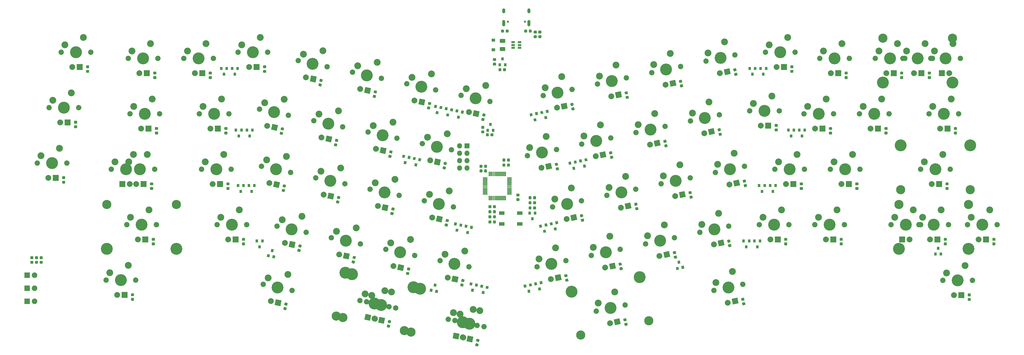
<source format=gbr>
G04 #@! TF.GenerationSoftware,KiCad,Pcbnew,(5.1.4)-1*
G04 #@! TF.CreationDate,2020-08-25T23:17:58+08:00*
G04 #@! TF.ProjectId,Cordillera,436f7264-696c-46c6-9572-612e6b696361,rev?*
G04 #@! TF.SameCoordinates,Original*
G04 #@! TF.FileFunction,Soldermask,Bot*
G04 #@! TF.FilePolarity,Negative*
%FSLAX46Y46*%
G04 Gerber Fmt 4.6, Leading zero omitted, Abs format (unit mm)*
G04 Created by KiCad (PCBNEW (5.1.4)-1) date 2020-08-25 23:17:58*
%MOMM*%
%LPD*%
G04 APERTURE LIST*
%ADD10O,1.800000X1.800000*%
%ADD11R,1.800000X1.800000*%
%ADD12C,0.100000*%
%ADD13C,0.975000*%
%ADD14R,1.160000X0.750000*%
%ADD15C,1.900000*%
%ADD16R,1.900000X1.900000*%
%ADD17R,1.300000X1.000000*%
%ADD18R,0.900000X1.000000*%
%ADD19C,0.900000*%
%ADD20C,1.850000*%
%ADD21C,2.005000*%
%ADD22C,2.350000*%
%ADD23C,4.087800*%
%ADD24R,2.005000X2.005000*%
%ADD25C,3.148000*%
%ADD26C,0.750000*%
%ADD27O,1.100000X2.200000*%
%ADD28O,1.100000X1.700000*%
%ADD29C,0.400000*%
%ADD30R,1.900000X1.200000*%
%ADD31C,1.350000*%
G04 APERTURE END LIST*
D10*
X139877591Y-39796639D03*
X142417591Y-39796639D03*
X139877591Y-37256639D03*
X142417591Y-37256639D03*
X139877591Y-34716639D03*
X142417591Y-34716639D03*
X139877591Y-32176639D03*
D11*
X142417591Y-32176639D03*
D12*
G36*
X150530139Y-52546175D02*
G01*
X150553800Y-52549685D01*
X150577004Y-52555497D01*
X150599526Y-52563555D01*
X150621150Y-52573783D01*
X150641667Y-52586080D01*
X150660880Y-52600330D01*
X150678604Y-52616394D01*
X150694668Y-52634118D01*
X150708918Y-52653331D01*
X150721215Y-52673848D01*
X150731443Y-52695472D01*
X150739501Y-52717994D01*
X150745313Y-52741198D01*
X150748823Y-52764859D01*
X150749997Y-52788751D01*
X150749997Y-53351251D01*
X150748823Y-53375143D01*
X150745313Y-53398804D01*
X150739501Y-53422008D01*
X150731443Y-53444530D01*
X150721215Y-53466154D01*
X150708918Y-53486671D01*
X150694668Y-53505884D01*
X150678604Y-53523608D01*
X150660880Y-53539672D01*
X150641667Y-53553922D01*
X150621150Y-53566219D01*
X150599526Y-53576447D01*
X150577004Y-53584505D01*
X150553800Y-53590317D01*
X150530139Y-53593827D01*
X150506247Y-53595001D01*
X150018747Y-53595001D01*
X149994855Y-53593827D01*
X149971194Y-53590317D01*
X149947990Y-53584505D01*
X149925468Y-53576447D01*
X149903844Y-53566219D01*
X149883327Y-53553922D01*
X149864114Y-53539672D01*
X149846390Y-53523608D01*
X149830326Y-53505884D01*
X149816076Y-53486671D01*
X149803779Y-53466154D01*
X149793551Y-53444530D01*
X149785493Y-53422008D01*
X149779681Y-53398804D01*
X149776171Y-53375143D01*
X149774997Y-53351251D01*
X149774997Y-52788751D01*
X149776171Y-52764859D01*
X149779681Y-52741198D01*
X149785493Y-52717994D01*
X149793551Y-52695472D01*
X149803779Y-52673848D01*
X149816076Y-52653331D01*
X149830326Y-52634118D01*
X149846390Y-52616394D01*
X149864114Y-52600330D01*
X149883327Y-52586080D01*
X149903844Y-52573783D01*
X149925468Y-52563555D01*
X149947990Y-52555497D01*
X149971194Y-52549685D01*
X149994855Y-52546175D01*
X150018747Y-52545001D01*
X150506247Y-52545001D01*
X150530139Y-52546175D01*
X150530139Y-52546175D01*
G37*
D13*
X150262497Y-53070001D03*
D12*
G36*
X152105139Y-52546175D02*
G01*
X152128800Y-52549685D01*
X152152004Y-52555497D01*
X152174526Y-52563555D01*
X152196150Y-52573783D01*
X152216667Y-52586080D01*
X152235880Y-52600330D01*
X152253604Y-52616394D01*
X152269668Y-52634118D01*
X152283918Y-52653331D01*
X152296215Y-52673848D01*
X152306443Y-52695472D01*
X152314501Y-52717994D01*
X152320313Y-52741198D01*
X152323823Y-52764859D01*
X152324997Y-52788751D01*
X152324997Y-53351251D01*
X152323823Y-53375143D01*
X152320313Y-53398804D01*
X152314501Y-53422008D01*
X152306443Y-53444530D01*
X152296215Y-53466154D01*
X152283918Y-53486671D01*
X152269668Y-53505884D01*
X152253604Y-53523608D01*
X152235880Y-53539672D01*
X152216667Y-53553922D01*
X152196150Y-53566219D01*
X152174526Y-53576447D01*
X152152004Y-53584505D01*
X152128800Y-53590317D01*
X152105139Y-53593827D01*
X152081247Y-53595001D01*
X151593747Y-53595001D01*
X151569855Y-53593827D01*
X151546194Y-53590317D01*
X151522990Y-53584505D01*
X151500468Y-53576447D01*
X151478844Y-53566219D01*
X151458327Y-53553922D01*
X151439114Y-53539672D01*
X151421390Y-53523608D01*
X151405326Y-53505884D01*
X151391076Y-53486671D01*
X151378779Y-53466154D01*
X151368551Y-53444530D01*
X151360493Y-53422008D01*
X151354681Y-53398804D01*
X151351171Y-53375143D01*
X151349997Y-53351251D01*
X151349997Y-52788751D01*
X151351171Y-52764859D01*
X151354681Y-52741198D01*
X151360493Y-52717994D01*
X151368551Y-52695472D01*
X151378779Y-52673848D01*
X151391076Y-52653331D01*
X151405326Y-52634118D01*
X151421390Y-52616394D01*
X151439114Y-52600330D01*
X151458327Y-52586080D01*
X151478844Y-52573783D01*
X151500468Y-52563555D01*
X151522990Y-52555497D01*
X151546194Y-52549685D01*
X151569855Y-52546175D01*
X151593747Y-52545001D01*
X152081247Y-52545001D01*
X152105139Y-52546175D01*
X152105139Y-52546175D01*
G37*
D13*
X151837497Y-53070001D03*
D12*
G36*
X149670135Y-27866175D02*
G01*
X149693796Y-27869685D01*
X149717000Y-27875497D01*
X149739522Y-27883555D01*
X149761146Y-27893783D01*
X149781663Y-27906080D01*
X149800876Y-27920330D01*
X149818600Y-27936394D01*
X149834664Y-27954118D01*
X149848914Y-27973331D01*
X149861211Y-27993848D01*
X149871439Y-28015472D01*
X149879497Y-28037994D01*
X149885309Y-28061198D01*
X149888819Y-28084859D01*
X149889993Y-28108751D01*
X149889993Y-28671251D01*
X149888819Y-28695143D01*
X149885309Y-28718804D01*
X149879497Y-28742008D01*
X149871439Y-28764530D01*
X149861211Y-28786154D01*
X149848914Y-28806671D01*
X149834664Y-28825884D01*
X149818600Y-28843608D01*
X149800876Y-28859672D01*
X149781663Y-28873922D01*
X149761146Y-28886219D01*
X149739522Y-28896447D01*
X149717000Y-28904505D01*
X149693796Y-28910317D01*
X149670135Y-28913827D01*
X149646243Y-28915001D01*
X149158743Y-28915001D01*
X149134851Y-28913827D01*
X149111190Y-28910317D01*
X149087986Y-28904505D01*
X149065464Y-28896447D01*
X149043840Y-28886219D01*
X149023323Y-28873922D01*
X149004110Y-28859672D01*
X148986386Y-28843608D01*
X148970322Y-28825884D01*
X148956072Y-28806671D01*
X148943775Y-28786154D01*
X148933547Y-28764530D01*
X148925489Y-28742008D01*
X148919677Y-28718804D01*
X148916167Y-28695143D01*
X148914993Y-28671251D01*
X148914993Y-28108751D01*
X148916167Y-28084859D01*
X148919677Y-28061198D01*
X148925489Y-28037994D01*
X148933547Y-28015472D01*
X148943775Y-27993848D01*
X148956072Y-27973331D01*
X148970322Y-27954118D01*
X148986386Y-27936394D01*
X149004110Y-27920330D01*
X149023323Y-27906080D01*
X149043840Y-27893783D01*
X149065464Y-27883555D01*
X149087986Y-27875497D01*
X149111190Y-27869685D01*
X149134851Y-27866175D01*
X149158743Y-27865001D01*
X149646243Y-27865001D01*
X149670135Y-27866175D01*
X149670135Y-27866175D01*
G37*
D13*
X149402493Y-28390001D03*
D12*
G36*
X151245135Y-27866175D02*
G01*
X151268796Y-27869685D01*
X151292000Y-27875497D01*
X151314522Y-27883555D01*
X151336146Y-27893783D01*
X151356663Y-27906080D01*
X151375876Y-27920330D01*
X151393600Y-27936394D01*
X151409664Y-27954118D01*
X151423914Y-27973331D01*
X151436211Y-27993848D01*
X151446439Y-28015472D01*
X151454497Y-28037994D01*
X151460309Y-28061198D01*
X151463819Y-28084859D01*
X151464993Y-28108751D01*
X151464993Y-28671251D01*
X151463819Y-28695143D01*
X151460309Y-28718804D01*
X151454497Y-28742008D01*
X151446439Y-28764530D01*
X151436211Y-28786154D01*
X151423914Y-28806671D01*
X151409664Y-28825884D01*
X151393600Y-28843608D01*
X151375876Y-28859672D01*
X151356663Y-28873922D01*
X151336146Y-28886219D01*
X151314522Y-28896447D01*
X151292000Y-28904505D01*
X151268796Y-28910317D01*
X151245135Y-28913827D01*
X151221243Y-28915001D01*
X150733743Y-28915001D01*
X150709851Y-28913827D01*
X150686190Y-28910317D01*
X150662986Y-28904505D01*
X150640464Y-28896447D01*
X150618840Y-28886219D01*
X150598323Y-28873922D01*
X150579110Y-28859672D01*
X150561386Y-28843608D01*
X150545322Y-28825884D01*
X150531072Y-28806671D01*
X150518775Y-28786154D01*
X150508547Y-28764530D01*
X150500489Y-28742008D01*
X150494677Y-28718804D01*
X150491167Y-28695143D01*
X150489993Y-28671251D01*
X150489993Y-28108751D01*
X150491167Y-28084859D01*
X150494677Y-28061198D01*
X150500489Y-28037994D01*
X150508547Y-28015472D01*
X150518775Y-27993848D01*
X150531072Y-27973331D01*
X150545322Y-27954118D01*
X150561386Y-27936394D01*
X150579110Y-27920330D01*
X150598323Y-27906080D01*
X150618840Y-27893783D01*
X150640464Y-27883555D01*
X150662986Y-27875497D01*
X150686190Y-27869685D01*
X150709851Y-27866175D01*
X150733743Y-27865001D01*
X151221243Y-27865001D01*
X151245135Y-27866175D01*
X151245135Y-27866175D01*
G37*
D13*
X150977493Y-28390001D03*
D12*
G36*
X148127732Y-26901566D02*
G01*
X148151393Y-26905076D01*
X148174597Y-26910888D01*
X148197119Y-26918946D01*
X148218743Y-26929174D01*
X148239260Y-26941471D01*
X148258473Y-26955721D01*
X148276197Y-26971785D01*
X148292261Y-26989509D01*
X148306511Y-27008722D01*
X148318808Y-27029239D01*
X148329036Y-27050863D01*
X148337094Y-27073385D01*
X148342906Y-27096589D01*
X148346416Y-27120250D01*
X148347590Y-27144142D01*
X148347590Y-27631642D01*
X148346416Y-27655534D01*
X148342906Y-27679195D01*
X148337094Y-27702399D01*
X148329036Y-27724921D01*
X148318808Y-27746545D01*
X148306511Y-27767062D01*
X148292261Y-27786275D01*
X148276197Y-27803999D01*
X148258473Y-27820063D01*
X148239260Y-27834313D01*
X148218743Y-27846610D01*
X148197119Y-27856838D01*
X148174597Y-27864896D01*
X148151393Y-27870708D01*
X148127732Y-27874218D01*
X148103840Y-27875392D01*
X147541340Y-27875392D01*
X147517448Y-27874218D01*
X147493787Y-27870708D01*
X147470583Y-27864896D01*
X147448061Y-27856838D01*
X147426437Y-27846610D01*
X147405920Y-27834313D01*
X147386707Y-27820063D01*
X147368983Y-27803999D01*
X147352919Y-27786275D01*
X147338669Y-27767062D01*
X147326372Y-27746545D01*
X147316144Y-27724921D01*
X147308086Y-27702399D01*
X147302274Y-27679195D01*
X147298764Y-27655534D01*
X147297590Y-27631642D01*
X147297590Y-27144142D01*
X147298764Y-27120250D01*
X147302274Y-27096589D01*
X147308086Y-27073385D01*
X147316144Y-27050863D01*
X147326372Y-27029239D01*
X147338669Y-27008722D01*
X147352919Y-26989509D01*
X147368983Y-26971785D01*
X147386707Y-26955721D01*
X147405920Y-26941471D01*
X147426437Y-26929174D01*
X147448061Y-26918946D01*
X147470583Y-26910888D01*
X147493787Y-26905076D01*
X147517448Y-26901566D01*
X147541340Y-26900392D01*
X148103840Y-26900392D01*
X148127732Y-26901566D01*
X148127732Y-26901566D01*
G37*
D13*
X147822590Y-27387892D03*
D12*
G36*
X148127732Y-25326566D02*
G01*
X148151393Y-25330076D01*
X148174597Y-25335888D01*
X148197119Y-25343946D01*
X148218743Y-25354174D01*
X148239260Y-25366471D01*
X148258473Y-25380721D01*
X148276197Y-25396785D01*
X148292261Y-25414509D01*
X148306511Y-25433722D01*
X148318808Y-25454239D01*
X148329036Y-25475863D01*
X148337094Y-25498385D01*
X148342906Y-25521589D01*
X148346416Y-25545250D01*
X148347590Y-25569142D01*
X148347590Y-26056642D01*
X148346416Y-26080534D01*
X148342906Y-26104195D01*
X148337094Y-26127399D01*
X148329036Y-26149921D01*
X148318808Y-26171545D01*
X148306511Y-26192062D01*
X148292261Y-26211275D01*
X148276197Y-26228999D01*
X148258473Y-26245063D01*
X148239260Y-26259313D01*
X148218743Y-26271610D01*
X148197119Y-26281838D01*
X148174597Y-26289896D01*
X148151393Y-26295708D01*
X148127732Y-26299218D01*
X148103840Y-26300392D01*
X147541340Y-26300392D01*
X147517448Y-26299218D01*
X147493787Y-26295708D01*
X147470583Y-26289896D01*
X147448061Y-26281838D01*
X147426437Y-26271610D01*
X147405920Y-26259313D01*
X147386707Y-26245063D01*
X147368983Y-26228999D01*
X147352919Y-26211275D01*
X147338669Y-26192062D01*
X147326372Y-26171545D01*
X147316144Y-26149921D01*
X147308086Y-26127399D01*
X147302274Y-26104195D01*
X147298764Y-26080534D01*
X147297590Y-26056642D01*
X147297590Y-25569142D01*
X147298764Y-25545250D01*
X147302274Y-25521589D01*
X147308086Y-25498385D01*
X147316144Y-25475863D01*
X147326372Y-25454239D01*
X147338669Y-25433722D01*
X147352919Y-25414509D01*
X147368983Y-25396785D01*
X147386707Y-25380721D01*
X147405920Y-25366471D01*
X147426437Y-25354174D01*
X147448061Y-25343946D01*
X147470583Y-25335888D01*
X147493787Y-25330076D01*
X147517448Y-25326566D01*
X147541340Y-25325392D01*
X148103840Y-25325392D01*
X148127732Y-25326566D01*
X148127732Y-25326566D01*
G37*
D13*
X147822590Y-25812892D03*
D14*
X158269994Y2492501D03*
X158269994Y3442501D03*
X158269994Y1542501D03*
X160469994Y1542501D03*
X160469994Y2492501D03*
X160469994Y3442501D03*
D12*
G36*
X152162640Y-2026173D02*
G01*
X152186301Y-2029683D01*
X152209505Y-2035495D01*
X152232027Y-2043553D01*
X152253651Y-2053781D01*
X152274168Y-2066078D01*
X152293381Y-2080328D01*
X152311105Y-2096392D01*
X152327169Y-2114116D01*
X152341419Y-2133329D01*
X152353716Y-2153846D01*
X152363944Y-2175470D01*
X152372002Y-2197992D01*
X152377814Y-2221196D01*
X152381324Y-2244857D01*
X152382498Y-2268749D01*
X152382498Y-2756249D01*
X152381324Y-2780141D01*
X152377814Y-2803802D01*
X152372002Y-2827006D01*
X152363944Y-2849528D01*
X152353716Y-2871152D01*
X152341419Y-2891669D01*
X152327169Y-2910882D01*
X152311105Y-2928606D01*
X152293381Y-2944670D01*
X152274168Y-2958920D01*
X152253651Y-2971217D01*
X152232027Y-2981445D01*
X152209505Y-2989503D01*
X152186301Y-2995315D01*
X152162640Y-2998825D01*
X152138748Y-2999999D01*
X151576248Y-2999999D01*
X151552356Y-2998825D01*
X151528695Y-2995315D01*
X151505491Y-2989503D01*
X151482969Y-2981445D01*
X151461345Y-2971217D01*
X151440828Y-2958920D01*
X151421615Y-2944670D01*
X151403891Y-2928606D01*
X151387827Y-2910882D01*
X151373577Y-2891669D01*
X151361280Y-2871152D01*
X151351052Y-2849528D01*
X151342994Y-2827006D01*
X151337182Y-2803802D01*
X151333672Y-2780141D01*
X151332498Y-2756249D01*
X151332498Y-2268749D01*
X151333672Y-2244857D01*
X151337182Y-2221196D01*
X151342994Y-2197992D01*
X151351052Y-2175470D01*
X151361280Y-2153846D01*
X151373577Y-2133329D01*
X151387827Y-2114116D01*
X151403891Y-2096392D01*
X151421615Y-2080328D01*
X151440828Y-2066078D01*
X151461345Y-2053781D01*
X151482969Y-2043553D01*
X151505491Y-2035495D01*
X151528695Y-2029683D01*
X151552356Y-2026173D01*
X151576248Y-2024999D01*
X152138748Y-2024999D01*
X152162640Y-2026173D01*
X152162640Y-2026173D01*
G37*
D13*
X151857498Y-2512499D03*
D12*
G36*
X152162640Y-3601173D02*
G01*
X152186301Y-3604683D01*
X152209505Y-3610495D01*
X152232027Y-3618553D01*
X152253651Y-3628781D01*
X152274168Y-3641078D01*
X152293381Y-3655328D01*
X152311105Y-3671392D01*
X152327169Y-3689116D01*
X152341419Y-3708329D01*
X152353716Y-3728846D01*
X152363944Y-3750470D01*
X152372002Y-3772992D01*
X152377814Y-3796196D01*
X152381324Y-3819857D01*
X152382498Y-3843749D01*
X152382498Y-4331249D01*
X152381324Y-4355141D01*
X152377814Y-4378802D01*
X152372002Y-4402006D01*
X152363944Y-4424528D01*
X152353716Y-4446152D01*
X152341419Y-4466669D01*
X152327169Y-4485882D01*
X152311105Y-4503606D01*
X152293381Y-4519670D01*
X152274168Y-4533920D01*
X152253651Y-4546217D01*
X152232027Y-4556445D01*
X152209505Y-4564503D01*
X152186301Y-4570315D01*
X152162640Y-4573825D01*
X152138748Y-4574999D01*
X151576248Y-4574999D01*
X151552356Y-4573825D01*
X151528695Y-4570315D01*
X151505491Y-4564503D01*
X151482969Y-4556445D01*
X151461345Y-4546217D01*
X151440828Y-4533920D01*
X151421615Y-4519670D01*
X151403891Y-4503606D01*
X151387827Y-4485882D01*
X151373577Y-4466669D01*
X151361280Y-4446152D01*
X151351052Y-4424528D01*
X151342994Y-4402006D01*
X151337182Y-4378802D01*
X151333672Y-4355141D01*
X151332498Y-4331249D01*
X151332498Y-3843749D01*
X151333672Y-3819857D01*
X151337182Y-3796196D01*
X151342994Y-3772992D01*
X151351052Y-3750470D01*
X151361280Y-3728846D01*
X151373577Y-3708329D01*
X151387827Y-3689116D01*
X151403891Y-3671392D01*
X151421615Y-3655328D01*
X151440828Y-3641078D01*
X151461345Y-3628781D01*
X151482969Y-3618553D01*
X151505491Y-3610495D01*
X151528695Y-3604683D01*
X151552356Y-3601173D01*
X151576248Y-3599999D01*
X152138748Y-3599999D01*
X152162640Y-3601173D01*
X152162640Y-3601173D01*
G37*
D13*
X151857498Y-4087499D03*
D12*
G36*
X164310137Y-51236173D02*
G01*
X164333798Y-51239683D01*
X164357002Y-51245495D01*
X164379524Y-51253553D01*
X164401148Y-51263781D01*
X164421665Y-51276078D01*
X164440878Y-51290328D01*
X164458602Y-51306392D01*
X164474666Y-51324116D01*
X164488916Y-51343329D01*
X164501213Y-51363846D01*
X164511441Y-51385470D01*
X164519499Y-51407992D01*
X164525311Y-51431196D01*
X164528821Y-51454857D01*
X164529995Y-51478749D01*
X164529995Y-52041249D01*
X164528821Y-52065141D01*
X164525311Y-52088802D01*
X164519499Y-52112006D01*
X164511441Y-52134528D01*
X164501213Y-52156152D01*
X164488916Y-52176669D01*
X164474666Y-52195882D01*
X164458602Y-52213606D01*
X164440878Y-52229670D01*
X164421665Y-52243920D01*
X164401148Y-52256217D01*
X164379524Y-52266445D01*
X164357002Y-52274503D01*
X164333798Y-52280315D01*
X164310137Y-52283825D01*
X164286245Y-52284999D01*
X163798745Y-52284999D01*
X163774853Y-52283825D01*
X163751192Y-52280315D01*
X163727988Y-52274503D01*
X163705466Y-52266445D01*
X163683842Y-52256217D01*
X163663325Y-52243920D01*
X163644112Y-52229670D01*
X163626388Y-52213606D01*
X163610324Y-52195882D01*
X163596074Y-52176669D01*
X163583777Y-52156152D01*
X163573549Y-52134528D01*
X163565491Y-52112006D01*
X163559679Y-52088802D01*
X163556169Y-52065141D01*
X163554995Y-52041249D01*
X163554995Y-51478749D01*
X163556169Y-51454857D01*
X163559679Y-51431196D01*
X163565491Y-51407992D01*
X163573549Y-51385470D01*
X163583777Y-51363846D01*
X163596074Y-51343329D01*
X163610324Y-51324116D01*
X163626388Y-51306392D01*
X163644112Y-51290328D01*
X163663325Y-51276078D01*
X163683842Y-51263781D01*
X163705466Y-51253553D01*
X163727988Y-51245495D01*
X163751192Y-51239683D01*
X163774853Y-51236173D01*
X163798745Y-51234999D01*
X164286245Y-51234999D01*
X164310137Y-51236173D01*
X164310137Y-51236173D01*
G37*
D13*
X164042495Y-51759999D03*
D12*
G36*
X165885137Y-51236173D02*
G01*
X165908798Y-51239683D01*
X165932002Y-51245495D01*
X165954524Y-51253553D01*
X165976148Y-51263781D01*
X165996665Y-51276078D01*
X166015878Y-51290328D01*
X166033602Y-51306392D01*
X166049666Y-51324116D01*
X166063916Y-51343329D01*
X166076213Y-51363846D01*
X166086441Y-51385470D01*
X166094499Y-51407992D01*
X166100311Y-51431196D01*
X166103821Y-51454857D01*
X166104995Y-51478749D01*
X166104995Y-52041249D01*
X166103821Y-52065141D01*
X166100311Y-52088802D01*
X166094499Y-52112006D01*
X166086441Y-52134528D01*
X166076213Y-52156152D01*
X166063916Y-52176669D01*
X166049666Y-52195882D01*
X166033602Y-52213606D01*
X166015878Y-52229670D01*
X165996665Y-52243920D01*
X165976148Y-52256217D01*
X165954524Y-52266445D01*
X165932002Y-52274503D01*
X165908798Y-52280315D01*
X165885137Y-52283825D01*
X165861245Y-52284999D01*
X165373745Y-52284999D01*
X165349853Y-52283825D01*
X165326192Y-52280315D01*
X165302988Y-52274503D01*
X165280466Y-52266445D01*
X165258842Y-52256217D01*
X165238325Y-52243920D01*
X165219112Y-52229670D01*
X165201388Y-52213606D01*
X165185324Y-52195882D01*
X165171074Y-52176669D01*
X165158777Y-52156152D01*
X165148549Y-52134528D01*
X165140491Y-52112006D01*
X165134679Y-52088802D01*
X165131169Y-52065141D01*
X165129995Y-52041249D01*
X165129995Y-51478749D01*
X165131169Y-51454857D01*
X165134679Y-51431196D01*
X165140491Y-51407992D01*
X165148549Y-51385470D01*
X165158777Y-51363846D01*
X165171074Y-51343329D01*
X165185324Y-51324116D01*
X165201388Y-51306392D01*
X165219112Y-51290328D01*
X165238325Y-51276078D01*
X165258842Y-51263781D01*
X165280466Y-51253553D01*
X165302988Y-51245495D01*
X165326192Y-51239683D01*
X165349853Y-51236173D01*
X165373745Y-51234999D01*
X165861245Y-51234999D01*
X165885137Y-51236173D01*
X165885137Y-51236173D01*
G37*
D13*
X165617495Y-51759999D03*
D12*
G36*
X150530139Y-56046176D02*
G01*
X150553800Y-56049686D01*
X150577004Y-56055498D01*
X150599526Y-56063556D01*
X150621150Y-56073784D01*
X150641667Y-56086081D01*
X150660880Y-56100331D01*
X150678604Y-56116395D01*
X150694668Y-56134119D01*
X150708918Y-56153332D01*
X150721215Y-56173849D01*
X150731443Y-56195473D01*
X150739501Y-56217995D01*
X150745313Y-56241199D01*
X150748823Y-56264860D01*
X150749997Y-56288752D01*
X150749997Y-56851252D01*
X150748823Y-56875144D01*
X150745313Y-56898805D01*
X150739501Y-56922009D01*
X150731443Y-56944531D01*
X150721215Y-56966155D01*
X150708918Y-56986672D01*
X150694668Y-57005885D01*
X150678604Y-57023609D01*
X150660880Y-57039673D01*
X150641667Y-57053923D01*
X150621150Y-57066220D01*
X150599526Y-57076448D01*
X150577004Y-57084506D01*
X150553800Y-57090318D01*
X150530139Y-57093828D01*
X150506247Y-57095002D01*
X150018747Y-57095002D01*
X149994855Y-57093828D01*
X149971194Y-57090318D01*
X149947990Y-57084506D01*
X149925468Y-57076448D01*
X149903844Y-57066220D01*
X149883327Y-57053923D01*
X149864114Y-57039673D01*
X149846390Y-57023609D01*
X149830326Y-57005885D01*
X149816076Y-56986672D01*
X149803779Y-56966155D01*
X149793551Y-56944531D01*
X149785493Y-56922009D01*
X149779681Y-56898805D01*
X149776171Y-56875144D01*
X149774997Y-56851252D01*
X149774997Y-56288752D01*
X149776171Y-56264860D01*
X149779681Y-56241199D01*
X149785493Y-56217995D01*
X149793551Y-56195473D01*
X149803779Y-56173849D01*
X149816076Y-56153332D01*
X149830326Y-56134119D01*
X149846390Y-56116395D01*
X149864114Y-56100331D01*
X149883327Y-56086081D01*
X149903844Y-56073784D01*
X149925468Y-56063556D01*
X149947990Y-56055498D01*
X149971194Y-56049686D01*
X149994855Y-56046176D01*
X150018747Y-56045002D01*
X150506247Y-56045002D01*
X150530139Y-56046176D01*
X150530139Y-56046176D01*
G37*
D13*
X150262497Y-56570002D03*
D12*
G36*
X152105139Y-56046176D02*
G01*
X152128800Y-56049686D01*
X152152004Y-56055498D01*
X152174526Y-56063556D01*
X152196150Y-56073784D01*
X152216667Y-56086081D01*
X152235880Y-56100331D01*
X152253604Y-56116395D01*
X152269668Y-56134119D01*
X152283918Y-56153332D01*
X152296215Y-56173849D01*
X152306443Y-56195473D01*
X152314501Y-56217995D01*
X152320313Y-56241199D01*
X152323823Y-56264860D01*
X152324997Y-56288752D01*
X152324997Y-56851252D01*
X152323823Y-56875144D01*
X152320313Y-56898805D01*
X152314501Y-56922009D01*
X152306443Y-56944531D01*
X152296215Y-56966155D01*
X152283918Y-56986672D01*
X152269668Y-57005885D01*
X152253604Y-57023609D01*
X152235880Y-57039673D01*
X152216667Y-57053923D01*
X152196150Y-57066220D01*
X152174526Y-57076448D01*
X152152004Y-57084506D01*
X152128800Y-57090318D01*
X152105139Y-57093828D01*
X152081247Y-57095002D01*
X151593747Y-57095002D01*
X151569855Y-57093828D01*
X151546194Y-57090318D01*
X151522990Y-57084506D01*
X151500468Y-57076448D01*
X151478844Y-57066220D01*
X151458327Y-57053923D01*
X151439114Y-57039673D01*
X151421390Y-57023609D01*
X151405326Y-57005885D01*
X151391076Y-56986672D01*
X151378779Y-56966155D01*
X151368551Y-56944531D01*
X151360493Y-56922009D01*
X151354681Y-56898805D01*
X151351171Y-56875144D01*
X151349997Y-56851252D01*
X151349997Y-56288752D01*
X151351171Y-56264860D01*
X151354681Y-56241199D01*
X151360493Y-56217995D01*
X151368551Y-56195473D01*
X151378779Y-56173849D01*
X151391076Y-56153332D01*
X151405326Y-56134119D01*
X151421390Y-56116395D01*
X151439114Y-56100331D01*
X151458327Y-56086081D01*
X151478844Y-56073784D01*
X151500468Y-56063556D01*
X151522990Y-56055498D01*
X151546194Y-56049686D01*
X151569855Y-56046176D01*
X151593747Y-56045002D01*
X152081247Y-56045002D01*
X152105139Y-56046176D01*
X152105139Y-56046176D01*
G37*
D13*
X151837497Y-56570002D03*
D12*
G36*
X153980140Y-5486174D02*
G01*
X154003801Y-5489684D01*
X154027005Y-5495496D01*
X154049527Y-5503554D01*
X154071151Y-5513782D01*
X154091668Y-5526079D01*
X154110881Y-5540329D01*
X154128605Y-5556393D01*
X154144669Y-5574117D01*
X154158919Y-5593330D01*
X154171216Y-5613847D01*
X154181444Y-5635471D01*
X154189502Y-5657993D01*
X154195314Y-5681197D01*
X154198824Y-5704858D01*
X154199998Y-5728750D01*
X154199998Y-6291250D01*
X154198824Y-6315142D01*
X154195314Y-6338803D01*
X154189502Y-6362007D01*
X154181444Y-6384529D01*
X154171216Y-6406153D01*
X154158919Y-6426670D01*
X154144669Y-6445883D01*
X154128605Y-6463607D01*
X154110881Y-6479671D01*
X154091668Y-6493921D01*
X154071151Y-6506218D01*
X154049527Y-6516446D01*
X154027005Y-6524504D01*
X154003801Y-6530316D01*
X153980140Y-6533826D01*
X153956248Y-6535000D01*
X153468748Y-6535000D01*
X153444856Y-6533826D01*
X153421195Y-6530316D01*
X153397991Y-6524504D01*
X153375469Y-6516446D01*
X153353845Y-6506218D01*
X153333328Y-6493921D01*
X153314115Y-6479671D01*
X153296391Y-6463607D01*
X153280327Y-6445883D01*
X153266077Y-6426670D01*
X153253780Y-6406153D01*
X153243552Y-6384529D01*
X153235494Y-6362007D01*
X153229682Y-6338803D01*
X153226172Y-6315142D01*
X153224998Y-6291250D01*
X153224998Y-5728750D01*
X153226172Y-5704858D01*
X153229682Y-5681197D01*
X153235494Y-5657993D01*
X153243552Y-5635471D01*
X153253780Y-5613847D01*
X153266077Y-5593330D01*
X153280327Y-5574117D01*
X153296391Y-5556393D01*
X153314115Y-5540329D01*
X153333328Y-5526079D01*
X153353845Y-5513782D01*
X153375469Y-5503554D01*
X153397991Y-5495496D01*
X153421195Y-5489684D01*
X153444856Y-5486174D01*
X153468748Y-5485000D01*
X153956248Y-5485000D01*
X153980140Y-5486174D01*
X153980140Y-5486174D01*
G37*
D13*
X153712498Y-6010000D03*
D12*
G36*
X155555140Y-5486174D02*
G01*
X155578801Y-5489684D01*
X155602005Y-5495496D01*
X155624527Y-5503554D01*
X155646151Y-5513782D01*
X155666668Y-5526079D01*
X155685881Y-5540329D01*
X155703605Y-5556393D01*
X155719669Y-5574117D01*
X155733919Y-5593330D01*
X155746216Y-5613847D01*
X155756444Y-5635471D01*
X155764502Y-5657993D01*
X155770314Y-5681197D01*
X155773824Y-5704858D01*
X155774998Y-5728750D01*
X155774998Y-6291250D01*
X155773824Y-6315142D01*
X155770314Y-6338803D01*
X155764502Y-6362007D01*
X155756444Y-6384529D01*
X155746216Y-6406153D01*
X155733919Y-6426670D01*
X155719669Y-6445883D01*
X155703605Y-6463607D01*
X155685881Y-6479671D01*
X155666668Y-6493921D01*
X155646151Y-6506218D01*
X155624527Y-6516446D01*
X155602005Y-6524504D01*
X155578801Y-6530316D01*
X155555140Y-6533826D01*
X155531248Y-6535000D01*
X155043748Y-6535000D01*
X155019856Y-6533826D01*
X154996195Y-6530316D01*
X154972991Y-6524504D01*
X154950469Y-6516446D01*
X154928845Y-6506218D01*
X154908328Y-6493921D01*
X154889115Y-6479671D01*
X154871391Y-6463607D01*
X154855327Y-6445883D01*
X154841077Y-6426670D01*
X154828780Y-6406153D01*
X154818552Y-6384529D01*
X154810494Y-6362007D01*
X154804682Y-6338803D01*
X154801172Y-6315142D01*
X154799998Y-6291250D01*
X154799998Y-5728750D01*
X154801172Y-5704858D01*
X154804682Y-5681197D01*
X154810494Y-5657993D01*
X154818552Y-5635471D01*
X154828780Y-5613847D01*
X154841077Y-5593330D01*
X154855327Y-5574117D01*
X154871391Y-5556393D01*
X154889115Y-5540329D01*
X154908328Y-5526079D01*
X154928845Y-5513782D01*
X154950469Y-5503554D01*
X154972991Y-5495496D01*
X154996195Y-5489684D01*
X155019856Y-5486174D01*
X155043748Y-5485000D01*
X155531248Y-5485000D01*
X155555140Y-5486174D01*
X155555140Y-5486174D01*
G37*
D13*
X155287498Y-6010000D03*
D12*
G36*
X149055135Y-38656175D02*
G01*
X149078796Y-38659685D01*
X149102000Y-38665497D01*
X149124522Y-38673555D01*
X149146146Y-38683783D01*
X149166663Y-38696080D01*
X149185876Y-38710330D01*
X149203600Y-38726394D01*
X149219664Y-38744118D01*
X149233914Y-38763331D01*
X149246211Y-38783848D01*
X149256439Y-38805472D01*
X149264497Y-38827994D01*
X149270309Y-38851198D01*
X149273819Y-38874859D01*
X149274993Y-38898751D01*
X149274993Y-39461251D01*
X149273819Y-39485143D01*
X149270309Y-39508804D01*
X149264497Y-39532008D01*
X149256439Y-39554530D01*
X149246211Y-39576154D01*
X149233914Y-39596671D01*
X149219664Y-39615884D01*
X149203600Y-39633608D01*
X149185876Y-39649672D01*
X149166663Y-39663922D01*
X149146146Y-39676219D01*
X149124522Y-39686447D01*
X149102000Y-39694505D01*
X149078796Y-39700317D01*
X149055135Y-39703827D01*
X149031243Y-39705001D01*
X148543743Y-39705001D01*
X148519851Y-39703827D01*
X148496190Y-39700317D01*
X148472986Y-39694505D01*
X148450464Y-39686447D01*
X148428840Y-39676219D01*
X148408323Y-39663922D01*
X148389110Y-39649672D01*
X148371386Y-39633608D01*
X148355322Y-39615884D01*
X148341072Y-39596671D01*
X148328775Y-39576154D01*
X148318547Y-39554530D01*
X148310489Y-39532008D01*
X148304677Y-39508804D01*
X148301167Y-39485143D01*
X148299993Y-39461251D01*
X148299993Y-38898751D01*
X148301167Y-38874859D01*
X148304677Y-38851198D01*
X148310489Y-38827994D01*
X148318547Y-38805472D01*
X148328775Y-38783848D01*
X148341072Y-38763331D01*
X148355322Y-38744118D01*
X148371386Y-38726394D01*
X148389110Y-38710330D01*
X148408323Y-38696080D01*
X148428840Y-38683783D01*
X148450464Y-38673555D01*
X148472986Y-38665497D01*
X148496190Y-38659685D01*
X148519851Y-38656175D01*
X148543743Y-38655001D01*
X149031243Y-38655001D01*
X149055135Y-38656175D01*
X149055135Y-38656175D01*
G37*
D13*
X148787493Y-39180001D03*
D12*
G36*
X147480135Y-38656175D02*
G01*
X147503796Y-38659685D01*
X147527000Y-38665497D01*
X147549522Y-38673555D01*
X147571146Y-38683783D01*
X147591663Y-38696080D01*
X147610876Y-38710330D01*
X147628600Y-38726394D01*
X147644664Y-38744118D01*
X147658914Y-38763331D01*
X147671211Y-38783848D01*
X147681439Y-38805472D01*
X147689497Y-38827994D01*
X147695309Y-38851198D01*
X147698819Y-38874859D01*
X147699993Y-38898751D01*
X147699993Y-39461251D01*
X147698819Y-39485143D01*
X147695309Y-39508804D01*
X147689497Y-39532008D01*
X147681439Y-39554530D01*
X147671211Y-39576154D01*
X147658914Y-39596671D01*
X147644664Y-39615884D01*
X147628600Y-39633608D01*
X147610876Y-39649672D01*
X147591663Y-39663922D01*
X147571146Y-39676219D01*
X147549522Y-39686447D01*
X147527000Y-39694505D01*
X147503796Y-39700317D01*
X147480135Y-39703827D01*
X147456243Y-39705001D01*
X146968743Y-39705001D01*
X146944851Y-39703827D01*
X146921190Y-39700317D01*
X146897986Y-39694505D01*
X146875464Y-39686447D01*
X146853840Y-39676219D01*
X146833323Y-39663922D01*
X146814110Y-39649672D01*
X146796386Y-39633608D01*
X146780322Y-39615884D01*
X146766072Y-39596671D01*
X146753775Y-39576154D01*
X146743547Y-39554530D01*
X146735489Y-39532008D01*
X146729677Y-39508804D01*
X146726167Y-39485143D01*
X146724993Y-39461251D01*
X146724993Y-38898751D01*
X146726167Y-38874859D01*
X146729677Y-38851198D01*
X146735489Y-38827994D01*
X146743547Y-38805472D01*
X146753775Y-38783848D01*
X146766072Y-38763331D01*
X146780322Y-38744118D01*
X146796386Y-38726394D01*
X146814110Y-38710330D01*
X146833323Y-38696080D01*
X146853840Y-38683783D01*
X146875464Y-38673555D01*
X146897986Y-38665497D01*
X146921190Y-38659685D01*
X146944851Y-38656175D01*
X146968743Y-38655001D01*
X147456243Y-38655001D01*
X147480135Y-38656175D01*
X147480135Y-38656175D01*
G37*
D13*
X147212493Y-39180001D03*
D12*
G36*
X166132638Y5835077D02*
G01*
X166156299Y5831567D01*
X166179503Y5825755D01*
X166202025Y5817697D01*
X166223649Y5807469D01*
X166244166Y5795172D01*
X166263379Y5780922D01*
X166281103Y5764858D01*
X166297167Y5747134D01*
X166311417Y5727921D01*
X166323714Y5707404D01*
X166333942Y5685780D01*
X166342000Y5663258D01*
X166347812Y5640054D01*
X166351322Y5616393D01*
X166352496Y5592501D01*
X166352496Y5105001D01*
X166351322Y5081109D01*
X166347812Y5057448D01*
X166342000Y5034244D01*
X166333942Y5011722D01*
X166323714Y4990098D01*
X166311417Y4969581D01*
X166297167Y4950368D01*
X166281103Y4932644D01*
X166263379Y4916580D01*
X166244166Y4902330D01*
X166223649Y4890033D01*
X166202025Y4879805D01*
X166179503Y4871747D01*
X166156299Y4865935D01*
X166132638Y4862425D01*
X166108746Y4861251D01*
X165546246Y4861251D01*
X165522354Y4862425D01*
X165498693Y4865935D01*
X165475489Y4871747D01*
X165452967Y4879805D01*
X165431343Y4890033D01*
X165410826Y4902330D01*
X165391613Y4916580D01*
X165373889Y4932644D01*
X165357825Y4950368D01*
X165343575Y4969581D01*
X165331278Y4990098D01*
X165321050Y5011722D01*
X165312992Y5034244D01*
X165307180Y5057448D01*
X165303670Y5081109D01*
X165302496Y5105001D01*
X165302496Y5592501D01*
X165303670Y5616393D01*
X165307180Y5640054D01*
X165312992Y5663258D01*
X165321050Y5685780D01*
X165331278Y5707404D01*
X165343575Y5727921D01*
X165357825Y5747134D01*
X165373889Y5764858D01*
X165391613Y5780922D01*
X165410826Y5795172D01*
X165431343Y5807469D01*
X165452967Y5817697D01*
X165475489Y5825755D01*
X165498693Y5831567D01*
X165522354Y5835077D01*
X165546246Y5836251D01*
X166108746Y5836251D01*
X166132638Y5835077D01*
X166132638Y5835077D01*
G37*
D13*
X165827496Y5348751D03*
D12*
G36*
X166132638Y7410077D02*
G01*
X166156299Y7406567D01*
X166179503Y7400755D01*
X166202025Y7392697D01*
X166223649Y7382469D01*
X166244166Y7370172D01*
X166263379Y7355922D01*
X166281103Y7339858D01*
X166297167Y7322134D01*
X166311417Y7302921D01*
X166323714Y7282404D01*
X166333942Y7260780D01*
X166342000Y7238258D01*
X166347812Y7215054D01*
X166351322Y7191393D01*
X166352496Y7167501D01*
X166352496Y6680001D01*
X166351322Y6656109D01*
X166347812Y6632448D01*
X166342000Y6609244D01*
X166333942Y6586722D01*
X166323714Y6565098D01*
X166311417Y6544581D01*
X166297167Y6525368D01*
X166281103Y6507644D01*
X166263379Y6491580D01*
X166244166Y6477330D01*
X166223649Y6465033D01*
X166202025Y6454805D01*
X166179503Y6446747D01*
X166156299Y6440935D01*
X166132638Y6437425D01*
X166108746Y6436251D01*
X165546246Y6436251D01*
X165522354Y6437425D01*
X165498693Y6440935D01*
X165475489Y6446747D01*
X165452967Y6454805D01*
X165431343Y6465033D01*
X165410826Y6477330D01*
X165391613Y6491580D01*
X165373889Y6507644D01*
X165357825Y6525368D01*
X165343575Y6544581D01*
X165331278Y6565098D01*
X165321050Y6586722D01*
X165312992Y6609244D01*
X165307180Y6632448D01*
X165303670Y6656109D01*
X165302496Y6680001D01*
X165302496Y7167501D01*
X165303670Y7191393D01*
X165307180Y7215054D01*
X165312992Y7238258D01*
X165321050Y7260780D01*
X165331278Y7282404D01*
X165343575Y7302921D01*
X165357825Y7322134D01*
X165373889Y7339858D01*
X165391613Y7355922D01*
X165410826Y7370172D01*
X165431343Y7382469D01*
X165452967Y7392697D01*
X165475489Y7400755D01*
X165498693Y7406567D01*
X165522354Y7410077D01*
X165546246Y7411251D01*
X166108746Y7411251D01*
X166132638Y7410077D01*
X166132638Y7410077D01*
G37*
D13*
X165827496Y6923751D03*
D12*
G36*
X156919194Y-36530181D02*
G01*
X156942855Y-36533691D01*
X156966059Y-36539503D01*
X156988581Y-36547561D01*
X157010205Y-36557789D01*
X157030722Y-36570086D01*
X157049935Y-36584336D01*
X157067659Y-36600400D01*
X157083723Y-36618124D01*
X157097973Y-36637337D01*
X157110270Y-36657854D01*
X157120498Y-36679478D01*
X157128556Y-36702000D01*
X157134368Y-36725204D01*
X157137878Y-36748865D01*
X157139052Y-36772757D01*
X157139052Y-37335257D01*
X157137878Y-37359149D01*
X157134368Y-37382810D01*
X157128556Y-37406014D01*
X157120498Y-37428536D01*
X157110270Y-37450160D01*
X157097973Y-37470677D01*
X157083723Y-37489890D01*
X157067659Y-37507614D01*
X157049935Y-37523678D01*
X157030722Y-37537928D01*
X157010205Y-37550225D01*
X156988581Y-37560453D01*
X156966059Y-37568511D01*
X156942855Y-37574323D01*
X156919194Y-37577833D01*
X156895302Y-37579007D01*
X156407802Y-37579007D01*
X156383910Y-37577833D01*
X156360249Y-37574323D01*
X156337045Y-37568511D01*
X156314523Y-37560453D01*
X156292899Y-37550225D01*
X156272382Y-37537928D01*
X156253169Y-37523678D01*
X156235445Y-37507614D01*
X156219381Y-37489890D01*
X156205131Y-37470677D01*
X156192834Y-37450160D01*
X156182606Y-37428536D01*
X156174548Y-37406014D01*
X156168736Y-37382810D01*
X156165226Y-37359149D01*
X156164052Y-37335257D01*
X156164052Y-36772757D01*
X156165226Y-36748865D01*
X156168736Y-36725204D01*
X156174548Y-36702000D01*
X156182606Y-36679478D01*
X156192834Y-36657854D01*
X156205131Y-36637337D01*
X156219381Y-36618124D01*
X156235445Y-36600400D01*
X156253169Y-36584336D01*
X156272382Y-36570086D01*
X156292899Y-36557789D01*
X156314523Y-36547561D01*
X156337045Y-36539503D01*
X156360249Y-36533691D01*
X156383910Y-36530181D01*
X156407802Y-36529007D01*
X156895302Y-36529007D01*
X156919194Y-36530181D01*
X156919194Y-36530181D01*
G37*
D13*
X156651552Y-37054007D03*
D12*
G36*
X155344194Y-36530181D02*
G01*
X155367855Y-36533691D01*
X155391059Y-36539503D01*
X155413581Y-36547561D01*
X155435205Y-36557789D01*
X155455722Y-36570086D01*
X155474935Y-36584336D01*
X155492659Y-36600400D01*
X155508723Y-36618124D01*
X155522973Y-36637337D01*
X155535270Y-36657854D01*
X155545498Y-36679478D01*
X155553556Y-36702000D01*
X155559368Y-36725204D01*
X155562878Y-36748865D01*
X155564052Y-36772757D01*
X155564052Y-37335257D01*
X155562878Y-37359149D01*
X155559368Y-37382810D01*
X155553556Y-37406014D01*
X155545498Y-37428536D01*
X155535270Y-37450160D01*
X155522973Y-37470677D01*
X155508723Y-37489890D01*
X155492659Y-37507614D01*
X155474935Y-37523678D01*
X155455722Y-37537928D01*
X155435205Y-37550225D01*
X155413581Y-37560453D01*
X155391059Y-37568511D01*
X155367855Y-37574323D01*
X155344194Y-37577833D01*
X155320302Y-37579007D01*
X154832802Y-37579007D01*
X154808910Y-37577833D01*
X154785249Y-37574323D01*
X154762045Y-37568511D01*
X154739523Y-37560453D01*
X154717899Y-37550225D01*
X154697382Y-37537928D01*
X154678169Y-37523678D01*
X154660445Y-37507614D01*
X154644381Y-37489890D01*
X154630131Y-37470677D01*
X154617834Y-37450160D01*
X154607606Y-37428536D01*
X154599548Y-37406014D01*
X154593736Y-37382810D01*
X154590226Y-37359149D01*
X154589052Y-37335257D01*
X154589052Y-36772757D01*
X154590226Y-36748865D01*
X154593736Y-36725204D01*
X154599548Y-36702000D01*
X154607606Y-36679478D01*
X154617834Y-36657854D01*
X154630131Y-36637337D01*
X154644381Y-36618124D01*
X154660445Y-36600400D01*
X154678169Y-36584336D01*
X154697382Y-36570086D01*
X154717899Y-36557789D01*
X154739523Y-36547561D01*
X154762045Y-36539503D01*
X154785249Y-36533691D01*
X154808910Y-36530181D01*
X154832802Y-36529007D01*
X155320302Y-36529007D01*
X155344194Y-36530181D01*
X155344194Y-36530181D01*
G37*
D13*
X155076552Y-37054007D03*
D12*
G36*
X160185138Y-50161175D02*
G01*
X160208799Y-50164685D01*
X160232003Y-50170497D01*
X160254525Y-50178555D01*
X160276149Y-50188783D01*
X160296666Y-50201080D01*
X160315879Y-50215330D01*
X160333603Y-50231394D01*
X160349667Y-50249118D01*
X160363917Y-50268331D01*
X160376214Y-50288848D01*
X160386442Y-50310472D01*
X160394500Y-50332994D01*
X160400312Y-50356198D01*
X160403822Y-50379859D01*
X160404996Y-50403751D01*
X160404996Y-50891251D01*
X160403822Y-50915143D01*
X160400312Y-50938804D01*
X160394500Y-50962008D01*
X160386442Y-50984530D01*
X160376214Y-51006154D01*
X160363917Y-51026671D01*
X160349667Y-51045884D01*
X160333603Y-51063608D01*
X160315879Y-51079672D01*
X160296666Y-51093922D01*
X160276149Y-51106219D01*
X160254525Y-51116447D01*
X160232003Y-51124505D01*
X160208799Y-51130317D01*
X160185138Y-51133827D01*
X160161246Y-51135001D01*
X159598746Y-51135001D01*
X159574854Y-51133827D01*
X159551193Y-51130317D01*
X159527989Y-51124505D01*
X159505467Y-51116447D01*
X159483843Y-51106219D01*
X159463326Y-51093922D01*
X159444113Y-51079672D01*
X159426389Y-51063608D01*
X159410325Y-51045884D01*
X159396075Y-51026671D01*
X159383778Y-51006154D01*
X159373550Y-50984530D01*
X159365492Y-50962008D01*
X159359680Y-50938804D01*
X159356170Y-50915143D01*
X159354996Y-50891251D01*
X159354996Y-50403751D01*
X159356170Y-50379859D01*
X159359680Y-50356198D01*
X159365492Y-50332994D01*
X159373550Y-50310472D01*
X159383778Y-50288848D01*
X159396075Y-50268331D01*
X159410325Y-50249118D01*
X159426389Y-50231394D01*
X159444113Y-50215330D01*
X159463326Y-50201080D01*
X159483843Y-50188783D01*
X159505467Y-50178555D01*
X159527989Y-50170497D01*
X159551193Y-50164685D01*
X159574854Y-50161175D01*
X159598746Y-50160001D01*
X160161246Y-50160001D01*
X160185138Y-50161175D01*
X160185138Y-50161175D01*
G37*
D13*
X159879996Y-50647501D03*
D12*
G36*
X160185138Y-48586175D02*
G01*
X160208799Y-48589685D01*
X160232003Y-48595497D01*
X160254525Y-48603555D01*
X160276149Y-48613783D01*
X160296666Y-48626080D01*
X160315879Y-48640330D01*
X160333603Y-48656394D01*
X160349667Y-48674118D01*
X160363917Y-48693331D01*
X160376214Y-48713848D01*
X160386442Y-48735472D01*
X160394500Y-48757994D01*
X160400312Y-48781198D01*
X160403822Y-48804859D01*
X160404996Y-48828751D01*
X160404996Y-49316251D01*
X160403822Y-49340143D01*
X160400312Y-49363804D01*
X160394500Y-49387008D01*
X160386442Y-49409530D01*
X160376214Y-49431154D01*
X160363917Y-49451671D01*
X160349667Y-49470884D01*
X160333603Y-49488608D01*
X160315879Y-49504672D01*
X160296666Y-49518922D01*
X160276149Y-49531219D01*
X160254525Y-49541447D01*
X160232003Y-49549505D01*
X160208799Y-49555317D01*
X160185138Y-49558827D01*
X160161246Y-49560001D01*
X159598746Y-49560001D01*
X159574854Y-49558827D01*
X159551193Y-49555317D01*
X159527989Y-49549505D01*
X159505467Y-49541447D01*
X159483843Y-49531219D01*
X159463326Y-49518922D01*
X159444113Y-49504672D01*
X159426389Y-49488608D01*
X159410325Y-49470884D01*
X159396075Y-49451671D01*
X159383778Y-49431154D01*
X159373550Y-49409530D01*
X159365492Y-49387008D01*
X159359680Y-49363804D01*
X159356170Y-49340143D01*
X159354996Y-49316251D01*
X159354996Y-48828751D01*
X159356170Y-48804859D01*
X159359680Y-48781198D01*
X159365492Y-48757994D01*
X159373550Y-48735472D01*
X159383778Y-48713848D01*
X159396075Y-48693331D01*
X159410325Y-48674118D01*
X159426389Y-48656394D01*
X159444113Y-48640330D01*
X159463326Y-48626080D01*
X159483843Y-48613783D01*
X159505467Y-48603555D01*
X159527989Y-48595497D01*
X159551193Y-48589685D01*
X159574854Y-48586175D01*
X159598746Y-48585001D01*
X160161246Y-48585001D01*
X160185138Y-48586175D01*
X160185138Y-48586175D01*
G37*
D13*
X159879996Y-49072501D03*
D12*
G36*
X150530135Y-54296175D02*
G01*
X150553796Y-54299685D01*
X150577000Y-54305497D01*
X150599522Y-54313555D01*
X150621146Y-54323783D01*
X150641663Y-54336080D01*
X150660876Y-54350330D01*
X150678600Y-54366394D01*
X150694664Y-54384118D01*
X150708914Y-54403331D01*
X150721211Y-54423848D01*
X150731439Y-54445472D01*
X150739497Y-54467994D01*
X150745309Y-54491198D01*
X150748819Y-54514859D01*
X150749993Y-54538751D01*
X150749993Y-55101251D01*
X150748819Y-55125143D01*
X150745309Y-55148804D01*
X150739497Y-55172008D01*
X150731439Y-55194530D01*
X150721211Y-55216154D01*
X150708914Y-55236671D01*
X150694664Y-55255884D01*
X150678600Y-55273608D01*
X150660876Y-55289672D01*
X150641663Y-55303922D01*
X150621146Y-55316219D01*
X150599522Y-55326447D01*
X150577000Y-55334505D01*
X150553796Y-55340317D01*
X150530135Y-55343827D01*
X150506243Y-55345001D01*
X150018743Y-55345001D01*
X149994851Y-55343827D01*
X149971190Y-55340317D01*
X149947986Y-55334505D01*
X149925464Y-55326447D01*
X149903840Y-55316219D01*
X149883323Y-55303922D01*
X149864110Y-55289672D01*
X149846386Y-55273608D01*
X149830322Y-55255884D01*
X149816072Y-55236671D01*
X149803775Y-55216154D01*
X149793547Y-55194530D01*
X149785489Y-55172008D01*
X149779677Y-55148804D01*
X149776167Y-55125143D01*
X149774993Y-55101251D01*
X149774993Y-54538751D01*
X149776167Y-54514859D01*
X149779677Y-54491198D01*
X149785489Y-54467994D01*
X149793547Y-54445472D01*
X149803775Y-54423848D01*
X149816072Y-54403331D01*
X149830322Y-54384118D01*
X149846386Y-54366394D01*
X149864110Y-54350330D01*
X149883323Y-54336080D01*
X149903840Y-54323783D01*
X149925464Y-54313555D01*
X149947986Y-54305497D01*
X149971190Y-54299685D01*
X149994851Y-54296175D01*
X150018743Y-54295001D01*
X150506243Y-54295001D01*
X150530135Y-54296175D01*
X150530135Y-54296175D01*
G37*
D13*
X150262493Y-54820001D03*
D12*
G36*
X152105135Y-54296175D02*
G01*
X152128796Y-54299685D01*
X152152000Y-54305497D01*
X152174522Y-54313555D01*
X152196146Y-54323783D01*
X152216663Y-54336080D01*
X152235876Y-54350330D01*
X152253600Y-54366394D01*
X152269664Y-54384118D01*
X152283914Y-54403331D01*
X152296211Y-54423848D01*
X152306439Y-54445472D01*
X152314497Y-54467994D01*
X152320309Y-54491198D01*
X152323819Y-54514859D01*
X152324993Y-54538751D01*
X152324993Y-55101251D01*
X152323819Y-55125143D01*
X152320309Y-55148804D01*
X152314497Y-55172008D01*
X152306439Y-55194530D01*
X152296211Y-55216154D01*
X152283914Y-55236671D01*
X152269664Y-55255884D01*
X152253600Y-55273608D01*
X152235876Y-55289672D01*
X152216663Y-55303922D01*
X152196146Y-55316219D01*
X152174522Y-55326447D01*
X152152000Y-55334505D01*
X152128796Y-55340317D01*
X152105135Y-55343827D01*
X152081243Y-55345001D01*
X151593743Y-55345001D01*
X151569851Y-55343827D01*
X151546190Y-55340317D01*
X151522986Y-55334505D01*
X151500464Y-55326447D01*
X151478840Y-55316219D01*
X151458323Y-55303922D01*
X151439110Y-55289672D01*
X151421386Y-55273608D01*
X151405322Y-55255884D01*
X151391072Y-55236671D01*
X151378775Y-55216154D01*
X151368547Y-55194530D01*
X151360489Y-55172008D01*
X151354677Y-55148804D01*
X151351167Y-55125143D01*
X151349993Y-55101251D01*
X151349993Y-54538751D01*
X151351167Y-54514859D01*
X151354677Y-54491198D01*
X151360489Y-54467994D01*
X151368547Y-54445472D01*
X151378775Y-54423848D01*
X151391072Y-54403331D01*
X151405322Y-54384118D01*
X151421386Y-54366394D01*
X151439110Y-54350330D01*
X151458323Y-54336080D01*
X151478840Y-54323783D01*
X151500464Y-54313555D01*
X151522986Y-54305497D01*
X151546190Y-54299685D01*
X151569851Y-54296175D01*
X151593743Y-54295001D01*
X152081243Y-54295001D01*
X152105135Y-54296175D01*
X152105135Y-54296175D01*
G37*
D13*
X151837493Y-54820001D03*
D12*
G36*
X156919191Y-38280180D02*
G01*
X156942852Y-38283690D01*
X156966056Y-38289502D01*
X156988578Y-38297560D01*
X157010202Y-38307788D01*
X157030719Y-38320085D01*
X157049932Y-38334335D01*
X157067656Y-38350399D01*
X157083720Y-38368123D01*
X157097970Y-38387336D01*
X157110267Y-38407853D01*
X157120495Y-38429477D01*
X157128553Y-38451999D01*
X157134365Y-38475203D01*
X157137875Y-38498864D01*
X157139049Y-38522756D01*
X157139049Y-39085256D01*
X157137875Y-39109148D01*
X157134365Y-39132809D01*
X157128553Y-39156013D01*
X157120495Y-39178535D01*
X157110267Y-39200159D01*
X157097970Y-39220676D01*
X157083720Y-39239889D01*
X157067656Y-39257613D01*
X157049932Y-39273677D01*
X157030719Y-39287927D01*
X157010202Y-39300224D01*
X156988578Y-39310452D01*
X156966056Y-39318510D01*
X156942852Y-39324322D01*
X156919191Y-39327832D01*
X156895299Y-39329006D01*
X156407799Y-39329006D01*
X156383907Y-39327832D01*
X156360246Y-39324322D01*
X156337042Y-39318510D01*
X156314520Y-39310452D01*
X156292896Y-39300224D01*
X156272379Y-39287927D01*
X156253166Y-39273677D01*
X156235442Y-39257613D01*
X156219378Y-39239889D01*
X156205128Y-39220676D01*
X156192831Y-39200159D01*
X156182603Y-39178535D01*
X156174545Y-39156013D01*
X156168733Y-39132809D01*
X156165223Y-39109148D01*
X156164049Y-39085256D01*
X156164049Y-38522756D01*
X156165223Y-38498864D01*
X156168733Y-38475203D01*
X156174545Y-38451999D01*
X156182603Y-38429477D01*
X156192831Y-38407853D01*
X156205128Y-38387336D01*
X156219378Y-38368123D01*
X156235442Y-38350399D01*
X156253166Y-38334335D01*
X156272379Y-38320085D01*
X156292896Y-38307788D01*
X156314520Y-38297560D01*
X156337042Y-38289502D01*
X156360246Y-38283690D01*
X156383907Y-38280180D01*
X156407799Y-38279006D01*
X156895299Y-38279006D01*
X156919191Y-38280180D01*
X156919191Y-38280180D01*
G37*
D13*
X156651549Y-38804006D03*
D12*
G36*
X155344191Y-38280180D02*
G01*
X155367852Y-38283690D01*
X155391056Y-38289502D01*
X155413578Y-38297560D01*
X155435202Y-38307788D01*
X155455719Y-38320085D01*
X155474932Y-38334335D01*
X155492656Y-38350399D01*
X155508720Y-38368123D01*
X155522970Y-38387336D01*
X155535267Y-38407853D01*
X155545495Y-38429477D01*
X155553553Y-38451999D01*
X155559365Y-38475203D01*
X155562875Y-38498864D01*
X155564049Y-38522756D01*
X155564049Y-39085256D01*
X155562875Y-39109148D01*
X155559365Y-39132809D01*
X155553553Y-39156013D01*
X155545495Y-39178535D01*
X155535267Y-39200159D01*
X155522970Y-39220676D01*
X155508720Y-39239889D01*
X155492656Y-39257613D01*
X155474932Y-39273677D01*
X155455719Y-39287927D01*
X155435202Y-39300224D01*
X155413578Y-39310452D01*
X155391056Y-39318510D01*
X155367852Y-39324322D01*
X155344191Y-39327832D01*
X155320299Y-39329006D01*
X154832799Y-39329006D01*
X154808907Y-39327832D01*
X154785246Y-39324322D01*
X154762042Y-39318510D01*
X154739520Y-39310452D01*
X154717896Y-39300224D01*
X154697379Y-39287927D01*
X154678166Y-39273677D01*
X154660442Y-39257613D01*
X154644378Y-39239889D01*
X154630128Y-39220676D01*
X154617831Y-39200159D01*
X154607603Y-39178535D01*
X154599545Y-39156013D01*
X154593733Y-39132809D01*
X154590223Y-39109148D01*
X154589049Y-39085256D01*
X154589049Y-38522756D01*
X154590223Y-38498864D01*
X154593733Y-38475203D01*
X154599545Y-38451999D01*
X154607603Y-38429477D01*
X154617831Y-38407853D01*
X154630128Y-38387336D01*
X154644378Y-38368123D01*
X154660442Y-38350399D01*
X154678166Y-38334335D01*
X154697379Y-38320085D01*
X154717896Y-38307788D01*
X154739520Y-38297560D01*
X154762042Y-38289502D01*
X154785246Y-38283690D01*
X154808907Y-38280180D01*
X154832799Y-38279006D01*
X155320299Y-38279006D01*
X155344191Y-38280180D01*
X155344191Y-38280180D01*
G37*
D13*
X155076549Y-38804006D03*
D12*
G36*
X149055140Y-40256175D02*
G01*
X149078801Y-40259685D01*
X149102005Y-40265497D01*
X149124527Y-40273555D01*
X149146151Y-40283783D01*
X149166668Y-40296080D01*
X149185881Y-40310330D01*
X149203605Y-40326394D01*
X149219669Y-40344118D01*
X149233919Y-40363331D01*
X149246216Y-40383848D01*
X149256444Y-40405472D01*
X149264502Y-40427994D01*
X149270314Y-40451198D01*
X149273824Y-40474859D01*
X149274998Y-40498751D01*
X149274998Y-41061251D01*
X149273824Y-41085143D01*
X149270314Y-41108804D01*
X149264502Y-41132008D01*
X149256444Y-41154530D01*
X149246216Y-41176154D01*
X149233919Y-41196671D01*
X149219669Y-41215884D01*
X149203605Y-41233608D01*
X149185881Y-41249672D01*
X149166668Y-41263922D01*
X149146151Y-41276219D01*
X149124527Y-41286447D01*
X149102005Y-41294505D01*
X149078801Y-41300317D01*
X149055140Y-41303827D01*
X149031248Y-41305001D01*
X148543748Y-41305001D01*
X148519856Y-41303827D01*
X148496195Y-41300317D01*
X148472991Y-41294505D01*
X148450469Y-41286447D01*
X148428845Y-41276219D01*
X148408328Y-41263922D01*
X148389115Y-41249672D01*
X148371391Y-41233608D01*
X148355327Y-41215884D01*
X148341077Y-41196671D01*
X148328780Y-41176154D01*
X148318552Y-41154530D01*
X148310494Y-41132008D01*
X148304682Y-41108804D01*
X148301172Y-41085143D01*
X148299998Y-41061251D01*
X148299998Y-40498751D01*
X148301172Y-40474859D01*
X148304682Y-40451198D01*
X148310494Y-40427994D01*
X148318552Y-40405472D01*
X148328780Y-40383848D01*
X148341077Y-40363331D01*
X148355327Y-40344118D01*
X148371391Y-40326394D01*
X148389115Y-40310330D01*
X148408328Y-40296080D01*
X148428845Y-40283783D01*
X148450469Y-40273555D01*
X148472991Y-40265497D01*
X148496195Y-40259685D01*
X148519856Y-40256175D01*
X148543748Y-40255001D01*
X149031248Y-40255001D01*
X149055140Y-40256175D01*
X149055140Y-40256175D01*
G37*
D13*
X148787498Y-40780001D03*
D12*
G36*
X147480140Y-40256175D02*
G01*
X147503801Y-40259685D01*
X147527005Y-40265497D01*
X147549527Y-40273555D01*
X147571151Y-40283783D01*
X147591668Y-40296080D01*
X147610881Y-40310330D01*
X147628605Y-40326394D01*
X147644669Y-40344118D01*
X147658919Y-40363331D01*
X147671216Y-40383848D01*
X147681444Y-40405472D01*
X147689502Y-40427994D01*
X147695314Y-40451198D01*
X147698824Y-40474859D01*
X147699998Y-40498751D01*
X147699998Y-41061251D01*
X147698824Y-41085143D01*
X147695314Y-41108804D01*
X147689502Y-41132008D01*
X147681444Y-41154530D01*
X147671216Y-41176154D01*
X147658919Y-41196671D01*
X147644669Y-41215884D01*
X147628605Y-41233608D01*
X147610881Y-41249672D01*
X147591668Y-41263922D01*
X147571151Y-41276219D01*
X147549527Y-41286447D01*
X147527005Y-41294505D01*
X147503801Y-41300317D01*
X147480140Y-41303827D01*
X147456248Y-41305001D01*
X146968748Y-41305001D01*
X146944856Y-41303827D01*
X146921195Y-41300317D01*
X146897991Y-41294505D01*
X146875469Y-41286447D01*
X146853845Y-41276219D01*
X146833328Y-41263922D01*
X146814115Y-41249672D01*
X146796391Y-41233608D01*
X146780327Y-41215884D01*
X146766077Y-41196671D01*
X146753780Y-41176154D01*
X146743552Y-41154530D01*
X146735494Y-41132008D01*
X146729682Y-41108804D01*
X146726172Y-41085143D01*
X146724998Y-41061251D01*
X146724998Y-40498751D01*
X146726172Y-40474859D01*
X146729682Y-40451198D01*
X146735494Y-40427994D01*
X146743552Y-40405472D01*
X146753780Y-40383848D01*
X146766077Y-40363331D01*
X146780327Y-40344118D01*
X146796391Y-40326394D01*
X146814115Y-40310330D01*
X146833328Y-40296080D01*
X146853845Y-40283783D01*
X146875469Y-40273555D01*
X146897991Y-40265497D01*
X146921195Y-40259685D01*
X146944856Y-40256175D01*
X146968748Y-40255001D01*
X147456248Y-40255001D01*
X147480140Y-40256175D01*
X147480140Y-40256175D01*
G37*
D13*
X147212498Y-40780001D03*
D15*
X-6010003Y-76620000D03*
D16*
X-8550003Y-76620000D03*
D17*
X151432498Y4142500D03*
X151432498Y842500D03*
D12*
G36*
X165885139Y-52986174D02*
G01*
X165908800Y-52989684D01*
X165932004Y-52995496D01*
X165954526Y-53003554D01*
X165976150Y-53013782D01*
X165996667Y-53026079D01*
X166015880Y-53040329D01*
X166033604Y-53056393D01*
X166049668Y-53074117D01*
X166063918Y-53093330D01*
X166076215Y-53113847D01*
X166086443Y-53135471D01*
X166094501Y-53157993D01*
X166100313Y-53181197D01*
X166103823Y-53204858D01*
X166104997Y-53228750D01*
X166104997Y-53791250D01*
X166103823Y-53815142D01*
X166100313Y-53838803D01*
X166094501Y-53862007D01*
X166086443Y-53884529D01*
X166076215Y-53906153D01*
X166063918Y-53926670D01*
X166049668Y-53945883D01*
X166033604Y-53963607D01*
X166015880Y-53979671D01*
X165996667Y-53993921D01*
X165976150Y-54006218D01*
X165954526Y-54016446D01*
X165932004Y-54024504D01*
X165908800Y-54030316D01*
X165885139Y-54033826D01*
X165861247Y-54035000D01*
X165373747Y-54035000D01*
X165349855Y-54033826D01*
X165326194Y-54030316D01*
X165302990Y-54024504D01*
X165280468Y-54016446D01*
X165258844Y-54006218D01*
X165238327Y-53993921D01*
X165219114Y-53979671D01*
X165201390Y-53963607D01*
X165185326Y-53945883D01*
X165171076Y-53926670D01*
X165158779Y-53906153D01*
X165148551Y-53884529D01*
X165140493Y-53862007D01*
X165134681Y-53838803D01*
X165131171Y-53815142D01*
X165129997Y-53791250D01*
X165129997Y-53228750D01*
X165131171Y-53204858D01*
X165134681Y-53181197D01*
X165140493Y-53157993D01*
X165148551Y-53135471D01*
X165158779Y-53113847D01*
X165171076Y-53093330D01*
X165185326Y-53074117D01*
X165201390Y-53056393D01*
X165219114Y-53040329D01*
X165238327Y-53026079D01*
X165258844Y-53013782D01*
X165280468Y-53003554D01*
X165302990Y-52995496D01*
X165326194Y-52989684D01*
X165349855Y-52986174D01*
X165373747Y-52985000D01*
X165861247Y-52985000D01*
X165885139Y-52986174D01*
X165885139Y-52986174D01*
G37*
D13*
X165617497Y-53510000D03*
D12*
G36*
X164310139Y-52986174D02*
G01*
X164333800Y-52989684D01*
X164357004Y-52995496D01*
X164379526Y-53003554D01*
X164401150Y-53013782D01*
X164421667Y-53026079D01*
X164440880Y-53040329D01*
X164458604Y-53056393D01*
X164474668Y-53074117D01*
X164488918Y-53093330D01*
X164501215Y-53113847D01*
X164511443Y-53135471D01*
X164519501Y-53157993D01*
X164525313Y-53181197D01*
X164528823Y-53204858D01*
X164529997Y-53228750D01*
X164529997Y-53791250D01*
X164528823Y-53815142D01*
X164525313Y-53838803D01*
X164519501Y-53862007D01*
X164511443Y-53884529D01*
X164501215Y-53906153D01*
X164488918Y-53926670D01*
X164474668Y-53945883D01*
X164458604Y-53963607D01*
X164440880Y-53979671D01*
X164421667Y-53993921D01*
X164401150Y-54006218D01*
X164379526Y-54016446D01*
X164357004Y-54024504D01*
X164333800Y-54030316D01*
X164310139Y-54033826D01*
X164286247Y-54035000D01*
X163798747Y-54035000D01*
X163774855Y-54033826D01*
X163751194Y-54030316D01*
X163727990Y-54024504D01*
X163705468Y-54016446D01*
X163683844Y-54006218D01*
X163663327Y-53993921D01*
X163644114Y-53979671D01*
X163626390Y-53963607D01*
X163610326Y-53945883D01*
X163596076Y-53926670D01*
X163583779Y-53906153D01*
X163573551Y-53884529D01*
X163565493Y-53862007D01*
X163559681Y-53838803D01*
X163556171Y-53815142D01*
X163554997Y-53791250D01*
X163554997Y-53228750D01*
X163556171Y-53204858D01*
X163559681Y-53181197D01*
X163565493Y-53157993D01*
X163573551Y-53135471D01*
X163583779Y-53113847D01*
X163596076Y-53093330D01*
X163610326Y-53074117D01*
X163626390Y-53056393D01*
X163644114Y-53040329D01*
X163663327Y-53026079D01*
X163683844Y-53013782D01*
X163705468Y-53003554D01*
X163727990Y-52995496D01*
X163751194Y-52989684D01*
X163774855Y-52986174D01*
X163798747Y-52985000D01*
X164286247Y-52985000D01*
X164310139Y-52986174D01*
X164310139Y-52986174D01*
G37*
D13*
X164042497Y-53510000D03*
D12*
G36*
X164310139Y-49486174D02*
G01*
X164333800Y-49489684D01*
X164357004Y-49495496D01*
X164379526Y-49503554D01*
X164401150Y-49513782D01*
X164421667Y-49526079D01*
X164440880Y-49540329D01*
X164458604Y-49556393D01*
X164474668Y-49574117D01*
X164488918Y-49593330D01*
X164501215Y-49613847D01*
X164511443Y-49635471D01*
X164519501Y-49657993D01*
X164525313Y-49681197D01*
X164528823Y-49704858D01*
X164529997Y-49728750D01*
X164529997Y-50291250D01*
X164528823Y-50315142D01*
X164525313Y-50338803D01*
X164519501Y-50362007D01*
X164511443Y-50384529D01*
X164501215Y-50406153D01*
X164488918Y-50426670D01*
X164474668Y-50445883D01*
X164458604Y-50463607D01*
X164440880Y-50479671D01*
X164421667Y-50493921D01*
X164401150Y-50506218D01*
X164379526Y-50516446D01*
X164357004Y-50524504D01*
X164333800Y-50530316D01*
X164310139Y-50533826D01*
X164286247Y-50535000D01*
X163798747Y-50535000D01*
X163774855Y-50533826D01*
X163751194Y-50530316D01*
X163727990Y-50524504D01*
X163705468Y-50516446D01*
X163683844Y-50506218D01*
X163663327Y-50493921D01*
X163644114Y-50479671D01*
X163626390Y-50463607D01*
X163610326Y-50445883D01*
X163596076Y-50426670D01*
X163583779Y-50406153D01*
X163573551Y-50384529D01*
X163565493Y-50362007D01*
X163559681Y-50338803D01*
X163556171Y-50315142D01*
X163554997Y-50291250D01*
X163554997Y-49728750D01*
X163556171Y-49704858D01*
X163559681Y-49681197D01*
X163565493Y-49657993D01*
X163573551Y-49635471D01*
X163583779Y-49613847D01*
X163596076Y-49593330D01*
X163610326Y-49574117D01*
X163626390Y-49556393D01*
X163644114Y-49540329D01*
X163663327Y-49526079D01*
X163683844Y-49513782D01*
X163705468Y-49503554D01*
X163727990Y-49495496D01*
X163751194Y-49489684D01*
X163774855Y-49486174D01*
X163798747Y-49485000D01*
X164286247Y-49485000D01*
X164310139Y-49486174D01*
X164310139Y-49486174D01*
G37*
D13*
X164042497Y-50010000D03*
D12*
G36*
X165885139Y-49486174D02*
G01*
X165908800Y-49489684D01*
X165932004Y-49495496D01*
X165954526Y-49503554D01*
X165976150Y-49513782D01*
X165996667Y-49526079D01*
X166015880Y-49540329D01*
X166033604Y-49556393D01*
X166049668Y-49574117D01*
X166063918Y-49593330D01*
X166076215Y-49613847D01*
X166086443Y-49635471D01*
X166094501Y-49657993D01*
X166100313Y-49681197D01*
X166103823Y-49704858D01*
X166104997Y-49728750D01*
X166104997Y-50291250D01*
X166103823Y-50315142D01*
X166100313Y-50338803D01*
X166094501Y-50362007D01*
X166086443Y-50384529D01*
X166076215Y-50406153D01*
X166063918Y-50426670D01*
X166049668Y-50445883D01*
X166033604Y-50463607D01*
X166015880Y-50479671D01*
X165996667Y-50493921D01*
X165976150Y-50506218D01*
X165954526Y-50516446D01*
X165932004Y-50524504D01*
X165908800Y-50530316D01*
X165885139Y-50533826D01*
X165861247Y-50535000D01*
X165373747Y-50535000D01*
X165349855Y-50533826D01*
X165326194Y-50530316D01*
X165302990Y-50524504D01*
X165280468Y-50516446D01*
X165258844Y-50506218D01*
X165238327Y-50493921D01*
X165219114Y-50479671D01*
X165201390Y-50463607D01*
X165185326Y-50445883D01*
X165171076Y-50426670D01*
X165158779Y-50406153D01*
X165148551Y-50384529D01*
X165140493Y-50362007D01*
X165134681Y-50338803D01*
X165131171Y-50315142D01*
X165129997Y-50291250D01*
X165129997Y-49728750D01*
X165131171Y-49704858D01*
X165134681Y-49681197D01*
X165140493Y-49657993D01*
X165148551Y-49635471D01*
X165158779Y-49613847D01*
X165171076Y-49593330D01*
X165185326Y-49574117D01*
X165201390Y-49556393D01*
X165219114Y-49540329D01*
X165238327Y-49526079D01*
X165258844Y-49513782D01*
X165280468Y-49503554D01*
X165302990Y-49495496D01*
X165326194Y-49489684D01*
X165349855Y-49486174D01*
X165373747Y-49485000D01*
X165861247Y-49485000D01*
X165885139Y-49486174D01*
X165885139Y-49486174D01*
G37*
D13*
X165617497Y-50010000D03*
D12*
G36*
X150530135Y-57796175D02*
G01*
X150553796Y-57799685D01*
X150577000Y-57805497D01*
X150599522Y-57813555D01*
X150621146Y-57823783D01*
X150641663Y-57836080D01*
X150660876Y-57850330D01*
X150678600Y-57866394D01*
X150694664Y-57884118D01*
X150708914Y-57903331D01*
X150721211Y-57923848D01*
X150731439Y-57945472D01*
X150739497Y-57967994D01*
X150745309Y-57991198D01*
X150748819Y-58014859D01*
X150749993Y-58038751D01*
X150749993Y-58601251D01*
X150748819Y-58625143D01*
X150745309Y-58648804D01*
X150739497Y-58672008D01*
X150731439Y-58694530D01*
X150721211Y-58716154D01*
X150708914Y-58736671D01*
X150694664Y-58755884D01*
X150678600Y-58773608D01*
X150660876Y-58789672D01*
X150641663Y-58803922D01*
X150621146Y-58816219D01*
X150599522Y-58826447D01*
X150577000Y-58834505D01*
X150553796Y-58840317D01*
X150530135Y-58843827D01*
X150506243Y-58845001D01*
X150018743Y-58845001D01*
X149994851Y-58843827D01*
X149971190Y-58840317D01*
X149947986Y-58834505D01*
X149925464Y-58826447D01*
X149903840Y-58816219D01*
X149883323Y-58803922D01*
X149864110Y-58789672D01*
X149846386Y-58773608D01*
X149830322Y-58755884D01*
X149816072Y-58736671D01*
X149803775Y-58716154D01*
X149793547Y-58694530D01*
X149785489Y-58672008D01*
X149779677Y-58648804D01*
X149776167Y-58625143D01*
X149774993Y-58601251D01*
X149774993Y-58038751D01*
X149776167Y-58014859D01*
X149779677Y-57991198D01*
X149785489Y-57967994D01*
X149793547Y-57945472D01*
X149803775Y-57923848D01*
X149816072Y-57903331D01*
X149830322Y-57884118D01*
X149846386Y-57866394D01*
X149864110Y-57850330D01*
X149883323Y-57836080D01*
X149903840Y-57823783D01*
X149925464Y-57813555D01*
X149947986Y-57805497D01*
X149971190Y-57799685D01*
X149994851Y-57796175D01*
X150018743Y-57795001D01*
X150506243Y-57795001D01*
X150530135Y-57796175D01*
X150530135Y-57796175D01*
G37*
D13*
X150262493Y-58320001D03*
D12*
G36*
X152105135Y-57796175D02*
G01*
X152128796Y-57799685D01*
X152152000Y-57805497D01*
X152174522Y-57813555D01*
X152196146Y-57823783D01*
X152216663Y-57836080D01*
X152235876Y-57850330D01*
X152253600Y-57866394D01*
X152269664Y-57884118D01*
X152283914Y-57903331D01*
X152296211Y-57923848D01*
X152306439Y-57945472D01*
X152314497Y-57967994D01*
X152320309Y-57991198D01*
X152323819Y-58014859D01*
X152324993Y-58038751D01*
X152324993Y-58601251D01*
X152323819Y-58625143D01*
X152320309Y-58648804D01*
X152314497Y-58672008D01*
X152306439Y-58694530D01*
X152296211Y-58716154D01*
X152283914Y-58736671D01*
X152269664Y-58755884D01*
X152253600Y-58773608D01*
X152235876Y-58789672D01*
X152216663Y-58803922D01*
X152196146Y-58816219D01*
X152174522Y-58826447D01*
X152152000Y-58834505D01*
X152128796Y-58840317D01*
X152105135Y-58843827D01*
X152081243Y-58845001D01*
X151593743Y-58845001D01*
X151569851Y-58843827D01*
X151546190Y-58840317D01*
X151522986Y-58834505D01*
X151500464Y-58826447D01*
X151478840Y-58816219D01*
X151458323Y-58803922D01*
X151439110Y-58789672D01*
X151421386Y-58773608D01*
X151405322Y-58755884D01*
X151391072Y-58736671D01*
X151378775Y-58716154D01*
X151368547Y-58694530D01*
X151360489Y-58672008D01*
X151354677Y-58648804D01*
X151351167Y-58625143D01*
X151349993Y-58601251D01*
X151349993Y-58038751D01*
X151351167Y-58014859D01*
X151354677Y-57991198D01*
X151360489Y-57967994D01*
X151368547Y-57945472D01*
X151378775Y-57923848D01*
X151391072Y-57903331D01*
X151405322Y-57884118D01*
X151421386Y-57866394D01*
X151439110Y-57850330D01*
X151458323Y-57836080D01*
X151478840Y-57823783D01*
X151500464Y-57813555D01*
X151522986Y-57805497D01*
X151546190Y-57799685D01*
X151569851Y-57796175D01*
X151593743Y-57795001D01*
X152081243Y-57795001D01*
X152105135Y-57796175D01*
X152105135Y-57796175D01*
G37*
D13*
X151837493Y-58320001D03*
D18*
X150459994Y-24810001D03*
X149509994Y-26810001D03*
X151409994Y-26810001D03*
D19*
X139458800Y-22334145D03*
D12*
G36*
X139122589Y-21751511D02*
G01*
X140002922Y-21938631D01*
X139795011Y-22916779D01*
X138914678Y-22729659D01*
X139122589Y-21751511D01*
X139122589Y-21751511D01*
G37*
D19*
X140803864Y-20575366D03*
D12*
G36*
X140467653Y-19992732D02*
G01*
X141347986Y-20179852D01*
X141140075Y-21158000D01*
X140259742Y-20970880D01*
X140467653Y-19992732D01*
X140467653Y-19992732D01*
G37*
D19*
X138945383Y-20180333D03*
D12*
G36*
X138609172Y-19597699D02*
G01*
X139489505Y-19784819D01*
X139281594Y-20762967D01*
X138401261Y-20575847D01*
X138609172Y-19597699D01*
X138609172Y-19597699D01*
G37*
G36*
X129385664Y-17063239D02*
G01*
X129409279Y-17067059D01*
X129959487Y-17184010D01*
X129982612Y-17190125D01*
X130005027Y-17198478D01*
X130026515Y-17208987D01*
X130046870Y-17221552D01*
X130065895Y-17236052D01*
X130083407Y-17252347D01*
X130099237Y-17270279D01*
X130113234Y-17289677D01*
X130125262Y-17310354D01*
X130135205Y-17332110D01*
X130142968Y-17354736D01*
X130148476Y-17378013D01*
X130151676Y-17401719D01*
X130152537Y-17425624D01*
X130151051Y-17449498D01*
X130147232Y-17473111D01*
X130045876Y-17949958D01*
X130039760Y-17973084D01*
X130031408Y-17995498D01*
X130020898Y-18016987D01*
X130008333Y-18037341D01*
X129993833Y-18056366D01*
X129977539Y-18073878D01*
X129959606Y-18089709D01*
X129940208Y-18103706D01*
X129919532Y-18115734D01*
X129897776Y-18125677D01*
X129875150Y-18133440D01*
X129851872Y-18138948D01*
X129828167Y-18142148D01*
X129804262Y-18143009D01*
X129780388Y-18141523D01*
X129756773Y-18137703D01*
X129206565Y-18020752D01*
X129183440Y-18014637D01*
X129161025Y-18006284D01*
X129139537Y-17995775D01*
X129119182Y-17983210D01*
X129100157Y-17968710D01*
X129082645Y-17952415D01*
X129066815Y-17934483D01*
X129052818Y-17915085D01*
X129040790Y-17894408D01*
X129030847Y-17872652D01*
X129023084Y-17850026D01*
X129017576Y-17826749D01*
X129014376Y-17803043D01*
X129013515Y-17779138D01*
X129015001Y-17755264D01*
X129018820Y-17731651D01*
X129120176Y-17254804D01*
X129126292Y-17231678D01*
X129134644Y-17209264D01*
X129145154Y-17187775D01*
X129157719Y-17167421D01*
X129172219Y-17148396D01*
X129188513Y-17130884D01*
X129206446Y-17115053D01*
X129225844Y-17101056D01*
X129246520Y-17089028D01*
X129268276Y-17079085D01*
X129290902Y-17071322D01*
X129314180Y-17065814D01*
X129337885Y-17062614D01*
X129361790Y-17061753D01*
X129385664Y-17063239D01*
X129385664Y-17063239D01*
G37*
D13*
X129583026Y-17602381D03*
D12*
G36*
X129058204Y-18603821D02*
G01*
X129081819Y-18607641D01*
X129632027Y-18724592D01*
X129655152Y-18730707D01*
X129677567Y-18739060D01*
X129699055Y-18749569D01*
X129719410Y-18762134D01*
X129738435Y-18776634D01*
X129755947Y-18792929D01*
X129771777Y-18810861D01*
X129785774Y-18830259D01*
X129797802Y-18850936D01*
X129807745Y-18872692D01*
X129815508Y-18895318D01*
X129821016Y-18918595D01*
X129824216Y-18942301D01*
X129825077Y-18966206D01*
X129823591Y-18990080D01*
X129819772Y-19013693D01*
X129718416Y-19490540D01*
X129712300Y-19513666D01*
X129703948Y-19536080D01*
X129693438Y-19557569D01*
X129680873Y-19577923D01*
X129666373Y-19596948D01*
X129650079Y-19614460D01*
X129632146Y-19630291D01*
X129612748Y-19644288D01*
X129592072Y-19656316D01*
X129570316Y-19666259D01*
X129547690Y-19674022D01*
X129524412Y-19679530D01*
X129500707Y-19682730D01*
X129476802Y-19683591D01*
X129452928Y-19682105D01*
X129429313Y-19678285D01*
X128879105Y-19561334D01*
X128855980Y-19555219D01*
X128833565Y-19546866D01*
X128812077Y-19536357D01*
X128791722Y-19523792D01*
X128772697Y-19509292D01*
X128755185Y-19492997D01*
X128739355Y-19475065D01*
X128725358Y-19455667D01*
X128713330Y-19434990D01*
X128703387Y-19413234D01*
X128695624Y-19390608D01*
X128690116Y-19367331D01*
X128686916Y-19343625D01*
X128686055Y-19319720D01*
X128687541Y-19295846D01*
X128691360Y-19272233D01*
X128792716Y-18795386D01*
X128798832Y-18772260D01*
X128807184Y-18749846D01*
X128817694Y-18728357D01*
X128830259Y-18708003D01*
X128844759Y-18688978D01*
X128861053Y-18671466D01*
X128878986Y-18655635D01*
X128898384Y-18641638D01*
X128919060Y-18629610D01*
X128940816Y-18619667D01*
X128963442Y-18611904D01*
X128986720Y-18606396D01*
X129010425Y-18603196D01*
X129034330Y-18602335D01*
X129058204Y-18603821D01*
X129058204Y-18603821D01*
G37*
D13*
X129255566Y-19142963D03*
D19*
X144299106Y-81789767D03*
D12*
G36*
X143962895Y-81207133D02*
G01*
X144843228Y-81394253D01*
X144635317Y-82372401D01*
X143754984Y-82185281D01*
X143962895Y-81207133D01*
X143962895Y-81207133D01*
G37*
D19*
X145644170Y-80030988D03*
D12*
G36*
X145307959Y-79448354D02*
G01*
X146188292Y-79635474D01*
X145980381Y-80613622D01*
X145100048Y-80426502D01*
X145307959Y-79448354D01*
X145307959Y-79448354D01*
G37*
D19*
X143785689Y-79635955D03*
D12*
G36*
X143449478Y-79053321D02*
G01*
X144329811Y-79240441D01*
X144121900Y-80218589D01*
X143241567Y-80031469D01*
X143449478Y-79053321D01*
X143449478Y-79053321D01*
G37*
D19*
X147967163Y-82569435D03*
D12*
G36*
X147630952Y-81986801D02*
G01*
X148511285Y-82173921D01*
X148303374Y-83152069D01*
X147423041Y-82964949D01*
X147630952Y-81986801D01*
X147630952Y-81986801D01*
G37*
D19*
X149312227Y-80810656D03*
D12*
G36*
X148976016Y-80228022D02*
G01*
X149856349Y-80415142D01*
X149648438Y-81393290D01*
X148768105Y-81206170D01*
X148976016Y-80228022D01*
X148976016Y-80228022D01*
G37*
D19*
X147453746Y-80415623D03*
D12*
G36*
X147117535Y-79832989D02*
G01*
X147997868Y-80020109D01*
X147789957Y-80998257D01*
X146909624Y-80811137D01*
X147117535Y-79832989D01*
X147117535Y-79832989D01*
G37*
D19*
X138949113Y-61179769D03*
D12*
G36*
X138612902Y-60597135D02*
G01*
X139493235Y-60784255D01*
X139285324Y-61762403D01*
X138404991Y-61575283D01*
X138612902Y-60597135D01*
X138612902Y-60597135D01*
G37*
D19*
X140294177Y-59420990D03*
D12*
G36*
X139957966Y-58838356D02*
G01*
X140838299Y-59025476D01*
X140630388Y-60003624D01*
X139750055Y-59816504D01*
X139957966Y-58838356D01*
X139957966Y-58838356D01*
G37*
D19*
X138435696Y-59025957D03*
D12*
G36*
X138099485Y-58443323D02*
G01*
X138979818Y-58630443D01*
X138771907Y-59608591D01*
X137891574Y-59421471D01*
X138099485Y-58443323D01*
X138099485Y-58443323D01*
G37*
D19*
X142617168Y-61959436D03*
D12*
G36*
X142280957Y-61376802D02*
G01*
X143161290Y-61563922D01*
X142953379Y-62542070D01*
X142073046Y-62354950D01*
X142280957Y-61376802D01*
X142280957Y-61376802D01*
G37*
D19*
X143962232Y-60200657D03*
D12*
G36*
X143626021Y-59618023D02*
G01*
X144506354Y-59805143D01*
X144298443Y-60783291D01*
X143418110Y-60596171D01*
X143626021Y-59618023D01*
X143626021Y-59618023D01*
G37*
D19*
X142103751Y-59805624D03*
D12*
G36*
X141767540Y-59222990D02*
G01*
X142647873Y-59410110D01*
X142439962Y-60388258D01*
X141559629Y-60201138D01*
X141767540Y-59222990D01*
X141767540Y-59222990D01*
G37*
D19*
X121171920Y-37919828D03*
D12*
G36*
X120835709Y-37337194D02*
G01*
X121716042Y-37524314D01*
X121508131Y-38502462D01*
X120627798Y-38315342D01*
X120835709Y-37337194D01*
X120835709Y-37337194D01*
G37*
D19*
X122516984Y-36161049D03*
D12*
G36*
X122180773Y-35578415D02*
G01*
X123061106Y-35765535D01*
X122853195Y-36743683D01*
X121972862Y-36556563D01*
X122180773Y-35578415D01*
X122180773Y-35578415D01*
G37*
D19*
X120658503Y-35766016D03*
D12*
G36*
X120322292Y-35183382D02*
G01*
X121202625Y-35370502D01*
X120994714Y-36348650D01*
X120114381Y-36161530D01*
X120322292Y-35183382D01*
X120322292Y-35183382D01*
G37*
D19*
X124839971Y-38699498D03*
D12*
G36*
X124503760Y-38116864D02*
G01*
X125384093Y-38303984D01*
X125176182Y-39282132D01*
X124295849Y-39095012D01*
X124503760Y-38116864D01*
X124503760Y-38116864D01*
G37*
D19*
X126185035Y-36940719D03*
D12*
G36*
X125848824Y-36358085D02*
G01*
X126729157Y-36545205D01*
X126521246Y-37523353D01*
X125640913Y-37336233D01*
X125848824Y-36358085D01*
X125848824Y-36358085D01*
G37*
D19*
X124326554Y-36545686D03*
D12*
G36*
X123990343Y-35963052D02*
G01*
X124870676Y-36150172D01*
X124662765Y-37128320D01*
X123782432Y-36941200D01*
X123990343Y-35963052D01*
X123990343Y-35963052D01*
G37*
D19*
X135790741Y-21554476D03*
D12*
G36*
X135454530Y-20971842D02*
G01*
X136334863Y-21158962D01*
X136126952Y-22137110D01*
X135246619Y-21949990D01*
X135454530Y-20971842D01*
X135454530Y-20971842D01*
G37*
D19*
X137135805Y-19795697D03*
D12*
G36*
X136799594Y-19213063D02*
G01*
X137679927Y-19400183D01*
X137472016Y-20378331D01*
X136591683Y-20191211D01*
X136799594Y-19213063D01*
X136799594Y-19213063D01*
G37*
D19*
X135277324Y-19400664D03*
D12*
G36*
X134941113Y-18818030D02*
G01*
X135821446Y-19005150D01*
X135613535Y-19983298D01*
X134733202Y-19796178D01*
X134941113Y-18818030D01*
X134941113Y-18818030D01*
G37*
D19*
X132122690Y-20774804D03*
D12*
G36*
X131786479Y-20192170D02*
G01*
X132666812Y-20379290D01*
X132458901Y-21357438D01*
X131578568Y-21170318D01*
X131786479Y-20192170D01*
X131786479Y-20192170D01*
G37*
D19*
X133467754Y-19016025D03*
D12*
G36*
X133131543Y-18433391D02*
G01*
X134011876Y-18620511D01*
X133803965Y-19598659D01*
X132923632Y-19411539D01*
X133131543Y-18433391D01*
X133131543Y-18433391D01*
G37*
D19*
X131609273Y-18620992D03*
D12*
G36*
X131273062Y-18038358D02*
G01*
X132153395Y-18225478D01*
X131945484Y-19203626D01*
X131065151Y-19016506D01*
X131273062Y-18038358D01*
X131273062Y-18038358D01*
G37*
D18*
X71234994Y-66865001D03*
X72184994Y-64865001D03*
X70284994Y-64865001D03*
X243634997Y-47814499D03*
X244584997Y-45814499D03*
X242684997Y-45814499D03*
X247384991Y-47814499D03*
X248334991Y-45814499D03*
X246434991Y-45814499D03*
D19*
X163658068Y-82119825D03*
D12*
G36*
X163113946Y-81724311D02*
G01*
X163994279Y-81537191D01*
X164202190Y-82515339D01*
X163321857Y-82702459D01*
X163113946Y-81724311D01*
X163113946Y-81724311D01*
G37*
D19*
X164171485Y-79966013D03*
D12*
G36*
X163627363Y-79570499D02*
G01*
X164507696Y-79383379D01*
X164715607Y-80361527D01*
X163835274Y-80548647D01*
X163627363Y-79570499D01*
X163627363Y-79570499D01*
G37*
D19*
X162313004Y-80361046D03*
D12*
G36*
X161768882Y-79965532D02*
G01*
X162649215Y-79778412D01*
X162857126Y-80756560D01*
X161976793Y-80943680D01*
X161768882Y-79965532D01*
X161768882Y-79965532D01*
G37*
D19*
X167326127Y-81340158D03*
D12*
G36*
X166782005Y-80944644D02*
G01*
X167662338Y-80757524D01*
X167870249Y-81735672D01*
X166989916Y-81922792D01*
X166782005Y-80944644D01*
X166782005Y-80944644D01*
G37*
D19*
X167839544Y-79186346D03*
D12*
G36*
X167295422Y-78790832D02*
G01*
X168175755Y-78603712D01*
X168383666Y-79581860D01*
X167503333Y-79768980D01*
X167295422Y-78790832D01*
X167295422Y-78790832D01*
G37*
D19*
X165981063Y-79581379D03*
D12*
G36*
X165436941Y-79185865D02*
G01*
X166317274Y-78998745D01*
X166525185Y-79976893D01*
X165644852Y-80164013D01*
X165436941Y-79185865D01*
X165436941Y-79185865D01*
G37*
D19*
X169018073Y-61509826D03*
D12*
G36*
X168473951Y-61114312D02*
G01*
X169354284Y-60927192D01*
X169562195Y-61905340D01*
X168681862Y-62092460D01*
X168473951Y-61114312D01*
X168473951Y-61114312D01*
G37*
D19*
X169531490Y-59356014D03*
D12*
G36*
X168987368Y-58960500D02*
G01*
X169867701Y-58773380D01*
X170075612Y-59751528D01*
X169195279Y-59938648D01*
X168987368Y-58960500D01*
X168987368Y-58960500D01*
G37*
D19*
X167673009Y-59751047D03*
D12*
G36*
X167128887Y-59355533D02*
G01*
X168009220Y-59168413D01*
X168217131Y-60146561D01*
X167336798Y-60333681D01*
X167128887Y-59355533D01*
X167128887Y-59355533D01*
G37*
D19*
X172686127Y-60730159D03*
D12*
G36*
X172142005Y-60334645D02*
G01*
X173022338Y-60147525D01*
X173230249Y-61125673D01*
X172349916Y-61312793D01*
X172142005Y-60334645D01*
X172142005Y-60334645D01*
G37*
D19*
X173199544Y-58576347D03*
D12*
G36*
X172655422Y-58180833D02*
G01*
X173535755Y-57993713D01*
X173743666Y-58971861D01*
X172863333Y-59158981D01*
X172655422Y-58180833D01*
X172655422Y-58180833D01*
G37*
D19*
X171341063Y-58971380D03*
D12*
G36*
X170796941Y-58575866D02*
G01*
X171677274Y-58388746D01*
X171885185Y-59366894D01*
X171004852Y-59554014D01*
X170796941Y-58575866D01*
X170796941Y-58575866D01*
G37*
D19*
X179061312Y-39892832D03*
D12*
G36*
X178517190Y-39497318D02*
G01*
X179397523Y-39310198D01*
X179605434Y-40288346D01*
X178725101Y-40475466D01*
X178517190Y-39497318D01*
X178517190Y-39497318D01*
G37*
D19*
X179574729Y-37739020D03*
D12*
G36*
X179030607Y-37343506D02*
G01*
X179910940Y-37156386D01*
X180118851Y-38134534D01*
X179238518Y-38321654D01*
X179030607Y-37343506D01*
X179030607Y-37343506D01*
G37*
D19*
X177716248Y-38134053D03*
D12*
G36*
X177172126Y-37738539D02*
G01*
X178052459Y-37551419D01*
X178260370Y-38529567D01*
X177380037Y-38716687D01*
X177172126Y-37738539D01*
X177172126Y-37738539D01*
G37*
D19*
X182729363Y-39113163D03*
D12*
G36*
X182185241Y-38717649D02*
G01*
X183065574Y-38530529D01*
X183273485Y-39508677D01*
X182393152Y-39695797D01*
X182185241Y-38717649D01*
X182185241Y-38717649D01*
G37*
D19*
X183242780Y-36959351D03*
D12*
G36*
X182698658Y-36563837D02*
G01*
X183578991Y-36376717D01*
X183786902Y-37354865D01*
X182906569Y-37541985D01*
X182698658Y-36563837D01*
X182698658Y-36563837D01*
G37*
D19*
X181384299Y-37354384D03*
D12*
G36*
X180840177Y-36958870D02*
G01*
X181720510Y-36771750D01*
X181928421Y-37749898D01*
X181048088Y-37937018D01*
X180840177Y-36958870D01*
X180840177Y-36958870D01*
G37*
D20*
X215738990Y-4883809D03*
X205801010Y-6996191D03*
D21*
X213068439Y-10644942D03*
D12*
G36*
X212296278Y-11833966D02*
G01*
X211879415Y-9872781D01*
X213840600Y-9455918D01*
X214257463Y-11417103D01*
X212296278Y-11833966D01*
X212296278Y-11833966D01*
G37*
D21*
X210583944Y-11173038D03*
D22*
X206515162Y-4247649D03*
D23*
X210770000Y-5940000D03*
D22*
X212198304Y-442914D03*
D19*
X165758073Y-23249824D03*
D12*
G36*
X165213951Y-22854310D02*
G01*
X166094284Y-22667190D01*
X166302195Y-23645338D01*
X165421862Y-23832458D01*
X165213951Y-22854310D01*
X165213951Y-22854310D01*
G37*
D19*
X166271490Y-21096012D03*
D12*
G36*
X165727368Y-20700498D02*
G01*
X166607701Y-20513378D01*
X166815612Y-21491526D01*
X165935279Y-21678646D01*
X165727368Y-20700498D01*
X165727368Y-20700498D01*
G37*
D19*
X164413009Y-21491045D03*
D12*
G36*
X163868887Y-21095531D02*
G01*
X164749220Y-20908411D01*
X164957131Y-21886559D01*
X164076798Y-22073679D01*
X163868887Y-21095531D01*
X163868887Y-21095531D01*
G37*
D19*
X169426124Y-22470155D03*
D12*
G36*
X168882002Y-22074641D02*
G01*
X169762335Y-21887521D01*
X169970246Y-22865669D01*
X169089913Y-23052789D01*
X168882002Y-22074641D01*
X168882002Y-22074641D01*
G37*
D19*
X169939541Y-20316343D03*
D12*
G36*
X169395419Y-19920829D02*
G01*
X170275752Y-19733709D01*
X170483663Y-20711857D01*
X169603330Y-20898977D01*
X169395419Y-19920829D01*
X169395419Y-19920829D01*
G37*
D19*
X168081060Y-20711376D03*
D12*
G36*
X167536938Y-20315862D02*
G01*
X168417271Y-20128742D01*
X168625182Y-21106890D01*
X167744849Y-21294010D01*
X167536938Y-20315862D01*
X167536938Y-20315862D01*
G37*
D18*
X238274992Y-66865001D03*
X239224992Y-64865001D03*
X237324992Y-64865001D03*
X257394991Y-28787501D03*
X258344991Y-26787501D03*
X256444991Y-26787501D03*
X253644991Y-28787499D03*
X254594991Y-26787499D03*
X252694991Y-26787499D03*
X244124997Y-7575000D03*
X245074997Y-5575000D03*
X243174997Y-5575000D03*
X240374991Y-7575001D03*
X241324991Y-5575001D03*
X239424991Y-5575001D03*
X68499996Y-47815000D03*
X69449996Y-45815000D03*
X67549996Y-45815000D03*
X64749991Y-47815001D03*
X65699991Y-45815001D03*
X63799991Y-45815001D03*
X64049991Y-28765001D03*
X64999991Y-26765001D03*
X63099991Y-26765001D03*
X67799991Y-28764999D03*
X68749991Y-26764999D03*
X66849991Y-26764999D03*
X58999991Y-7575001D03*
X59949991Y-5575001D03*
X58049991Y-5575001D03*
X62749993Y-7574998D03*
X63699993Y-5574998D03*
X61799993Y-5574998D03*
X242024996Y-66864999D03*
X242974996Y-64864999D03*
X241074996Y-64864999D03*
D20*
X60740000Y-21190000D03*
X50580000Y-21190000D03*
D24*
X56930000Y-26270000D03*
D21*
X54390000Y-26270000D03*
D22*
X51850000Y-18650000D03*
D23*
X55660000Y-21190000D03*
D22*
X58200000Y-16110000D03*
D20*
X311710000Y-2140000D03*
X301550000Y-2140000D03*
D24*
X305360000Y-7220000D03*
D21*
X307900000Y-7220000D03*
D22*
X302820000Y400000D03*
D23*
X306630000Y-2140000D03*
D22*
X309170000Y2940000D03*
D20*
X94408990Y-5016191D03*
X84471010Y-2903809D03*
D21*
X89626056Y-9193038D03*
D12*
G36*
X88437032Y-9965199D02*
G01*
X88853895Y-8004014D01*
X90815080Y-8420877D01*
X90398217Y-10382062D01*
X88437032Y-9965199D01*
X88437032Y-9965199D01*
G37*
D21*
X87141561Y-8664942D03*
D22*
X86241353Y-683362D03*
D23*
X89440000Y-3960000D03*
D22*
X92980686Y480894D03*
D15*
X-6010006Y-85620000D03*
D16*
X-8550006Y-85620000D03*
D15*
X-6010005Y-81120000D03*
D16*
X-8550005Y-81120000D03*
D12*
G36*
X-3439576Y-70134843D02*
G01*
X-3415915Y-70138353D01*
X-3392711Y-70144165D01*
X-3370189Y-70152223D01*
X-3348565Y-70162451D01*
X-3328048Y-70174748D01*
X-3308835Y-70188998D01*
X-3291111Y-70205062D01*
X-3275047Y-70222786D01*
X-3260797Y-70241999D01*
X-3248500Y-70262516D01*
X-3238272Y-70284140D01*
X-3230214Y-70306662D01*
X-3224402Y-70329866D01*
X-3220892Y-70353527D01*
X-3219718Y-70377419D01*
X-3219718Y-70864919D01*
X-3220892Y-70888811D01*
X-3224402Y-70912472D01*
X-3230214Y-70935676D01*
X-3238272Y-70958198D01*
X-3248500Y-70979822D01*
X-3260797Y-71000339D01*
X-3275047Y-71019552D01*
X-3291111Y-71037276D01*
X-3308835Y-71053340D01*
X-3328048Y-71067590D01*
X-3348565Y-71079887D01*
X-3370189Y-71090115D01*
X-3392711Y-71098173D01*
X-3415915Y-71103985D01*
X-3439576Y-71107495D01*
X-3463468Y-71108669D01*
X-4025968Y-71108669D01*
X-4049860Y-71107495D01*
X-4073521Y-71103985D01*
X-4096725Y-71098173D01*
X-4119247Y-71090115D01*
X-4140871Y-71079887D01*
X-4161388Y-71067590D01*
X-4180601Y-71053340D01*
X-4198325Y-71037276D01*
X-4214389Y-71019552D01*
X-4228639Y-71000339D01*
X-4240936Y-70979822D01*
X-4251164Y-70958198D01*
X-4259222Y-70935676D01*
X-4265034Y-70912472D01*
X-4268544Y-70888811D01*
X-4269718Y-70864919D01*
X-4269718Y-70377419D01*
X-4268544Y-70353527D01*
X-4265034Y-70329866D01*
X-4259222Y-70306662D01*
X-4251164Y-70284140D01*
X-4240936Y-70262516D01*
X-4228639Y-70241999D01*
X-4214389Y-70222786D01*
X-4198325Y-70205062D01*
X-4180601Y-70188998D01*
X-4161388Y-70174748D01*
X-4140871Y-70162451D01*
X-4119247Y-70152223D01*
X-4096725Y-70144165D01*
X-4073521Y-70138353D01*
X-4049860Y-70134843D01*
X-4025968Y-70133669D01*
X-3463468Y-70133669D01*
X-3439576Y-70134843D01*
X-3439576Y-70134843D01*
G37*
D13*
X-3744718Y-70621169D03*
D12*
G36*
X-3439576Y-71709843D02*
G01*
X-3415915Y-71713353D01*
X-3392711Y-71719165D01*
X-3370189Y-71727223D01*
X-3348565Y-71737451D01*
X-3328048Y-71749748D01*
X-3308835Y-71763998D01*
X-3291111Y-71780062D01*
X-3275047Y-71797786D01*
X-3260797Y-71816999D01*
X-3248500Y-71837516D01*
X-3238272Y-71859140D01*
X-3230214Y-71881662D01*
X-3224402Y-71904866D01*
X-3220892Y-71928527D01*
X-3219718Y-71952419D01*
X-3219718Y-72439919D01*
X-3220892Y-72463811D01*
X-3224402Y-72487472D01*
X-3230214Y-72510676D01*
X-3238272Y-72533198D01*
X-3248500Y-72554822D01*
X-3260797Y-72575339D01*
X-3275047Y-72594552D01*
X-3291111Y-72612276D01*
X-3308835Y-72628340D01*
X-3328048Y-72642590D01*
X-3348565Y-72654887D01*
X-3370189Y-72665115D01*
X-3392711Y-72673173D01*
X-3415915Y-72678985D01*
X-3439576Y-72682495D01*
X-3463468Y-72683669D01*
X-4025968Y-72683669D01*
X-4049860Y-72682495D01*
X-4073521Y-72678985D01*
X-4096725Y-72673173D01*
X-4119247Y-72665115D01*
X-4140871Y-72654887D01*
X-4161388Y-72642590D01*
X-4180601Y-72628340D01*
X-4198325Y-72612276D01*
X-4214389Y-72594552D01*
X-4228639Y-72575339D01*
X-4240936Y-72554822D01*
X-4251164Y-72533198D01*
X-4259222Y-72510676D01*
X-4265034Y-72487472D01*
X-4268544Y-72463811D01*
X-4269718Y-72439919D01*
X-4269718Y-71952419D01*
X-4268544Y-71928527D01*
X-4265034Y-71904866D01*
X-4259222Y-71881662D01*
X-4251164Y-71859140D01*
X-4240936Y-71837516D01*
X-4228639Y-71816999D01*
X-4214389Y-71797786D01*
X-4198325Y-71780062D01*
X-4180601Y-71763998D01*
X-4161388Y-71749748D01*
X-4140871Y-71737451D01*
X-4119247Y-71727223D01*
X-4096725Y-71719165D01*
X-4073521Y-71713353D01*
X-4049860Y-71709843D01*
X-4025968Y-71708669D01*
X-3463468Y-71708669D01*
X-3439576Y-71709843D01*
X-3439576Y-71709843D01*
G37*
D13*
X-3744718Y-72196169D03*
D12*
G36*
X-5039576Y-70134843D02*
G01*
X-5015915Y-70138353D01*
X-4992711Y-70144165D01*
X-4970189Y-70152223D01*
X-4948565Y-70162451D01*
X-4928048Y-70174748D01*
X-4908835Y-70188998D01*
X-4891111Y-70205062D01*
X-4875047Y-70222786D01*
X-4860797Y-70241999D01*
X-4848500Y-70262516D01*
X-4838272Y-70284140D01*
X-4830214Y-70306662D01*
X-4824402Y-70329866D01*
X-4820892Y-70353527D01*
X-4819718Y-70377419D01*
X-4819718Y-70864919D01*
X-4820892Y-70888811D01*
X-4824402Y-70912472D01*
X-4830214Y-70935676D01*
X-4838272Y-70958198D01*
X-4848500Y-70979822D01*
X-4860797Y-71000339D01*
X-4875047Y-71019552D01*
X-4891111Y-71037276D01*
X-4908835Y-71053340D01*
X-4928048Y-71067590D01*
X-4948565Y-71079887D01*
X-4970189Y-71090115D01*
X-4992711Y-71098173D01*
X-5015915Y-71103985D01*
X-5039576Y-71107495D01*
X-5063468Y-71108669D01*
X-5625968Y-71108669D01*
X-5649860Y-71107495D01*
X-5673521Y-71103985D01*
X-5696725Y-71098173D01*
X-5719247Y-71090115D01*
X-5740871Y-71079887D01*
X-5761388Y-71067590D01*
X-5780601Y-71053340D01*
X-5798325Y-71037276D01*
X-5814389Y-71019552D01*
X-5828639Y-71000339D01*
X-5840936Y-70979822D01*
X-5851164Y-70958198D01*
X-5859222Y-70935676D01*
X-5865034Y-70912472D01*
X-5868544Y-70888811D01*
X-5869718Y-70864919D01*
X-5869718Y-70377419D01*
X-5868544Y-70353527D01*
X-5865034Y-70329866D01*
X-5859222Y-70306662D01*
X-5851164Y-70284140D01*
X-5840936Y-70262516D01*
X-5828639Y-70241999D01*
X-5814389Y-70222786D01*
X-5798325Y-70205062D01*
X-5780601Y-70188998D01*
X-5761388Y-70174748D01*
X-5740871Y-70162451D01*
X-5719247Y-70152223D01*
X-5696725Y-70144165D01*
X-5673521Y-70138353D01*
X-5649860Y-70134843D01*
X-5625968Y-70133669D01*
X-5063468Y-70133669D01*
X-5039576Y-70134843D01*
X-5039576Y-70134843D01*
G37*
D13*
X-5344718Y-70621169D03*
D12*
G36*
X-5039576Y-71709843D02*
G01*
X-5015915Y-71713353D01*
X-4992711Y-71719165D01*
X-4970189Y-71727223D01*
X-4948565Y-71737451D01*
X-4928048Y-71749748D01*
X-4908835Y-71763998D01*
X-4891111Y-71780062D01*
X-4875047Y-71797786D01*
X-4860797Y-71816999D01*
X-4848500Y-71837516D01*
X-4838272Y-71859140D01*
X-4830214Y-71881662D01*
X-4824402Y-71904866D01*
X-4820892Y-71928527D01*
X-4819718Y-71952419D01*
X-4819718Y-72439919D01*
X-4820892Y-72463811D01*
X-4824402Y-72487472D01*
X-4830214Y-72510676D01*
X-4838272Y-72533198D01*
X-4848500Y-72554822D01*
X-4860797Y-72575339D01*
X-4875047Y-72594552D01*
X-4891111Y-72612276D01*
X-4908835Y-72628340D01*
X-4928048Y-72642590D01*
X-4948565Y-72654887D01*
X-4970189Y-72665115D01*
X-4992711Y-72673173D01*
X-5015915Y-72678985D01*
X-5039576Y-72682495D01*
X-5063468Y-72683669D01*
X-5625968Y-72683669D01*
X-5649860Y-72682495D01*
X-5673521Y-72678985D01*
X-5696725Y-72673173D01*
X-5719247Y-72665115D01*
X-5740871Y-72654887D01*
X-5761388Y-72642590D01*
X-5780601Y-72628340D01*
X-5798325Y-72612276D01*
X-5814389Y-72594552D01*
X-5828639Y-72575339D01*
X-5840936Y-72554822D01*
X-5851164Y-72533198D01*
X-5859222Y-72510676D01*
X-5865034Y-72487472D01*
X-5868544Y-72463811D01*
X-5869718Y-72439919D01*
X-5869718Y-71952419D01*
X-5868544Y-71928527D01*
X-5865034Y-71904866D01*
X-5859222Y-71881662D01*
X-5851164Y-71859140D01*
X-5840936Y-71837516D01*
X-5828639Y-71816999D01*
X-5814389Y-71797786D01*
X-5798325Y-71780062D01*
X-5780601Y-71763998D01*
X-5761388Y-71749748D01*
X-5740871Y-71737451D01*
X-5719247Y-71727223D01*
X-5696725Y-71719165D01*
X-5673521Y-71713353D01*
X-5649860Y-71709843D01*
X-5625968Y-71708669D01*
X-5063468Y-71708669D01*
X-5039576Y-71709843D01*
X-5039576Y-71709843D01*
G37*
D13*
X-5344718Y-72196169D03*
D12*
G36*
X-6639575Y-70134843D02*
G01*
X-6615914Y-70138353D01*
X-6592710Y-70144165D01*
X-6570188Y-70152223D01*
X-6548564Y-70162451D01*
X-6528047Y-70174748D01*
X-6508834Y-70188998D01*
X-6491110Y-70205062D01*
X-6475046Y-70222786D01*
X-6460796Y-70241999D01*
X-6448499Y-70262516D01*
X-6438271Y-70284140D01*
X-6430213Y-70306662D01*
X-6424401Y-70329866D01*
X-6420891Y-70353527D01*
X-6419717Y-70377419D01*
X-6419717Y-70864919D01*
X-6420891Y-70888811D01*
X-6424401Y-70912472D01*
X-6430213Y-70935676D01*
X-6438271Y-70958198D01*
X-6448499Y-70979822D01*
X-6460796Y-71000339D01*
X-6475046Y-71019552D01*
X-6491110Y-71037276D01*
X-6508834Y-71053340D01*
X-6528047Y-71067590D01*
X-6548564Y-71079887D01*
X-6570188Y-71090115D01*
X-6592710Y-71098173D01*
X-6615914Y-71103985D01*
X-6639575Y-71107495D01*
X-6663467Y-71108669D01*
X-7225967Y-71108669D01*
X-7249859Y-71107495D01*
X-7273520Y-71103985D01*
X-7296724Y-71098173D01*
X-7319246Y-71090115D01*
X-7340870Y-71079887D01*
X-7361387Y-71067590D01*
X-7380600Y-71053340D01*
X-7398324Y-71037276D01*
X-7414388Y-71019552D01*
X-7428638Y-71000339D01*
X-7440935Y-70979822D01*
X-7451163Y-70958198D01*
X-7459221Y-70935676D01*
X-7465033Y-70912472D01*
X-7468543Y-70888811D01*
X-7469717Y-70864919D01*
X-7469717Y-70377419D01*
X-7468543Y-70353527D01*
X-7465033Y-70329866D01*
X-7459221Y-70306662D01*
X-7451163Y-70284140D01*
X-7440935Y-70262516D01*
X-7428638Y-70241999D01*
X-7414388Y-70222786D01*
X-7398324Y-70205062D01*
X-7380600Y-70188998D01*
X-7361387Y-70174748D01*
X-7340870Y-70162451D01*
X-7319246Y-70152223D01*
X-7296724Y-70144165D01*
X-7273520Y-70138353D01*
X-7249859Y-70134843D01*
X-7225967Y-70133669D01*
X-6663467Y-70133669D01*
X-6639575Y-70134843D01*
X-6639575Y-70134843D01*
G37*
D13*
X-6944717Y-70621169D03*
D12*
G36*
X-6639575Y-71709843D02*
G01*
X-6615914Y-71713353D01*
X-6592710Y-71719165D01*
X-6570188Y-71727223D01*
X-6548564Y-71737451D01*
X-6528047Y-71749748D01*
X-6508834Y-71763998D01*
X-6491110Y-71780062D01*
X-6475046Y-71797786D01*
X-6460796Y-71816999D01*
X-6448499Y-71837516D01*
X-6438271Y-71859140D01*
X-6430213Y-71881662D01*
X-6424401Y-71904866D01*
X-6420891Y-71928527D01*
X-6419717Y-71952419D01*
X-6419717Y-72439919D01*
X-6420891Y-72463811D01*
X-6424401Y-72487472D01*
X-6430213Y-72510676D01*
X-6438271Y-72533198D01*
X-6448499Y-72554822D01*
X-6460796Y-72575339D01*
X-6475046Y-72594552D01*
X-6491110Y-72612276D01*
X-6508834Y-72628340D01*
X-6528047Y-72642590D01*
X-6548564Y-72654887D01*
X-6570188Y-72665115D01*
X-6592710Y-72673173D01*
X-6615914Y-72678985D01*
X-6639575Y-72682495D01*
X-6663467Y-72683669D01*
X-7225967Y-72683669D01*
X-7249859Y-72682495D01*
X-7273520Y-72678985D01*
X-7296724Y-72673173D01*
X-7319246Y-72665115D01*
X-7340870Y-72654887D01*
X-7361387Y-72642590D01*
X-7380600Y-72628340D01*
X-7398324Y-72612276D01*
X-7414388Y-72594552D01*
X-7428638Y-72575339D01*
X-7440935Y-72554822D01*
X-7451163Y-72533198D01*
X-7459221Y-72510676D01*
X-7465033Y-72487472D01*
X-7468543Y-72463811D01*
X-7469717Y-72439919D01*
X-7469717Y-71952419D01*
X-7468543Y-71928527D01*
X-7465033Y-71904866D01*
X-7459221Y-71881662D01*
X-7451163Y-71859140D01*
X-7440935Y-71837516D01*
X-7428638Y-71816999D01*
X-7414388Y-71797786D01*
X-7398324Y-71780062D01*
X-7380600Y-71763998D01*
X-7361387Y-71749748D01*
X-7340870Y-71737451D01*
X-7319246Y-71727223D01*
X-7296724Y-71719165D01*
X-7273520Y-71713353D01*
X-7249859Y-71709843D01*
X-7225967Y-71708669D01*
X-6663467Y-71708669D01*
X-6639575Y-71709843D01*
X-6639575Y-71709843D01*
G37*
D13*
X-6944717Y-72196169D03*
D20*
X311120000Y-21190000D03*
X300960000Y-21190000D03*
D24*
X307310000Y-26270000D03*
D21*
X304770000Y-26270000D03*
D22*
X302230000Y-18650000D03*
D23*
X306040000Y-21190000D03*
D22*
X308580000Y-16110000D03*
D20*
X315880000Y-78390000D03*
X305720000Y-78390000D03*
D24*
X312070000Y-83470000D03*
D21*
X309530000Y-83470000D03*
D22*
X306990000Y-75850000D03*
D23*
X310800000Y-78390000D03*
D22*
X313340000Y-73310000D03*
D20*
X237078990Y-79783809D03*
X227141010Y-81896191D03*
D21*
X234408439Y-85544942D03*
D12*
G36*
X233636278Y-86733966D02*
G01*
X233219415Y-84772781D01*
X235180600Y-84355918D01*
X235597463Y-86317103D01*
X233636278Y-86733966D01*
X233636278Y-86733966D01*
G37*
D21*
X231923944Y-86073038D03*
D22*
X227855162Y-79147649D03*
D23*
X232110000Y-80840000D03*
D22*
X233538304Y-75342914D03*
D23*
X126323437Y-81267441D03*
X102969185Y-76303342D03*
D25*
X123154863Y-96174411D03*
X99800611Y-91210311D03*
D20*
X117898990Y-87916191D03*
X107961010Y-85803809D03*
D21*
X113116056Y-92093038D03*
D12*
G36*
X111927032Y-92865199D02*
G01*
X112343895Y-90904014D01*
X114305080Y-91320877D01*
X113888217Y-93282062D01*
X111927032Y-92865199D01*
X111927032Y-92865199D01*
G37*
D21*
X110631561Y-91564942D03*
D22*
X109731353Y-83583362D03*
D23*
X112930000Y-86860000D03*
D22*
X116470686Y-82419106D03*
D23*
X124033437Y-80777441D03*
X100679185Y-75813342D03*
D25*
X120864863Y-95684411D03*
X97510611Y-90720311D03*
D20*
X115608990Y-87426191D03*
X105671010Y-85313809D03*
D21*
X108341561Y-91074942D03*
D12*
G36*
X107152537Y-91847103D02*
G01*
X107569400Y-89885918D01*
X109530585Y-90302781D01*
X109113722Y-92263966D01*
X107152537Y-91847103D01*
X107152537Y-91847103D01*
G37*
D21*
X110826056Y-91603038D03*
D22*
X107441353Y-83093362D03*
D23*
X110640000Y-86370000D03*
D22*
X114180686Y-81929106D03*
D20*
X145908990Y-93866191D03*
X135971010Y-91753809D03*
D21*
X138641561Y-97514942D03*
D12*
G36*
X137452537Y-98287103D02*
G01*
X137869400Y-96325918D01*
X139830585Y-96742781D01*
X139413722Y-98703966D01*
X137452537Y-98287103D01*
X137452537Y-98287103D01*
G37*
D21*
X141126056Y-98043038D03*
D22*
X137741353Y-89533362D03*
D23*
X140940000Y-92810000D03*
D22*
X144480686Y-88369106D03*
D23*
X201660815Y-77343342D03*
X178306563Y-82307441D03*
D25*
X204829389Y-92250311D03*
X181475137Y-97214411D03*
D20*
X196668990Y-86843809D03*
X186731010Y-88956191D03*
D21*
X193998439Y-92604942D03*
D12*
G36*
X193226278Y-93793966D02*
G01*
X192809415Y-91832781D01*
X194770600Y-91415918D01*
X195187463Y-93377103D01*
X193226278Y-93793966D01*
X193226278Y-93793966D01*
G37*
D21*
X191513944Y-93133038D03*
D22*
X187445162Y-86207649D03*
D23*
X191700000Y-87900000D03*
D22*
X193128304Y-82402914D03*
D20*
X82368990Y-81896191D03*
X72431010Y-79783809D03*
D21*
X77586056Y-86073038D03*
D12*
G36*
X76397032Y-86845199D02*
G01*
X76813895Y-84884014D01*
X78775080Y-85300877D01*
X78358217Y-87262062D01*
X76397032Y-86845199D01*
X76397032Y-86845199D01*
G37*
D21*
X75101561Y-85544942D03*
D22*
X74201353Y-77563362D03*
D23*
X77400000Y-80840000D03*
D22*
X80940686Y-76399106D03*
D20*
X298130000Y-59290000D03*
X287970000Y-59290000D03*
D24*
X291780000Y-64370000D03*
D21*
X294320000Y-64370000D03*
D22*
X289240000Y-56750000D03*
D23*
X293050000Y-59290000D03*
D22*
X295590000Y-54210000D03*
D23*
X314508000Y-67545000D03*
X290632000Y-67545000D03*
D25*
X314508000Y-52305000D03*
X290632000Y-52305000D03*
D20*
X307650000Y-59290000D03*
X297490000Y-59290000D03*
D24*
X303840000Y-64370000D03*
D21*
X301300000Y-64370000D03*
D22*
X298760000Y-56750000D03*
D23*
X302570000Y-59290000D03*
D22*
X305110000Y-54210000D03*
D23*
X315098000Y-31985000D03*
X291222000Y-31985000D03*
D25*
X315098000Y-47225000D03*
X291222000Y-47225000D03*
D20*
X308240000Y-40240000D03*
X298080000Y-40240000D03*
D24*
X304430000Y-45320000D03*
D21*
X301890000Y-45320000D03*
D22*
X299350000Y-37700000D03*
D23*
X303160000Y-40240000D03*
D22*
X305700000Y-35160000D03*
D20*
X30480000Y-40240000D03*
X20320000Y-40240000D03*
D24*
X24130000Y-45320000D03*
D21*
X26670000Y-45320000D03*
D22*
X21590000Y-37700000D03*
D23*
X25400000Y-40240000D03*
D22*
X27940000Y-35160000D03*
D20*
X28700000Y-78340000D03*
X18540000Y-78340000D03*
D24*
X24890000Y-83420000D03*
D21*
X22350000Y-83420000D03*
D22*
X19810000Y-75800000D03*
D23*
X23620000Y-78340000D03*
D22*
X26160000Y-73260000D03*
D23*
X309048000Y-10395000D03*
X285172000Y-10395000D03*
D25*
X309048000Y4845000D03*
X285172000Y4845000D03*
D20*
X302190000Y-2140000D03*
X292030000Y-2140000D03*
D24*
X298380000Y-7220000D03*
D21*
X295840000Y-7220000D03*
D22*
X293300000Y400000D03*
D23*
X297110000Y-2140000D03*
D22*
X299650000Y2940000D03*
D20*
X148218990Y-94356191D03*
X138281010Y-92243809D03*
D21*
X143436056Y-98533038D03*
D12*
G36*
X142247032Y-99305199D02*
G01*
X142663895Y-97344014D01*
X144625080Y-97760877D01*
X144208217Y-99722062D01*
X142247032Y-99305199D01*
X142247032Y-99305199D01*
G37*
D21*
X140951561Y-98004942D03*
D22*
X140051353Y-90023362D03*
D23*
X143250000Y-93300000D03*
D22*
X146790686Y-88859106D03*
D20*
X35240000Y-40240000D03*
X25080000Y-40240000D03*
D24*
X31430000Y-45320000D03*
D21*
X28890000Y-45320000D03*
D22*
X26350000Y-37700000D03*
D23*
X30160000Y-40240000D03*
D22*
X32700000Y-35160000D03*
D20*
X36930000Y-21190000D03*
X26770000Y-21190000D03*
D24*
X33120000Y-26270000D03*
D21*
X30580000Y-26270000D03*
D22*
X28040000Y-18650000D03*
D23*
X31850000Y-21190000D03*
D22*
X34390000Y-16110000D03*
D23*
X42698000Y-67545000D03*
X18822000Y-67545000D03*
D25*
X42698000Y-52305000D03*
X18822000Y-52305000D03*
D20*
X35840000Y-59290000D03*
X25680000Y-59290000D03*
D24*
X32030000Y-64370000D03*
D21*
X29490000Y-64370000D03*
D22*
X26950000Y-56750000D03*
D23*
X30760000Y-59290000D03*
D22*
X33300000Y-54210000D03*
D18*
X164829996Y-57259998D03*
X165779996Y-55259998D03*
X163879996Y-55259998D03*
D26*
X156479998Y10530002D03*
X162259998Y10530002D03*
D27*
X163689998Y10000002D03*
X155049998Y10000002D03*
D28*
X163689998Y14180002D03*
X155049998Y14180002D03*
D18*
X154607497Y-2299999D03*
X153657497Y-4299999D03*
X155557497Y-4299999D03*
D12*
G36*
X157659796Y-48530482D02*
G01*
X157669503Y-48531921D01*
X157679022Y-48534306D01*
X157688262Y-48537612D01*
X157697134Y-48541808D01*
X157705551Y-48546853D01*
X157713433Y-48552699D01*
X157720705Y-48559289D01*
X157727295Y-48566561D01*
X157733141Y-48574443D01*
X157738186Y-48582860D01*
X157742382Y-48591732D01*
X157745688Y-48600972D01*
X157748073Y-48610491D01*
X157749512Y-48620198D01*
X157749994Y-48630000D01*
X157749994Y-48830000D01*
X157749512Y-48839802D01*
X157748073Y-48849509D01*
X157745688Y-48859028D01*
X157742382Y-48868268D01*
X157738186Y-48877140D01*
X157733141Y-48885557D01*
X157727295Y-48893439D01*
X157720705Y-48900711D01*
X157713433Y-48907301D01*
X157705551Y-48913147D01*
X157697134Y-48918192D01*
X157688262Y-48922388D01*
X157679022Y-48925694D01*
X157669503Y-48928079D01*
X157659796Y-48929518D01*
X157649994Y-48930000D01*
X156274994Y-48930000D01*
X156265192Y-48929518D01*
X156255485Y-48928079D01*
X156245966Y-48925694D01*
X156236726Y-48922388D01*
X156227854Y-48918192D01*
X156219437Y-48913147D01*
X156211555Y-48907301D01*
X156204283Y-48900711D01*
X156197693Y-48893439D01*
X156191847Y-48885557D01*
X156186802Y-48877140D01*
X156182606Y-48868268D01*
X156179300Y-48859028D01*
X156176915Y-48849509D01*
X156175476Y-48839802D01*
X156174994Y-48830000D01*
X156174994Y-48630000D01*
X156175476Y-48620198D01*
X156176915Y-48610491D01*
X156179300Y-48600972D01*
X156182606Y-48591732D01*
X156186802Y-48582860D01*
X156191847Y-48574443D01*
X156197693Y-48566561D01*
X156204283Y-48559289D01*
X156211555Y-48552699D01*
X156219437Y-48546853D01*
X156227854Y-48541808D01*
X156236726Y-48537612D01*
X156245966Y-48534306D01*
X156255485Y-48531921D01*
X156265192Y-48530482D01*
X156274994Y-48530000D01*
X157649994Y-48530000D01*
X157659796Y-48530482D01*
X157659796Y-48530482D01*
G37*
D29*
X156962494Y-48730000D03*
D12*
G36*
X157659796Y-48030482D02*
G01*
X157669503Y-48031921D01*
X157679022Y-48034306D01*
X157688262Y-48037612D01*
X157697134Y-48041808D01*
X157705551Y-48046853D01*
X157713433Y-48052699D01*
X157720705Y-48059289D01*
X157727295Y-48066561D01*
X157733141Y-48074443D01*
X157738186Y-48082860D01*
X157742382Y-48091732D01*
X157745688Y-48100972D01*
X157748073Y-48110491D01*
X157749512Y-48120198D01*
X157749994Y-48130000D01*
X157749994Y-48330000D01*
X157749512Y-48339802D01*
X157748073Y-48349509D01*
X157745688Y-48359028D01*
X157742382Y-48368268D01*
X157738186Y-48377140D01*
X157733141Y-48385557D01*
X157727295Y-48393439D01*
X157720705Y-48400711D01*
X157713433Y-48407301D01*
X157705551Y-48413147D01*
X157697134Y-48418192D01*
X157688262Y-48422388D01*
X157679022Y-48425694D01*
X157669503Y-48428079D01*
X157659796Y-48429518D01*
X157649994Y-48430000D01*
X156274994Y-48430000D01*
X156265192Y-48429518D01*
X156255485Y-48428079D01*
X156245966Y-48425694D01*
X156236726Y-48422388D01*
X156227854Y-48418192D01*
X156219437Y-48413147D01*
X156211555Y-48407301D01*
X156204283Y-48400711D01*
X156197693Y-48393439D01*
X156191847Y-48385557D01*
X156186802Y-48377140D01*
X156182606Y-48368268D01*
X156179300Y-48359028D01*
X156176915Y-48349509D01*
X156175476Y-48339802D01*
X156174994Y-48330000D01*
X156174994Y-48130000D01*
X156175476Y-48120198D01*
X156176915Y-48110491D01*
X156179300Y-48100972D01*
X156182606Y-48091732D01*
X156186802Y-48082860D01*
X156191847Y-48074443D01*
X156197693Y-48066561D01*
X156204283Y-48059289D01*
X156211555Y-48052699D01*
X156219437Y-48046853D01*
X156227854Y-48041808D01*
X156236726Y-48037612D01*
X156245966Y-48034306D01*
X156255485Y-48031921D01*
X156265192Y-48030482D01*
X156274994Y-48030000D01*
X157649994Y-48030000D01*
X157659796Y-48030482D01*
X157659796Y-48030482D01*
G37*
D29*
X156962494Y-48230000D03*
D12*
G36*
X157659796Y-47530482D02*
G01*
X157669503Y-47531921D01*
X157679022Y-47534306D01*
X157688262Y-47537612D01*
X157697134Y-47541808D01*
X157705551Y-47546853D01*
X157713433Y-47552699D01*
X157720705Y-47559289D01*
X157727295Y-47566561D01*
X157733141Y-47574443D01*
X157738186Y-47582860D01*
X157742382Y-47591732D01*
X157745688Y-47600972D01*
X157748073Y-47610491D01*
X157749512Y-47620198D01*
X157749994Y-47630000D01*
X157749994Y-47830000D01*
X157749512Y-47839802D01*
X157748073Y-47849509D01*
X157745688Y-47859028D01*
X157742382Y-47868268D01*
X157738186Y-47877140D01*
X157733141Y-47885557D01*
X157727295Y-47893439D01*
X157720705Y-47900711D01*
X157713433Y-47907301D01*
X157705551Y-47913147D01*
X157697134Y-47918192D01*
X157688262Y-47922388D01*
X157679022Y-47925694D01*
X157669503Y-47928079D01*
X157659796Y-47929518D01*
X157649994Y-47930000D01*
X156274994Y-47930000D01*
X156265192Y-47929518D01*
X156255485Y-47928079D01*
X156245966Y-47925694D01*
X156236726Y-47922388D01*
X156227854Y-47918192D01*
X156219437Y-47913147D01*
X156211555Y-47907301D01*
X156204283Y-47900711D01*
X156197693Y-47893439D01*
X156191847Y-47885557D01*
X156186802Y-47877140D01*
X156182606Y-47868268D01*
X156179300Y-47859028D01*
X156176915Y-47849509D01*
X156175476Y-47839802D01*
X156174994Y-47830000D01*
X156174994Y-47630000D01*
X156175476Y-47620198D01*
X156176915Y-47610491D01*
X156179300Y-47600972D01*
X156182606Y-47591732D01*
X156186802Y-47582860D01*
X156191847Y-47574443D01*
X156197693Y-47566561D01*
X156204283Y-47559289D01*
X156211555Y-47552699D01*
X156219437Y-47546853D01*
X156227854Y-47541808D01*
X156236726Y-47537612D01*
X156245966Y-47534306D01*
X156255485Y-47531921D01*
X156265192Y-47530482D01*
X156274994Y-47530000D01*
X157649994Y-47530000D01*
X157659796Y-47530482D01*
X157659796Y-47530482D01*
G37*
D29*
X156962494Y-47730000D03*
D12*
G36*
X157659796Y-47030482D02*
G01*
X157669503Y-47031921D01*
X157679022Y-47034306D01*
X157688262Y-47037612D01*
X157697134Y-47041808D01*
X157705551Y-47046853D01*
X157713433Y-47052699D01*
X157720705Y-47059289D01*
X157727295Y-47066561D01*
X157733141Y-47074443D01*
X157738186Y-47082860D01*
X157742382Y-47091732D01*
X157745688Y-47100972D01*
X157748073Y-47110491D01*
X157749512Y-47120198D01*
X157749994Y-47130000D01*
X157749994Y-47330000D01*
X157749512Y-47339802D01*
X157748073Y-47349509D01*
X157745688Y-47359028D01*
X157742382Y-47368268D01*
X157738186Y-47377140D01*
X157733141Y-47385557D01*
X157727295Y-47393439D01*
X157720705Y-47400711D01*
X157713433Y-47407301D01*
X157705551Y-47413147D01*
X157697134Y-47418192D01*
X157688262Y-47422388D01*
X157679022Y-47425694D01*
X157669503Y-47428079D01*
X157659796Y-47429518D01*
X157649994Y-47430000D01*
X156274994Y-47430000D01*
X156265192Y-47429518D01*
X156255485Y-47428079D01*
X156245966Y-47425694D01*
X156236726Y-47422388D01*
X156227854Y-47418192D01*
X156219437Y-47413147D01*
X156211555Y-47407301D01*
X156204283Y-47400711D01*
X156197693Y-47393439D01*
X156191847Y-47385557D01*
X156186802Y-47377140D01*
X156182606Y-47368268D01*
X156179300Y-47359028D01*
X156176915Y-47349509D01*
X156175476Y-47339802D01*
X156174994Y-47330000D01*
X156174994Y-47130000D01*
X156175476Y-47120198D01*
X156176915Y-47110491D01*
X156179300Y-47100972D01*
X156182606Y-47091732D01*
X156186802Y-47082860D01*
X156191847Y-47074443D01*
X156197693Y-47066561D01*
X156204283Y-47059289D01*
X156211555Y-47052699D01*
X156219437Y-47046853D01*
X156227854Y-47041808D01*
X156236726Y-47037612D01*
X156245966Y-47034306D01*
X156255485Y-47031921D01*
X156265192Y-47030482D01*
X156274994Y-47030000D01*
X157649994Y-47030000D01*
X157659796Y-47030482D01*
X157659796Y-47030482D01*
G37*
D29*
X156962494Y-47230000D03*
D12*
G36*
X157659796Y-46530482D02*
G01*
X157669503Y-46531921D01*
X157679022Y-46534306D01*
X157688262Y-46537612D01*
X157697134Y-46541808D01*
X157705551Y-46546853D01*
X157713433Y-46552699D01*
X157720705Y-46559289D01*
X157727295Y-46566561D01*
X157733141Y-46574443D01*
X157738186Y-46582860D01*
X157742382Y-46591732D01*
X157745688Y-46600972D01*
X157748073Y-46610491D01*
X157749512Y-46620198D01*
X157749994Y-46630000D01*
X157749994Y-46830000D01*
X157749512Y-46839802D01*
X157748073Y-46849509D01*
X157745688Y-46859028D01*
X157742382Y-46868268D01*
X157738186Y-46877140D01*
X157733141Y-46885557D01*
X157727295Y-46893439D01*
X157720705Y-46900711D01*
X157713433Y-46907301D01*
X157705551Y-46913147D01*
X157697134Y-46918192D01*
X157688262Y-46922388D01*
X157679022Y-46925694D01*
X157669503Y-46928079D01*
X157659796Y-46929518D01*
X157649994Y-46930000D01*
X156274994Y-46930000D01*
X156265192Y-46929518D01*
X156255485Y-46928079D01*
X156245966Y-46925694D01*
X156236726Y-46922388D01*
X156227854Y-46918192D01*
X156219437Y-46913147D01*
X156211555Y-46907301D01*
X156204283Y-46900711D01*
X156197693Y-46893439D01*
X156191847Y-46885557D01*
X156186802Y-46877140D01*
X156182606Y-46868268D01*
X156179300Y-46859028D01*
X156176915Y-46849509D01*
X156175476Y-46839802D01*
X156174994Y-46830000D01*
X156174994Y-46630000D01*
X156175476Y-46620198D01*
X156176915Y-46610491D01*
X156179300Y-46600972D01*
X156182606Y-46591732D01*
X156186802Y-46582860D01*
X156191847Y-46574443D01*
X156197693Y-46566561D01*
X156204283Y-46559289D01*
X156211555Y-46552699D01*
X156219437Y-46546853D01*
X156227854Y-46541808D01*
X156236726Y-46537612D01*
X156245966Y-46534306D01*
X156255485Y-46531921D01*
X156265192Y-46530482D01*
X156274994Y-46530000D01*
X157649994Y-46530000D01*
X157659796Y-46530482D01*
X157659796Y-46530482D01*
G37*
D29*
X156962494Y-46730000D03*
D12*
G36*
X157659796Y-46030482D02*
G01*
X157669503Y-46031921D01*
X157679022Y-46034306D01*
X157688262Y-46037612D01*
X157697134Y-46041808D01*
X157705551Y-46046853D01*
X157713433Y-46052699D01*
X157720705Y-46059289D01*
X157727295Y-46066561D01*
X157733141Y-46074443D01*
X157738186Y-46082860D01*
X157742382Y-46091732D01*
X157745688Y-46100972D01*
X157748073Y-46110491D01*
X157749512Y-46120198D01*
X157749994Y-46130000D01*
X157749994Y-46330000D01*
X157749512Y-46339802D01*
X157748073Y-46349509D01*
X157745688Y-46359028D01*
X157742382Y-46368268D01*
X157738186Y-46377140D01*
X157733141Y-46385557D01*
X157727295Y-46393439D01*
X157720705Y-46400711D01*
X157713433Y-46407301D01*
X157705551Y-46413147D01*
X157697134Y-46418192D01*
X157688262Y-46422388D01*
X157679022Y-46425694D01*
X157669503Y-46428079D01*
X157659796Y-46429518D01*
X157649994Y-46430000D01*
X156274994Y-46430000D01*
X156265192Y-46429518D01*
X156255485Y-46428079D01*
X156245966Y-46425694D01*
X156236726Y-46422388D01*
X156227854Y-46418192D01*
X156219437Y-46413147D01*
X156211555Y-46407301D01*
X156204283Y-46400711D01*
X156197693Y-46393439D01*
X156191847Y-46385557D01*
X156186802Y-46377140D01*
X156182606Y-46368268D01*
X156179300Y-46359028D01*
X156176915Y-46349509D01*
X156175476Y-46339802D01*
X156174994Y-46330000D01*
X156174994Y-46130000D01*
X156175476Y-46120198D01*
X156176915Y-46110491D01*
X156179300Y-46100972D01*
X156182606Y-46091732D01*
X156186802Y-46082860D01*
X156191847Y-46074443D01*
X156197693Y-46066561D01*
X156204283Y-46059289D01*
X156211555Y-46052699D01*
X156219437Y-46046853D01*
X156227854Y-46041808D01*
X156236726Y-46037612D01*
X156245966Y-46034306D01*
X156255485Y-46031921D01*
X156265192Y-46030482D01*
X156274994Y-46030000D01*
X157649994Y-46030000D01*
X157659796Y-46030482D01*
X157659796Y-46030482D01*
G37*
D29*
X156962494Y-46230000D03*
D12*
G36*
X157659796Y-45530482D02*
G01*
X157669503Y-45531921D01*
X157679022Y-45534306D01*
X157688262Y-45537612D01*
X157697134Y-45541808D01*
X157705551Y-45546853D01*
X157713433Y-45552699D01*
X157720705Y-45559289D01*
X157727295Y-45566561D01*
X157733141Y-45574443D01*
X157738186Y-45582860D01*
X157742382Y-45591732D01*
X157745688Y-45600972D01*
X157748073Y-45610491D01*
X157749512Y-45620198D01*
X157749994Y-45630000D01*
X157749994Y-45830000D01*
X157749512Y-45839802D01*
X157748073Y-45849509D01*
X157745688Y-45859028D01*
X157742382Y-45868268D01*
X157738186Y-45877140D01*
X157733141Y-45885557D01*
X157727295Y-45893439D01*
X157720705Y-45900711D01*
X157713433Y-45907301D01*
X157705551Y-45913147D01*
X157697134Y-45918192D01*
X157688262Y-45922388D01*
X157679022Y-45925694D01*
X157669503Y-45928079D01*
X157659796Y-45929518D01*
X157649994Y-45930000D01*
X156274994Y-45930000D01*
X156265192Y-45929518D01*
X156255485Y-45928079D01*
X156245966Y-45925694D01*
X156236726Y-45922388D01*
X156227854Y-45918192D01*
X156219437Y-45913147D01*
X156211555Y-45907301D01*
X156204283Y-45900711D01*
X156197693Y-45893439D01*
X156191847Y-45885557D01*
X156186802Y-45877140D01*
X156182606Y-45868268D01*
X156179300Y-45859028D01*
X156176915Y-45849509D01*
X156175476Y-45839802D01*
X156174994Y-45830000D01*
X156174994Y-45630000D01*
X156175476Y-45620198D01*
X156176915Y-45610491D01*
X156179300Y-45600972D01*
X156182606Y-45591732D01*
X156186802Y-45582860D01*
X156191847Y-45574443D01*
X156197693Y-45566561D01*
X156204283Y-45559289D01*
X156211555Y-45552699D01*
X156219437Y-45546853D01*
X156227854Y-45541808D01*
X156236726Y-45537612D01*
X156245966Y-45534306D01*
X156255485Y-45531921D01*
X156265192Y-45530482D01*
X156274994Y-45530000D01*
X157649994Y-45530000D01*
X157659796Y-45530482D01*
X157659796Y-45530482D01*
G37*
D29*
X156962494Y-45730000D03*
D12*
G36*
X157659796Y-45030482D02*
G01*
X157669503Y-45031921D01*
X157679022Y-45034306D01*
X157688262Y-45037612D01*
X157697134Y-45041808D01*
X157705551Y-45046853D01*
X157713433Y-45052699D01*
X157720705Y-45059289D01*
X157727295Y-45066561D01*
X157733141Y-45074443D01*
X157738186Y-45082860D01*
X157742382Y-45091732D01*
X157745688Y-45100972D01*
X157748073Y-45110491D01*
X157749512Y-45120198D01*
X157749994Y-45130000D01*
X157749994Y-45330000D01*
X157749512Y-45339802D01*
X157748073Y-45349509D01*
X157745688Y-45359028D01*
X157742382Y-45368268D01*
X157738186Y-45377140D01*
X157733141Y-45385557D01*
X157727295Y-45393439D01*
X157720705Y-45400711D01*
X157713433Y-45407301D01*
X157705551Y-45413147D01*
X157697134Y-45418192D01*
X157688262Y-45422388D01*
X157679022Y-45425694D01*
X157669503Y-45428079D01*
X157659796Y-45429518D01*
X157649994Y-45430000D01*
X156274994Y-45430000D01*
X156265192Y-45429518D01*
X156255485Y-45428079D01*
X156245966Y-45425694D01*
X156236726Y-45422388D01*
X156227854Y-45418192D01*
X156219437Y-45413147D01*
X156211555Y-45407301D01*
X156204283Y-45400711D01*
X156197693Y-45393439D01*
X156191847Y-45385557D01*
X156186802Y-45377140D01*
X156182606Y-45368268D01*
X156179300Y-45359028D01*
X156176915Y-45349509D01*
X156175476Y-45339802D01*
X156174994Y-45330000D01*
X156174994Y-45130000D01*
X156175476Y-45120198D01*
X156176915Y-45110491D01*
X156179300Y-45100972D01*
X156182606Y-45091732D01*
X156186802Y-45082860D01*
X156191847Y-45074443D01*
X156197693Y-45066561D01*
X156204283Y-45059289D01*
X156211555Y-45052699D01*
X156219437Y-45046853D01*
X156227854Y-45041808D01*
X156236726Y-45037612D01*
X156245966Y-45034306D01*
X156255485Y-45031921D01*
X156265192Y-45030482D01*
X156274994Y-45030000D01*
X157649994Y-45030000D01*
X157659796Y-45030482D01*
X157659796Y-45030482D01*
G37*
D29*
X156962494Y-45230000D03*
D12*
G36*
X157659796Y-44530482D02*
G01*
X157669503Y-44531921D01*
X157679022Y-44534306D01*
X157688262Y-44537612D01*
X157697134Y-44541808D01*
X157705551Y-44546853D01*
X157713433Y-44552699D01*
X157720705Y-44559289D01*
X157727295Y-44566561D01*
X157733141Y-44574443D01*
X157738186Y-44582860D01*
X157742382Y-44591732D01*
X157745688Y-44600972D01*
X157748073Y-44610491D01*
X157749512Y-44620198D01*
X157749994Y-44630000D01*
X157749994Y-44830000D01*
X157749512Y-44839802D01*
X157748073Y-44849509D01*
X157745688Y-44859028D01*
X157742382Y-44868268D01*
X157738186Y-44877140D01*
X157733141Y-44885557D01*
X157727295Y-44893439D01*
X157720705Y-44900711D01*
X157713433Y-44907301D01*
X157705551Y-44913147D01*
X157697134Y-44918192D01*
X157688262Y-44922388D01*
X157679022Y-44925694D01*
X157669503Y-44928079D01*
X157659796Y-44929518D01*
X157649994Y-44930000D01*
X156274994Y-44930000D01*
X156265192Y-44929518D01*
X156255485Y-44928079D01*
X156245966Y-44925694D01*
X156236726Y-44922388D01*
X156227854Y-44918192D01*
X156219437Y-44913147D01*
X156211555Y-44907301D01*
X156204283Y-44900711D01*
X156197693Y-44893439D01*
X156191847Y-44885557D01*
X156186802Y-44877140D01*
X156182606Y-44868268D01*
X156179300Y-44859028D01*
X156176915Y-44849509D01*
X156175476Y-44839802D01*
X156174994Y-44830000D01*
X156174994Y-44630000D01*
X156175476Y-44620198D01*
X156176915Y-44610491D01*
X156179300Y-44600972D01*
X156182606Y-44591732D01*
X156186802Y-44582860D01*
X156191847Y-44574443D01*
X156197693Y-44566561D01*
X156204283Y-44559289D01*
X156211555Y-44552699D01*
X156219437Y-44546853D01*
X156227854Y-44541808D01*
X156236726Y-44537612D01*
X156245966Y-44534306D01*
X156255485Y-44531921D01*
X156265192Y-44530482D01*
X156274994Y-44530000D01*
X157649994Y-44530000D01*
X157659796Y-44530482D01*
X157659796Y-44530482D01*
G37*
D29*
X156962494Y-44730000D03*
D12*
G36*
X157659796Y-44030482D02*
G01*
X157669503Y-44031921D01*
X157679022Y-44034306D01*
X157688262Y-44037612D01*
X157697134Y-44041808D01*
X157705551Y-44046853D01*
X157713433Y-44052699D01*
X157720705Y-44059289D01*
X157727295Y-44066561D01*
X157733141Y-44074443D01*
X157738186Y-44082860D01*
X157742382Y-44091732D01*
X157745688Y-44100972D01*
X157748073Y-44110491D01*
X157749512Y-44120198D01*
X157749994Y-44130000D01*
X157749994Y-44330000D01*
X157749512Y-44339802D01*
X157748073Y-44349509D01*
X157745688Y-44359028D01*
X157742382Y-44368268D01*
X157738186Y-44377140D01*
X157733141Y-44385557D01*
X157727295Y-44393439D01*
X157720705Y-44400711D01*
X157713433Y-44407301D01*
X157705551Y-44413147D01*
X157697134Y-44418192D01*
X157688262Y-44422388D01*
X157679022Y-44425694D01*
X157669503Y-44428079D01*
X157659796Y-44429518D01*
X157649994Y-44430000D01*
X156274994Y-44430000D01*
X156265192Y-44429518D01*
X156255485Y-44428079D01*
X156245966Y-44425694D01*
X156236726Y-44422388D01*
X156227854Y-44418192D01*
X156219437Y-44413147D01*
X156211555Y-44407301D01*
X156204283Y-44400711D01*
X156197693Y-44393439D01*
X156191847Y-44385557D01*
X156186802Y-44377140D01*
X156182606Y-44368268D01*
X156179300Y-44359028D01*
X156176915Y-44349509D01*
X156175476Y-44339802D01*
X156174994Y-44330000D01*
X156174994Y-44130000D01*
X156175476Y-44120198D01*
X156176915Y-44110491D01*
X156179300Y-44100972D01*
X156182606Y-44091732D01*
X156186802Y-44082860D01*
X156191847Y-44074443D01*
X156197693Y-44066561D01*
X156204283Y-44059289D01*
X156211555Y-44052699D01*
X156219437Y-44046853D01*
X156227854Y-44041808D01*
X156236726Y-44037612D01*
X156245966Y-44034306D01*
X156255485Y-44031921D01*
X156265192Y-44030482D01*
X156274994Y-44030000D01*
X157649994Y-44030000D01*
X157659796Y-44030482D01*
X157659796Y-44030482D01*
G37*
D29*
X156962494Y-44230000D03*
D12*
G36*
X157659796Y-43530482D02*
G01*
X157669503Y-43531921D01*
X157679022Y-43534306D01*
X157688262Y-43537612D01*
X157697134Y-43541808D01*
X157705551Y-43546853D01*
X157713433Y-43552699D01*
X157720705Y-43559289D01*
X157727295Y-43566561D01*
X157733141Y-43574443D01*
X157738186Y-43582860D01*
X157742382Y-43591732D01*
X157745688Y-43600972D01*
X157748073Y-43610491D01*
X157749512Y-43620198D01*
X157749994Y-43630000D01*
X157749994Y-43830000D01*
X157749512Y-43839802D01*
X157748073Y-43849509D01*
X157745688Y-43859028D01*
X157742382Y-43868268D01*
X157738186Y-43877140D01*
X157733141Y-43885557D01*
X157727295Y-43893439D01*
X157720705Y-43900711D01*
X157713433Y-43907301D01*
X157705551Y-43913147D01*
X157697134Y-43918192D01*
X157688262Y-43922388D01*
X157679022Y-43925694D01*
X157669503Y-43928079D01*
X157659796Y-43929518D01*
X157649994Y-43930000D01*
X156274994Y-43930000D01*
X156265192Y-43929518D01*
X156255485Y-43928079D01*
X156245966Y-43925694D01*
X156236726Y-43922388D01*
X156227854Y-43918192D01*
X156219437Y-43913147D01*
X156211555Y-43907301D01*
X156204283Y-43900711D01*
X156197693Y-43893439D01*
X156191847Y-43885557D01*
X156186802Y-43877140D01*
X156182606Y-43868268D01*
X156179300Y-43859028D01*
X156176915Y-43849509D01*
X156175476Y-43839802D01*
X156174994Y-43830000D01*
X156174994Y-43630000D01*
X156175476Y-43620198D01*
X156176915Y-43610491D01*
X156179300Y-43600972D01*
X156182606Y-43591732D01*
X156186802Y-43582860D01*
X156191847Y-43574443D01*
X156197693Y-43566561D01*
X156204283Y-43559289D01*
X156211555Y-43552699D01*
X156219437Y-43546853D01*
X156227854Y-43541808D01*
X156236726Y-43537612D01*
X156245966Y-43534306D01*
X156255485Y-43531921D01*
X156265192Y-43530482D01*
X156274994Y-43530000D01*
X157649994Y-43530000D01*
X157659796Y-43530482D01*
X157659796Y-43530482D01*
G37*
D29*
X156962494Y-43730000D03*
D12*
G36*
X157659796Y-43030482D02*
G01*
X157669503Y-43031921D01*
X157679022Y-43034306D01*
X157688262Y-43037612D01*
X157697134Y-43041808D01*
X157705551Y-43046853D01*
X157713433Y-43052699D01*
X157720705Y-43059289D01*
X157727295Y-43066561D01*
X157733141Y-43074443D01*
X157738186Y-43082860D01*
X157742382Y-43091732D01*
X157745688Y-43100972D01*
X157748073Y-43110491D01*
X157749512Y-43120198D01*
X157749994Y-43130000D01*
X157749994Y-43330000D01*
X157749512Y-43339802D01*
X157748073Y-43349509D01*
X157745688Y-43359028D01*
X157742382Y-43368268D01*
X157738186Y-43377140D01*
X157733141Y-43385557D01*
X157727295Y-43393439D01*
X157720705Y-43400711D01*
X157713433Y-43407301D01*
X157705551Y-43413147D01*
X157697134Y-43418192D01*
X157688262Y-43422388D01*
X157679022Y-43425694D01*
X157669503Y-43428079D01*
X157659796Y-43429518D01*
X157649994Y-43430000D01*
X156274994Y-43430000D01*
X156265192Y-43429518D01*
X156255485Y-43428079D01*
X156245966Y-43425694D01*
X156236726Y-43422388D01*
X156227854Y-43418192D01*
X156219437Y-43413147D01*
X156211555Y-43407301D01*
X156204283Y-43400711D01*
X156197693Y-43393439D01*
X156191847Y-43385557D01*
X156186802Y-43377140D01*
X156182606Y-43368268D01*
X156179300Y-43359028D01*
X156176915Y-43349509D01*
X156175476Y-43339802D01*
X156174994Y-43330000D01*
X156174994Y-43130000D01*
X156175476Y-43120198D01*
X156176915Y-43110491D01*
X156179300Y-43100972D01*
X156182606Y-43091732D01*
X156186802Y-43082860D01*
X156191847Y-43074443D01*
X156197693Y-43066561D01*
X156204283Y-43059289D01*
X156211555Y-43052699D01*
X156219437Y-43046853D01*
X156227854Y-43041808D01*
X156236726Y-43037612D01*
X156245966Y-43034306D01*
X156255485Y-43031921D01*
X156265192Y-43030482D01*
X156274994Y-43030000D01*
X157649994Y-43030000D01*
X157659796Y-43030482D01*
X157659796Y-43030482D01*
G37*
D29*
X156962494Y-43230000D03*
D12*
G36*
X155659796Y-41030482D02*
G01*
X155669503Y-41031921D01*
X155679022Y-41034306D01*
X155688262Y-41037612D01*
X155697134Y-41041808D01*
X155705551Y-41046853D01*
X155713433Y-41052699D01*
X155720705Y-41059289D01*
X155727295Y-41066561D01*
X155733141Y-41074443D01*
X155738186Y-41082860D01*
X155742382Y-41091732D01*
X155745688Y-41100972D01*
X155748073Y-41110491D01*
X155749512Y-41120198D01*
X155749994Y-41130000D01*
X155749994Y-42505000D01*
X155749512Y-42514802D01*
X155748073Y-42524509D01*
X155745688Y-42534028D01*
X155742382Y-42543268D01*
X155738186Y-42552140D01*
X155733141Y-42560557D01*
X155727295Y-42568439D01*
X155720705Y-42575711D01*
X155713433Y-42582301D01*
X155705551Y-42588147D01*
X155697134Y-42593192D01*
X155688262Y-42597388D01*
X155679022Y-42600694D01*
X155669503Y-42603079D01*
X155659796Y-42604518D01*
X155649994Y-42605000D01*
X155449994Y-42605000D01*
X155440192Y-42604518D01*
X155430485Y-42603079D01*
X155420966Y-42600694D01*
X155411726Y-42597388D01*
X155402854Y-42593192D01*
X155394437Y-42588147D01*
X155386555Y-42582301D01*
X155379283Y-42575711D01*
X155372693Y-42568439D01*
X155366847Y-42560557D01*
X155361802Y-42552140D01*
X155357606Y-42543268D01*
X155354300Y-42534028D01*
X155351915Y-42524509D01*
X155350476Y-42514802D01*
X155349994Y-42505000D01*
X155349994Y-41130000D01*
X155350476Y-41120198D01*
X155351915Y-41110491D01*
X155354300Y-41100972D01*
X155357606Y-41091732D01*
X155361802Y-41082860D01*
X155366847Y-41074443D01*
X155372693Y-41066561D01*
X155379283Y-41059289D01*
X155386555Y-41052699D01*
X155394437Y-41046853D01*
X155402854Y-41041808D01*
X155411726Y-41037612D01*
X155420966Y-41034306D01*
X155430485Y-41031921D01*
X155440192Y-41030482D01*
X155449994Y-41030000D01*
X155649994Y-41030000D01*
X155659796Y-41030482D01*
X155659796Y-41030482D01*
G37*
D29*
X155549994Y-41817500D03*
D12*
G36*
X155159796Y-41030482D02*
G01*
X155169503Y-41031921D01*
X155179022Y-41034306D01*
X155188262Y-41037612D01*
X155197134Y-41041808D01*
X155205551Y-41046853D01*
X155213433Y-41052699D01*
X155220705Y-41059289D01*
X155227295Y-41066561D01*
X155233141Y-41074443D01*
X155238186Y-41082860D01*
X155242382Y-41091732D01*
X155245688Y-41100972D01*
X155248073Y-41110491D01*
X155249512Y-41120198D01*
X155249994Y-41130000D01*
X155249994Y-42505000D01*
X155249512Y-42514802D01*
X155248073Y-42524509D01*
X155245688Y-42534028D01*
X155242382Y-42543268D01*
X155238186Y-42552140D01*
X155233141Y-42560557D01*
X155227295Y-42568439D01*
X155220705Y-42575711D01*
X155213433Y-42582301D01*
X155205551Y-42588147D01*
X155197134Y-42593192D01*
X155188262Y-42597388D01*
X155179022Y-42600694D01*
X155169503Y-42603079D01*
X155159796Y-42604518D01*
X155149994Y-42605000D01*
X154949994Y-42605000D01*
X154940192Y-42604518D01*
X154930485Y-42603079D01*
X154920966Y-42600694D01*
X154911726Y-42597388D01*
X154902854Y-42593192D01*
X154894437Y-42588147D01*
X154886555Y-42582301D01*
X154879283Y-42575711D01*
X154872693Y-42568439D01*
X154866847Y-42560557D01*
X154861802Y-42552140D01*
X154857606Y-42543268D01*
X154854300Y-42534028D01*
X154851915Y-42524509D01*
X154850476Y-42514802D01*
X154849994Y-42505000D01*
X154849994Y-41130000D01*
X154850476Y-41120198D01*
X154851915Y-41110491D01*
X154854300Y-41100972D01*
X154857606Y-41091732D01*
X154861802Y-41082860D01*
X154866847Y-41074443D01*
X154872693Y-41066561D01*
X154879283Y-41059289D01*
X154886555Y-41052699D01*
X154894437Y-41046853D01*
X154902854Y-41041808D01*
X154911726Y-41037612D01*
X154920966Y-41034306D01*
X154930485Y-41031921D01*
X154940192Y-41030482D01*
X154949994Y-41030000D01*
X155149994Y-41030000D01*
X155159796Y-41030482D01*
X155159796Y-41030482D01*
G37*
D29*
X155049994Y-41817500D03*
D12*
G36*
X154659796Y-41030482D02*
G01*
X154669503Y-41031921D01*
X154679022Y-41034306D01*
X154688262Y-41037612D01*
X154697134Y-41041808D01*
X154705551Y-41046853D01*
X154713433Y-41052699D01*
X154720705Y-41059289D01*
X154727295Y-41066561D01*
X154733141Y-41074443D01*
X154738186Y-41082860D01*
X154742382Y-41091732D01*
X154745688Y-41100972D01*
X154748073Y-41110491D01*
X154749512Y-41120198D01*
X154749994Y-41130000D01*
X154749994Y-42505000D01*
X154749512Y-42514802D01*
X154748073Y-42524509D01*
X154745688Y-42534028D01*
X154742382Y-42543268D01*
X154738186Y-42552140D01*
X154733141Y-42560557D01*
X154727295Y-42568439D01*
X154720705Y-42575711D01*
X154713433Y-42582301D01*
X154705551Y-42588147D01*
X154697134Y-42593192D01*
X154688262Y-42597388D01*
X154679022Y-42600694D01*
X154669503Y-42603079D01*
X154659796Y-42604518D01*
X154649994Y-42605000D01*
X154449994Y-42605000D01*
X154440192Y-42604518D01*
X154430485Y-42603079D01*
X154420966Y-42600694D01*
X154411726Y-42597388D01*
X154402854Y-42593192D01*
X154394437Y-42588147D01*
X154386555Y-42582301D01*
X154379283Y-42575711D01*
X154372693Y-42568439D01*
X154366847Y-42560557D01*
X154361802Y-42552140D01*
X154357606Y-42543268D01*
X154354300Y-42534028D01*
X154351915Y-42524509D01*
X154350476Y-42514802D01*
X154349994Y-42505000D01*
X154349994Y-41130000D01*
X154350476Y-41120198D01*
X154351915Y-41110491D01*
X154354300Y-41100972D01*
X154357606Y-41091732D01*
X154361802Y-41082860D01*
X154366847Y-41074443D01*
X154372693Y-41066561D01*
X154379283Y-41059289D01*
X154386555Y-41052699D01*
X154394437Y-41046853D01*
X154402854Y-41041808D01*
X154411726Y-41037612D01*
X154420966Y-41034306D01*
X154430485Y-41031921D01*
X154440192Y-41030482D01*
X154449994Y-41030000D01*
X154649994Y-41030000D01*
X154659796Y-41030482D01*
X154659796Y-41030482D01*
G37*
D29*
X154549994Y-41817500D03*
D12*
G36*
X154159796Y-41030482D02*
G01*
X154169503Y-41031921D01*
X154179022Y-41034306D01*
X154188262Y-41037612D01*
X154197134Y-41041808D01*
X154205551Y-41046853D01*
X154213433Y-41052699D01*
X154220705Y-41059289D01*
X154227295Y-41066561D01*
X154233141Y-41074443D01*
X154238186Y-41082860D01*
X154242382Y-41091732D01*
X154245688Y-41100972D01*
X154248073Y-41110491D01*
X154249512Y-41120198D01*
X154249994Y-41130000D01*
X154249994Y-42505000D01*
X154249512Y-42514802D01*
X154248073Y-42524509D01*
X154245688Y-42534028D01*
X154242382Y-42543268D01*
X154238186Y-42552140D01*
X154233141Y-42560557D01*
X154227295Y-42568439D01*
X154220705Y-42575711D01*
X154213433Y-42582301D01*
X154205551Y-42588147D01*
X154197134Y-42593192D01*
X154188262Y-42597388D01*
X154179022Y-42600694D01*
X154169503Y-42603079D01*
X154159796Y-42604518D01*
X154149994Y-42605000D01*
X153949994Y-42605000D01*
X153940192Y-42604518D01*
X153930485Y-42603079D01*
X153920966Y-42600694D01*
X153911726Y-42597388D01*
X153902854Y-42593192D01*
X153894437Y-42588147D01*
X153886555Y-42582301D01*
X153879283Y-42575711D01*
X153872693Y-42568439D01*
X153866847Y-42560557D01*
X153861802Y-42552140D01*
X153857606Y-42543268D01*
X153854300Y-42534028D01*
X153851915Y-42524509D01*
X153850476Y-42514802D01*
X153849994Y-42505000D01*
X153849994Y-41130000D01*
X153850476Y-41120198D01*
X153851915Y-41110491D01*
X153854300Y-41100972D01*
X153857606Y-41091732D01*
X153861802Y-41082860D01*
X153866847Y-41074443D01*
X153872693Y-41066561D01*
X153879283Y-41059289D01*
X153886555Y-41052699D01*
X153894437Y-41046853D01*
X153902854Y-41041808D01*
X153911726Y-41037612D01*
X153920966Y-41034306D01*
X153930485Y-41031921D01*
X153940192Y-41030482D01*
X153949994Y-41030000D01*
X154149994Y-41030000D01*
X154159796Y-41030482D01*
X154159796Y-41030482D01*
G37*
D29*
X154049994Y-41817500D03*
D12*
G36*
X153659796Y-41030482D02*
G01*
X153669503Y-41031921D01*
X153679022Y-41034306D01*
X153688262Y-41037612D01*
X153697134Y-41041808D01*
X153705551Y-41046853D01*
X153713433Y-41052699D01*
X153720705Y-41059289D01*
X153727295Y-41066561D01*
X153733141Y-41074443D01*
X153738186Y-41082860D01*
X153742382Y-41091732D01*
X153745688Y-41100972D01*
X153748073Y-41110491D01*
X153749512Y-41120198D01*
X153749994Y-41130000D01*
X153749994Y-42505000D01*
X153749512Y-42514802D01*
X153748073Y-42524509D01*
X153745688Y-42534028D01*
X153742382Y-42543268D01*
X153738186Y-42552140D01*
X153733141Y-42560557D01*
X153727295Y-42568439D01*
X153720705Y-42575711D01*
X153713433Y-42582301D01*
X153705551Y-42588147D01*
X153697134Y-42593192D01*
X153688262Y-42597388D01*
X153679022Y-42600694D01*
X153669503Y-42603079D01*
X153659796Y-42604518D01*
X153649994Y-42605000D01*
X153449994Y-42605000D01*
X153440192Y-42604518D01*
X153430485Y-42603079D01*
X153420966Y-42600694D01*
X153411726Y-42597388D01*
X153402854Y-42593192D01*
X153394437Y-42588147D01*
X153386555Y-42582301D01*
X153379283Y-42575711D01*
X153372693Y-42568439D01*
X153366847Y-42560557D01*
X153361802Y-42552140D01*
X153357606Y-42543268D01*
X153354300Y-42534028D01*
X153351915Y-42524509D01*
X153350476Y-42514802D01*
X153349994Y-42505000D01*
X153349994Y-41130000D01*
X153350476Y-41120198D01*
X153351915Y-41110491D01*
X153354300Y-41100972D01*
X153357606Y-41091732D01*
X153361802Y-41082860D01*
X153366847Y-41074443D01*
X153372693Y-41066561D01*
X153379283Y-41059289D01*
X153386555Y-41052699D01*
X153394437Y-41046853D01*
X153402854Y-41041808D01*
X153411726Y-41037612D01*
X153420966Y-41034306D01*
X153430485Y-41031921D01*
X153440192Y-41030482D01*
X153449994Y-41030000D01*
X153649994Y-41030000D01*
X153659796Y-41030482D01*
X153659796Y-41030482D01*
G37*
D29*
X153549994Y-41817500D03*
D12*
G36*
X153159796Y-41030482D02*
G01*
X153169503Y-41031921D01*
X153179022Y-41034306D01*
X153188262Y-41037612D01*
X153197134Y-41041808D01*
X153205551Y-41046853D01*
X153213433Y-41052699D01*
X153220705Y-41059289D01*
X153227295Y-41066561D01*
X153233141Y-41074443D01*
X153238186Y-41082860D01*
X153242382Y-41091732D01*
X153245688Y-41100972D01*
X153248073Y-41110491D01*
X153249512Y-41120198D01*
X153249994Y-41130000D01*
X153249994Y-42505000D01*
X153249512Y-42514802D01*
X153248073Y-42524509D01*
X153245688Y-42534028D01*
X153242382Y-42543268D01*
X153238186Y-42552140D01*
X153233141Y-42560557D01*
X153227295Y-42568439D01*
X153220705Y-42575711D01*
X153213433Y-42582301D01*
X153205551Y-42588147D01*
X153197134Y-42593192D01*
X153188262Y-42597388D01*
X153179022Y-42600694D01*
X153169503Y-42603079D01*
X153159796Y-42604518D01*
X153149994Y-42605000D01*
X152949994Y-42605000D01*
X152940192Y-42604518D01*
X152930485Y-42603079D01*
X152920966Y-42600694D01*
X152911726Y-42597388D01*
X152902854Y-42593192D01*
X152894437Y-42588147D01*
X152886555Y-42582301D01*
X152879283Y-42575711D01*
X152872693Y-42568439D01*
X152866847Y-42560557D01*
X152861802Y-42552140D01*
X152857606Y-42543268D01*
X152854300Y-42534028D01*
X152851915Y-42524509D01*
X152850476Y-42514802D01*
X152849994Y-42505000D01*
X152849994Y-41130000D01*
X152850476Y-41120198D01*
X152851915Y-41110491D01*
X152854300Y-41100972D01*
X152857606Y-41091732D01*
X152861802Y-41082860D01*
X152866847Y-41074443D01*
X152872693Y-41066561D01*
X152879283Y-41059289D01*
X152886555Y-41052699D01*
X152894437Y-41046853D01*
X152902854Y-41041808D01*
X152911726Y-41037612D01*
X152920966Y-41034306D01*
X152930485Y-41031921D01*
X152940192Y-41030482D01*
X152949994Y-41030000D01*
X153149994Y-41030000D01*
X153159796Y-41030482D01*
X153159796Y-41030482D01*
G37*
D29*
X153049994Y-41817500D03*
D12*
G36*
X152659796Y-41030482D02*
G01*
X152669503Y-41031921D01*
X152679022Y-41034306D01*
X152688262Y-41037612D01*
X152697134Y-41041808D01*
X152705551Y-41046853D01*
X152713433Y-41052699D01*
X152720705Y-41059289D01*
X152727295Y-41066561D01*
X152733141Y-41074443D01*
X152738186Y-41082860D01*
X152742382Y-41091732D01*
X152745688Y-41100972D01*
X152748073Y-41110491D01*
X152749512Y-41120198D01*
X152749994Y-41130000D01*
X152749994Y-42505000D01*
X152749512Y-42514802D01*
X152748073Y-42524509D01*
X152745688Y-42534028D01*
X152742382Y-42543268D01*
X152738186Y-42552140D01*
X152733141Y-42560557D01*
X152727295Y-42568439D01*
X152720705Y-42575711D01*
X152713433Y-42582301D01*
X152705551Y-42588147D01*
X152697134Y-42593192D01*
X152688262Y-42597388D01*
X152679022Y-42600694D01*
X152669503Y-42603079D01*
X152659796Y-42604518D01*
X152649994Y-42605000D01*
X152449994Y-42605000D01*
X152440192Y-42604518D01*
X152430485Y-42603079D01*
X152420966Y-42600694D01*
X152411726Y-42597388D01*
X152402854Y-42593192D01*
X152394437Y-42588147D01*
X152386555Y-42582301D01*
X152379283Y-42575711D01*
X152372693Y-42568439D01*
X152366847Y-42560557D01*
X152361802Y-42552140D01*
X152357606Y-42543268D01*
X152354300Y-42534028D01*
X152351915Y-42524509D01*
X152350476Y-42514802D01*
X152349994Y-42505000D01*
X152349994Y-41130000D01*
X152350476Y-41120198D01*
X152351915Y-41110491D01*
X152354300Y-41100972D01*
X152357606Y-41091732D01*
X152361802Y-41082860D01*
X152366847Y-41074443D01*
X152372693Y-41066561D01*
X152379283Y-41059289D01*
X152386555Y-41052699D01*
X152394437Y-41046853D01*
X152402854Y-41041808D01*
X152411726Y-41037612D01*
X152420966Y-41034306D01*
X152430485Y-41031921D01*
X152440192Y-41030482D01*
X152449994Y-41030000D01*
X152649994Y-41030000D01*
X152659796Y-41030482D01*
X152659796Y-41030482D01*
G37*
D29*
X152549994Y-41817500D03*
D12*
G36*
X152159796Y-41030482D02*
G01*
X152169503Y-41031921D01*
X152179022Y-41034306D01*
X152188262Y-41037612D01*
X152197134Y-41041808D01*
X152205551Y-41046853D01*
X152213433Y-41052699D01*
X152220705Y-41059289D01*
X152227295Y-41066561D01*
X152233141Y-41074443D01*
X152238186Y-41082860D01*
X152242382Y-41091732D01*
X152245688Y-41100972D01*
X152248073Y-41110491D01*
X152249512Y-41120198D01*
X152249994Y-41130000D01*
X152249994Y-42505000D01*
X152249512Y-42514802D01*
X152248073Y-42524509D01*
X152245688Y-42534028D01*
X152242382Y-42543268D01*
X152238186Y-42552140D01*
X152233141Y-42560557D01*
X152227295Y-42568439D01*
X152220705Y-42575711D01*
X152213433Y-42582301D01*
X152205551Y-42588147D01*
X152197134Y-42593192D01*
X152188262Y-42597388D01*
X152179022Y-42600694D01*
X152169503Y-42603079D01*
X152159796Y-42604518D01*
X152149994Y-42605000D01*
X151949994Y-42605000D01*
X151940192Y-42604518D01*
X151930485Y-42603079D01*
X151920966Y-42600694D01*
X151911726Y-42597388D01*
X151902854Y-42593192D01*
X151894437Y-42588147D01*
X151886555Y-42582301D01*
X151879283Y-42575711D01*
X151872693Y-42568439D01*
X151866847Y-42560557D01*
X151861802Y-42552140D01*
X151857606Y-42543268D01*
X151854300Y-42534028D01*
X151851915Y-42524509D01*
X151850476Y-42514802D01*
X151849994Y-42505000D01*
X151849994Y-41130000D01*
X151850476Y-41120198D01*
X151851915Y-41110491D01*
X151854300Y-41100972D01*
X151857606Y-41091732D01*
X151861802Y-41082860D01*
X151866847Y-41074443D01*
X151872693Y-41066561D01*
X151879283Y-41059289D01*
X151886555Y-41052699D01*
X151894437Y-41046853D01*
X151902854Y-41041808D01*
X151911726Y-41037612D01*
X151920966Y-41034306D01*
X151930485Y-41031921D01*
X151940192Y-41030482D01*
X151949994Y-41030000D01*
X152149994Y-41030000D01*
X152159796Y-41030482D01*
X152159796Y-41030482D01*
G37*
D29*
X152049994Y-41817500D03*
D12*
G36*
X151659796Y-41030482D02*
G01*
X151669503Y-41031921D01*
X151679022Y-41034306D01*
X151688262Y-41037612D01*
X151697134Y-41041808D01*
X151705551Y-41046853D01*
X151713433Y-41052699D01*
X151720705Y-41059289D01*
X151727295Y-41066561D01*
X151733141Y-41074443D01*
X151738186Y-41082860D01*
X151742382Y-41091732D01*
X151745688Y-41100972D01*
X151748073Y-41110491D01*
X151749512Y-41120198D01*
X151749994Y-41130000D01*
X151749994Y-42505000D01*
X151749512Y-42514802D01*
X151748073Y-42524509D01*
X151745688Y-42534028D01*
X151742382Y-42543268D01*
X151738186Y-42552140D01*
X151733141Y-42560557D01*
X151727295Y-42568439D01*
X151720705Y-42575711D01*
X151713433Y-42582301D01*
X151705551Y-42588147D01*
X151697134Y-42593192D01*
X151688262Y-42597388D01*
X151679022Y-42600694D01*
X151669503Y-42603079D01*
X151659796Y-42604518D01*
X151649994Y-42605000D01*
X151449994Y-42605000D01*
X151440192Y-42604518D01*
X151430485Y-42603079D01*
X151420966Y-42600694D01*
X151411726Y-42597388D01*
X151402854Y-42593192D01*
X151394437Y-42588147D01*
X151386555Y-42582301D01*
X151379283Y-42575711D01*
X151372693Y-42568439D01*
X151366847Y-42560557D01*
X151361802Y-42552140D01*
X151357606Y-42543268D01*
X151354300Y-42534028D01*
X151351915Y-42524509D01*
X151350476Y-42514802D01*
X151349994Y-42505000D01*
X151349994Y-41130000D01*
X151350476Y-41120198D01*
X151351915Y-41110491D01*
X151354300Y-41100972D01*
X151357606Y-41091732D01*
X151361802Y-41082860D01*
X151366847Y-41074443D01*
X151372693Y-41066561D01*
X151379283Y-41059289D01*
X151386555Y-41052699D01*
X151394437Y-41046853D01*
X151402854Y-41041808D01*
X151411726Y-41037612D01*
X151420966Y-41034306D01*
X151430485Y-41031921D01*
X151440192Y-41030482D01*
X151449994Y-41030000D01*
X151649994Y-41030000D01*
X151659796Y-41030482D01*
X151659796Y-41030482D01*
G37*
D29*
X151549994Y-41817500D03*
D12*
G36*
X151159796Y-41030482D02*
G01*
X151169503Y-41031921D01*
X151179022Y-41034306D01*
X151188262Y-41037612D01*
X151197134Y-41041808D01*
X151205551Y-41046853D01*
X151213433Y-41052699D01*
X151220705Y-41059289D01*
X151227295Y-41066561D01*
X151233141Y-41074443D01*
X151238186Y-41082860D01*
X151242382Y-41091732D01*
X151245688Y-41100972D01*
X151248073Y-41110491D01*
X151249512Y-41120198D01*
X151249994Y-41130000D01*
X151249994Y-42505000D01*
X151249512Y-42514802D01*
X151248073Y-42524509D01*
X151245688Y-42534028D01*
X151242382Y-42543268D01*
X151238186Y-42552140D01*
X151233141Y-42560557D01*
X151227295Y-42568439D01*
X151220705Y-42575711D01*
X151213433Y-42582301D01*
X151205551Y-42588147D01*
X151197134Y-42593192D01*
X151188262Y-42597388D01*
X151179022Y-42600694D01*
X151169503Y-42603079D01*
X151159796Y-42604518D01*
X151149994Y-42605000D01*
X150949994Y-42605000D01*
X150940192Y-42604518D01*
X150930485Y-42603079D01*
X150920966Y-42600694D01*
X150911726Y-42597388D01*
X150902854Y-42593192D01*
X150894437Y-42588147D01*
X150886555Y-42582301D01*
X150879283Y-42575711D01*
X150872693Y-42568439D01*
X150866847Y-42560557D01*
X150861802Y-42552140D01*
X150857606Y-42543268D01*
X150854300Y-42534028D01*
X150851915Y-42524509D01*
X150850476Y-42514802D01*
X150849994Y-42505000D01*
X150849994Y-41130000D01*
X150850476Y-41120198D01*
X150851915Y-41110491D01*
X150854300Y-41100972D01*
X150857606Y-41091732D01*
X150861802Y-41082860D01*
X150866847Y-41074443D01*
X150872693Y-41066561D01*
X150879283Y-41059289D01*
X150886555Y-41052699D01*
X150894437Y-41046853D01*
X150902854Y-41041808D01*
X150911726Y-41037612D01*
X150920966Y-41034306D01*
X150930485Y-41031921D01*
X150940192Y-41030482D01*
X150949994Y-41030000D01*
X151149994Y-41030000D01*
X151159796Y-41030482D01*
X151159796Y-41030482D01*
G37*
D29*
X151049994Y-41817500D03*
D12*
G36*
X150659796Y-41030482D02*
G01*
X150669503Y-41031921D01*
X150679022Y-41034306D01*
X150688262Y-41037612D01*
X150697134Y-41041808D01*
X150705551Y-41046853D01*
X150713433Y-41052699D01*
X150720705Y-41059289D01*
X150727295Y-41066561D01*
X150733141Y-41074443D01*
X150738186Y-41082860D01*
X150742382Y-41091732D01*
X150745688Y-41100972D01*
X150748073Y-41110491D01*
X150749512Y-41120198D01*
X150749994Y-41130000D01*
X150749994Y-42505000D01*
X150749512Y-42514802D01*
X150748073Y-42524509D01*
X150745688Y-42534028D01*
X150742382Y-42543268D01*
X150738186Y-42552140D01*
X150733141Y-42560557D01*
X150727295Y-42568439D01*
X150720705Y-42575711D01*
X150713433Y-42582301D01*
X150705551Y-42588147D01*
X150697134Y-42593192D01*
X150688262Y-42597388D01*
X150679022Y-42600694D01*
X150669503Y-42603079D01*
X150659796Y-42604518D01*
X150649994Y-42605000D01*
X150449994Y-42605000D01*
X150440192Y-42604518D01*
X150430485Y-42603079D01*
X150420966Y-42600694D01*
X150411726Y-42597388D01*
X150402854Y-42593192D01*
X150394437Y-42588147D01*
X150386555Y-42582301D01*
X150379283Y-42575711D01*
X150372693Y-42568439D01*
X150366847Y-42560557D01*
X150361802Y-42552140D01*
X150357606Y-42543268D01*
X150354300Y-42534028D01*
X150351915Y-42524509D01*
X150350476Y-42514802D01*
X150349994Y-42505000D01*
X150349994Y-41130000D01*
X150350476Y-41120198D01*
X150351915Y-41110491D01*
X150354300Y-41100972D01*
X150357606Y-41091732D01*
X150361802Y-41082860D01*
X150366847Y-41074443D01*
X150372693Y-41066561D01*
X150379283Y-41059289D01*
X150386555Y-41052699D01*
X150394437Y-41046853D01*
X150402854Y-41041808D01*
X150411726Y-41037612D01*
X150420966Y-41034306D01*
X150430485Y-41031921D01*
X150440192Y-41030482D01*
X150449994Y-41030000D01*
X150649994Y-41030000D01*
X150659796Y-41030482D01*
X150659796Y-41030482D01*
G37*
D29*
X150549994Y-41817500D03*
D12*
G36*
X150159796Y-41030482D02*
G01*
X150169503Y-41031921D01*
X150179022Y-41034306D01*
X150188262Y-41037612D01*
X150197134Y-41041808D01*
X150205551Y-41046853D01*
X150213433Y-41052699D01*
X150220705Y-41059289D01*
X150227295Y-41066561D01*
X150233141Y-41074443D01*
X150238186Y-41082860D01*
X150242382Y-41091732D01*
X150245688Y-41100972D01*
X150248073Y-41110491D01*
X150249512Y-41120198D01*
X150249994Y-41130000D01*
X150249994Y-42505000D01*
X150249512Y-42514802D01*
X150248073Y-42524509D01*
X150245688Y-42534028D01*
X150242382Y-42543268D01*
X150238186Y-42552140D01*
X150233141Y-42560557D01*
X150227295Y-42568439D01*
X150220705Y-42575711D01*
X150213433Y-42582301D01*
X150205551Y-42588147D01*
X150197134Y-42593192D01*
X150188262Y-42597388D01*
X150179022Y-42600694D01*
X150169503Y-42603079D01*
X150159796Y-42604518D01*
X150149994Y-42605000D01*
X149949994Y-42605000D01*
X149940192Y-42604518D01*
X149930485Y-42603079D01*
X149920966Y-42600694D01*
X149911726Y-42597388D01*
X149902854Y-42593192D01*
X149894437Y-42588147D01*
X149886555Y-42582301D01*
X149879283Y-42575711D01*
X149872693Y-42568439D01*
X149866847Y-42560557D01*
X149861802Y-42552140D01*
X149857606Y-42543268D01*
X149854300Y-42534028D01*
X149851915Y-42524509D01*
X149850476Y-42514802D01*
X149849994Y-42505000D01*
X149849994Y-41130000D01*
X149850476Y-41120198D01*
X149851915Y-41110491D01*
X149854300Y-41100972D01*
X149857606Y-41091732D01*
X149861802Y-41082860D01*
X149866847Y-41074443D01*
X149872693Y-41066561D01*
X149879283Y-41059289D01*
X149886555Y-41052699D01*
X149894437Y-41046853D01*
X149902854Y-41041808D01*
X149911726Y-41037612D01*
X149920966Y-41034306D01*
X149930485Y-41031921D01*
X149940192Y-41030482D01*
X149949994Y-41030000D01*
X150149994Y-41030000D01*
X150159796Y-41030482D01*
X150159796Y-41030482D01*
G37*
D29*
X150049994Y-41817500D03*
D12*
G36*
X149334796Y-43030482D02*
G01*
X149344503Y-43031921D01*
X149354022Y-43034306D01*
X149363262Y-43037612D01*
X149372134Y-43041808D01*
X149380551Y-43046853D01*
X149388433Y-43052699D01*
X149395705Y-43059289D01*
X149402295Y-43066561D01*
X149408141Y-43074443D01*
X149413186Y-43082860D01*
X149417382Y-43091732D01*
X149420688Y-43100972D01*
X149423073Y-43110491D01*
X149424512Y-43120198D01*
X149424994Y-43130000D01*
X149424994Y-43330000D01*
X149424512Y-43339802D01*
X149423073Y-43349509D01*
X149420688Y-43359028D01*
X149417382Y-43368268D01*
X149413186Y-43377140D01*
X149408141Y-43385557D01*
X149402295Y-43393439D01*
X149395705Y-43400711D01*
X149388433Y-43407301D01*
X149380551Y-43413147D01*
X149372134Y-43418192D01*
X149363262Y-43422388D01*
X149354022Y-43425694D01*
X149344503Y-43428079D01*
X149334796Y-43429518D01*
X149324994Y-43430000D01*
X147949994Y-43430000D01*
X147940192Y-43429518D01*
X147930485Y-43428079D01*
X147920966Y-43425694D01*
X147911726Y-43422388D01*
X147902854Y-43418192D01*
X147894437Y-43413147D01*
X147886555Y-43407301D01*
X147879283Y-43400711D01*
X147872693Y-43393439D01*
X147866847Y-43385557D01*
X147861802Y-43377140D01*
X147857606Y-43368268D01*
X147854300Y-43359028D01*
X147851915Y-43349509D01*
X147850476Y-43339802D01*
X147849994Y-43330000D01*
X147849994Y-43130000D01*
X147850476Y-43120198D01*
X147851915Y-43110491D01*
X147854300Y-43100972D01*
X147857606Y-43091732D01*
X147861802Y-43082860D01*
X147866847Y-43074443D01*
X147872693Y-43066561D01*
X147879283Y-43059289D01*
X147886555Y-43052699D01*
X147894437Y-43046853D01*
X147902854Y-43041808D01*
X147911726Y-43037612D01*
X147920966Y-43034306D01*
X147930485Y-43031921D01*
X147940192Y-43030482D01*
X147949994Y-43030000D01*
X149324994Y-43030000D01*
X149334796Y-43030482D01*
X149334796Y-43030482D01*
G37*
D29*
X148637494Y-43230000D03*
D12*
G36*
X149334796Y-43530482D02*
G01*
X149344503Y-43531921D01*
X149354022Y-43534306D01*
X149363262Y-43537612D01*
X149372134Y-43541808D01*
X149380551Y-43546853D01*
X149388433Y-43552699D01*
X149395705Y-43559289D01*
X149402295Y-43566561D01*
X149408141Y-43574443D01*
X149413186Y-43582860D01*
X149417382Y-43591732D01*
X149420688Y-43600972D01*
X149423073Y-43610491D01*
X149424512Y-43620198D01*
X149424994Y-43630000D01*
X149424994Y-43830000D01*
X149424512Y-43839802D01*
X149423073Y-43849509D01*
X149420688Y-43859028D01*
X149417382Y-43868268D01*
X149413186Y-43877140D01*
X149408141Y-43885557D01*
X149402295Y-43893439D01*
X149395705Y-43900711D01*
X149388433Y-43907301D01*
X149380551Y-43913147D01*
X149372134Y-43918192D01*
X149363262Y-43922388D01*
X149354022Y-43925694D01*
X149344503Y-43928079D01*
X149334796Y-43929518D01*
X149324994Y-43930000D01*
X147949994Y-43930000D01*
X147940192Y-43929518D01*
X147930485Y-43928079D01*
X147920966Y-43925694D01*
X147911726Y-43922388D01*
X147902854Y-43918192D01*
X147894437Y-43913147D01*
X147886555Y-43907301D01*
X147879283Y-43900711D01*
X147872693Y-43893439D01*
X147866847Y-43885557D01*
X147861802Y-43877140D01*
X147857606Y-43868268D01*
X147854300Y-43859028D01*
X147851915Y-43849509D01*
X147850476Y-43839802D01*
X147849994Y-43830000D01*
X147849994Y-43630000D01*
X147850476Y-43620198D01*
X147851915Y-43610491D01*
X147854300Y-43600972D01*
X147857606Y-43591732D01*
X147861802Y-43582860D01*
X147866847Y-43574443D01*
X147872693Y-43566561D01*
X147879283Y-43559289D01*
X147886555Y-43552699D01*
X147894437Y-43546853D01*
X147902854Y-43541808D01*
X147911726Y-43537612D01*
X147920966Y-43534306D01*
X147930485Y-43531921D01*
X147940192Y-43530482D01*
X147949994Y-43530000D01*
X149324994Y-43530000D01*
X149334796Y-43530482D01*
X149334796Y-43530482D01*
G37*
D29*
X148637494Y-43730000D03*
D12*
G36*
X149334796Y-44030482D02*
G01*
X149344503Y-44031921D01*
X149354022Y-44034306D01*
X149363262Y-44037612D01*
X149372134Y-44041808D01*
X149380551Y-44046853D01*
X149388433Y-44052699D01*
X149395705Y-44059289D01*
X149402295Y-44066561D01*
X149408141Y-44074443D01*
X149413186Y-44082860D01*
X149417382Y-44091732D01*
X149420688Y-44100972D01*
X149423073Y-44110491D01*
X149424512Y-44120198D01*
X149424994Y-44130000D01*
X149424994Y-44330000D01*
X149424512Y-44339802D01*
X149423073Y-44349509D01*
X149420688Y-44359028D01*
X149417382Y-44368268D01*
X149413186Y-44377140D01*
X149408141Y-44385557D01*
X149402295Y-44393439D01*
X149395705Y-44400711D01*
X149388433Y-44407301D01*
X149380551Y-44413147D01*
X149372134Y-44418192D01*
X149363262Y-44422388D01*
X149354022Y-44425694D01*
X149344503Y-44428079D01*
X149334796Y-44429518D01*
X149324994Y-44430000D01*
X147949994Y-44430000D01*
X147940192Y-44429518D01*
X147930485Y-44428079D01*
X147920966Y-44425694D01*
X147911726Y-44422388D01*
X147902854Y-44418192D01*
X147894437Y-44413147D01*
X147886555Y-44407301D01*
X147879283Y-44400711D01*
X147872693Y-44393439D01*
X147866847Y-44385557D01*
X147861802Y-44377140D01*
X147857606Y-44368268D01*
X147854300Y-44359028D01*
X147851915Y-44349509D01*
X147850476Y-44339802D01*
X147849994Y-44330000D01*
X147849994Y-44130000D01*
X147850476Y-44120198D01*
X147851915Y-44110491D01*
X147854300Y-44100972D01*
X147857606Y-44091732D01*
X147861802Y-44082860D01*
X147866847Y-44074443D01*
X147872693Y-44066561D01*
X147879283Y-44059289D01*
X147886555Y-44052699D01*
X147894437Y-44046853D01*
X147902854Y-44041808D01*
X147911726Y-44037612D01*
X147920966Y-44034306D01*
X147930485Y-44031921D01*
X147940192Y-44030482D01*
X147949994Y-44030000D01*
X149324994Y-44030000D01*
X149334796Y-44030482D01*
X149334796Y-44030482D01*
G37*
D29*
X148637494Y-44230000D03*
D12*
G36*
X149334796Y-44530482D02*
G01*
X149344503Y-44531921D01*
X149354022Y-44534306D01*
X149363262Y-44537612D01*
X149372134Y-44541808D01*
X149380551Y-44546853D01*
X149388433Y-44552699D01*
X149395705Y-44559289D01*
X149402295Y-44566561D01*
X149408141Y-44574443D01*
X149413186Y-44582860D01*
X149417382Y-44591732D01*
X149420688Y-44600972D01*
X149423073Y-44610491D01*
X149424512Y-44620198D01*
X149424994Y-44630000D01*
X149424994Y-44830000D01*
X149424512Y-44839802D01*
X149423073Y-44849509D01*
X149420688Y-44859028D01*
X149417382Y-44868268D01*
X149413186Y-44877140D01*
X149408141Y-44885557D01*
X149402295Y-44893439D01*
X149395705Y-44900711D01*
X149388433Y-44907301D01*
X149380551Y-44913147D01*
X149372134Y-44918192D01*
X149363262Y-44922388D01*
X149354022Y-44925694D01*
X149344503Y-44928079D01*
X149334796Y-44929518D01*
X149324994Y-44930000D01*
X147949994Y-44930000D01*
X147940192Y-44929518D01*
X147930485Y-44928079D01*
X147920966Y-44925694D01*
X147911726Y-44922388D01*
X147902854Y-44918192D01*
X147894437Y-44913147D01*
X147886555Y-44907301D01*
X147879283Y-44900711D01*
X147872693Y-44893439D01*
X147866847Y-44885557D01*
X147861802Y-44877140D01*
X147857606Y-44868268D01*
X147854300Y-44859028D01*
X147851915Y-44849509D01*
X147850476Y-44839802D01*
X147849994Y-44830000D01*
X147849994Y-44630000D01*
X147850476Y-44620198D01*
X147851915Y-44610491D01*
X147854300Y-44600972D01*
X147857606Y-44591732D01*
X147861802Y-44582860D01*
X147866847Y-44574443D01*
X147872693Y-44566561D01*
X147879283Y-44559289D01*
X147886555Y-44552699D01*
X147894437Y-44546853D01*
X147902854Y-44541808D01*
X147911726Y-44537612D01*
X147920966Y-44534306D01*
X147930485Y-44531921D01*
X147940192Y-44530482D01*
X147949994Y-44530000D01*
X149324994Y-44530000D01*
X149334796Y-44530482D01*
X149334796Y-44530482D01*
G37*
D29*
X148637494Y-44730000D03*
D12*
G36*
X149334796Y-45030482D02*
G01*
X149344503Y-45031921D01*
X149354022Y-45034306D01*
X149363262Y-45037612D01*
X149372134Y-45041808D01*
X149380551Y-45046853D01*
X149388433Y-45052699D01*
X149395705Y-45059289D01*
X149402295Y-45066561D01*
X149408141Y-45074443D01*
X149413186Y-45082860D01*
X149417382Y-45091732D01*
X149420688Y-45100972D01*
X149423073Y-45110491D01*
X149424512Y-45120198D01*
X149424994Y-45130000D01*
X149424994Y-45330000D01*
X149424512Y-45339802D01*
X149423073Y-45349509D01*
X149420688Y-45359028D01*
X149417382Y-45368268D01*
X149413186Y-45377140D01*
X149408141Y-45385557D01*
X149402295Y-45393439D01*
X149395705Y-45400711D01*
X149388433Y-45407301D01*
X149380551Y-45413147D01*
X149372134Y-45418192D01*
X149363262Y-45422388D01*
X149354022Y-45425694D01*
X149344503Y-45428079D01*
X149334796Y-45429518D01*
X149324994Y-45430000D01*
X147949994Y-45430000D01*
X147940192Y-45429518D01*
X147930485Y-45428079D01*
X147920966Y-45425694D01*
X147911726Y-45422388D01*
X147902854Y-45418192D01*
X147894437Y-45413147D01*
X147886555Y-45407301D01*
X147879283Y-45400711D01*
X147872693Y-45393439D01*
X147866847Y-45385557D01*
X147861802Y-45377140D01*
X147857606Y-45368268D01*
X147854300Y-45359028D01*
X147851915Y-45349509D01*
X147850476Y-45339802D01*
X147849994Y-45330000D01*
X147849994Y-45130000D01*
X147850476Y-45120198D01*
X147851915Y-45110491D01*
X147854300Y-45100972D01*
X147857606Y-45091732D01*
X147861802Y-45082860D01*
X147866847Y-45074443D01*
X147872693Y-45066561D01*
X147879283Y-45059289D01*
X147886555Y-45052699D01*
X147894437Y-45046853D01*
X147902854Y-45041808D01*
X147911726Y-45037612D01*
X147920966Y-45034306D01*
X147930485Y-45031921D01*
X147940192Y-45030482D01*
X147949994Y-45030000D01*
X149324994Y-45030000D01*
X149334796Y-45030482D01*
X149334796Y-45030482D01*
G37*
D29*
X148637494Y-45230000D03*
D12*
G36*
X149334796Y-45530482D02*
G01*
X149344503Y-45531921D01*
X149354022Y-45534306D01*
X149363262Y-45537612D01*
X149372134Y-45541808D01*
X149380551Y-45546853D01*
X149388433Y-45552699D01*
X149395705Y-45559289D01*
X149402295Y-45566561D01*
X149408141Y-45574443D01*
X149413186Y-45582860D01*
X149417382Y-45591732D01*
X149420688Y-45600972D01*
X149423073Y-45610491D01*
X149424512Y-45620198D01*
X149424994Y-45630000D01*
X149424994Y-45830000D01*
X149424512Y-45839802D01*
X149423073Y-45849509D01*
X149420688Y-45859028D01*
X149417382Y-45868268D01*
X149413186Y-45877140D01*
X149408141Y-45885557D01*
X149402295Y-45893439D01*
X149395705Y-45900711D01*
X149388433Y-45907301D01*
X149380551Y-45913147D01*
X149372134Y-45918192D01*
X149363262Y-45922388D01*
X149354022Y-45925694D01*
X149344503Y-45928079D01*
X149334796Y-45929518D01*
X149324994Y-45930000D01*
X147949994Y-45930000D01*
X147940192Y-45929518D01*
X147930485Y-45928079D01*
X147920966Y-45925694D01*
X147911726Y-45922388D01*
X147902854Y-45918192D01*
X147894437Y-45913147D01*
X147886555Y-45907301D01*
X147879283Y-45900711D01*
X147872693Y-45893439D01*
X147866847Y-45885557D01*
X147861802Y-45877140D01*
X147857606Y-45868268D01*
X147854300Y-45859028D01*
X147851915Y-45849509D01*
X147850476Y-45839802D01*
X147849994Y-45830000D01*
X147849994Y-45630000D01*
X147850476Y-45620198D01*
X147851915Y-45610491D01*
X147854300Y-45600972D01*
X147857606Y-45591732D01*
X147861802Y-45582860D01*
X147866847Y-45574443D01*
X147872693Y-45566561D01*
X147879283Y-45559289D01*
X147886555Y-45552699D01*
X147894437Y-45546853D01*
X147902854Y-45541808D01*
X147911726Y-45537612D01*
X147920966Y-45534306D01*
X147930485Y-45531921D01*
X147940192Y-45530482D01*
X147949994Y-45530000D01*
X149324994Y-45530000D01*
X149334796Y-45530482D01*
X149334796Y-45530482D01*
G37*
D29*
X148637494Y-45730000D03*
D12*
G36*
X149334796Y-46030482D02*
G01*
X149344503Y-46031921D01*
X149354022Y-46034306D01*
X149363262Y-46037612D01*
X149372134Y-46041808D01*
X149380551Y-46046853D01*
X149388433Y-46052699D01*
X149395705Y-46059289D01*
X149402295Y-46066561D01*
X149408141Y-46074443D01*
X149413186Y-46082860D01*
X149417382Y-46091732D01*
X149420688Y-46100972D01*
X149423073Y-46110491D01*
X149424512Y-46120198D01*
X149424994Y-46130000D01*
X149424994Y-46330000D01*
X149424512Y-46339802D01*
X149423073Y-46349509D01*
X149420688Y-46359028D01*
X149417382Y-46368268D01*
X149413186Y-46377140D01*
X149408141Y-46385557D01*
X149402295Y-46393439D01*
X149395705Y-46400711D01*
X149388433Y-46407301D01*
X149380551Y-46413147D01*
X149372134Y-46418192D01*
X149363262Y-46422388D01*
X149354022Y-46425694D01*
X149344503Y-46428079D01*
X149334796Y-46429518D01*
X149324994Y-46430000D01*
X147949994Y-46430000D01*
X147940192Y-46429518D01*
X147930485Y-46428079D01*
X147920966Y-46425694D01*
X147911726Y-46422388D01*
X147902854Y-46418192D01*
X147894437Y-46413147D01*
X147886555Y-46407301D01*
X147879283Y-46400711D01*
X147872693Y-46393439D01*
X147866847Y-46385557D01*
X147861802Y-46377140D01*
X147857606Y-46368268D01*
X147854300Y-46359028D01*
X147851915Y-46349509D01*
X147850476Y-46339802D01*
X147849994Y-46330000D01*
X147849994Y-46130000D01*
X147850476Y-46120198D01*
X147851915Y-46110491D01*
X147854300Y-46100972D01*
X147857606Y-46091732D01*
X147861802Y-46082860D01*
X147866847Y-46074443D01*
X147872693Y-46066561D01*
X147879283Y-46059289D01*
X147886555Y-46052699D01*
X147894437Y-46046853D01*
X147902854Y-46041808D01*
X147911726Y-46037612D01*
X147920966Y-46034306D01*
X147930485Y-46031921D01*
X147940192Y-46030482D01*
X147949994Y-46030000D01*
X149324994Y-46030000D01*
X149334796Y-46030482D01*
X149334796Y-46030482D01*
G37*
D29*
X148637494Y-46230000D03*
D12*
G36*
X149334796Y-46530482D02*
G01*
X149344503Y-46531921D01*
X149354022Y-46534306D01*
X149363262Y-46537612D01*
X149372134Y-46541808D01*
X149380551Y-46546853D01*
X149388433Y-46552699D01*
X149395705Y-46559289D01*
X149402295Y-46566561D01*
X149408141Y-46574443D01*
X149413186Y-46582860D01*
X149417382Y-46591732D01*
X149420688Y-46600972D01*
X149423073Y-46610491D01*
X149424512Y-46620198D01*
X149424994Y-46630000D01*
X149424994Y-46830000D01*
X149424512Y-46839802D01*
X149423073Y-46849509D01*
X149420688Y-46859028D01*
X149417382Y-46868268D01*
X149413186Y-46877140D01*
X149408141Y-46885557D01*
X149402295Y-46893439D01*
X149395705Y-46900711D01*
X149388433Y-46907301D01*
X149380551Y-46913147D01*
X149372134Y-46918192D01*
X149363262Y-46922388D01*
X149354022Y-46925694D01*
X149344503Y-46928079D01*
X149334796Y-46929518D01*
X149324994Y-46930000D01*
X147949994Y-46930000D01*
X147940192Y-46929518D01*
X147930485Y-46928079D01*
X147920966Y-46925694D01*
X147911726Y-46922388D01*
X147902854Y-46918192D01*
X147894437Y-46913147D01*
X147886555Y-46907301D01*
X147879283Y-46900711D01*
X147872693Y-46893439D01*
X147866847Y-46885557D01*
X147861802Y-46877140D01*
X147857606Y-46868268D01*
X147854300Y-46859028D01*
X147851915Y-46849509D01*
X147850476Y-46839802D01*
X147849994Y-46830000D01*
X147849994Y-46630000D01*
X147850476Y-46620198D01*
X147851915Y-46610491D01*
X147854300Y-46600972D01*
X147857606Y-46591732D01*
X147861802Y-46582860D01*
X147866847Y-46574443D01*
X147872693Y-46566561D01*
X147879283Y-46559289D01*
X147886555Y-46552699D01*
X147894437Y-46546853D01*
X147902854Y-46541808D01*
X147911726Y-46537612D01*
X147920966Y-46534306D01*
X147930485Y-46531921D01*
X147940192Y-46530482D01*
X147949994Y-46530000D01*
X149324994Y-46530000D01*
X149334796Y-46530482D01*
X149334796Y-46530482D01*
G37*
D29*
X148637494Y-46730000D03*
D12*
G36*
X149334796Y-47030482D02*
G01*
X149344503Y-47031921D01*
X149354022Y-47034306D01*
X149363262Y-47037612D01*
X149372134Y-47041808D01*
X149380551Y-47046853D01*
X149388433Y-47052699D01*
X149395705Y-47059289D01*
X149402295Y-47066561D01*
X149408141Y-47074443D01*
X149413186Y-47082860D01*
X149417382Y-47091732D01*
X149420688Y-47100972D01*
X149423073Y-47110491D01*
X149424512Y-47120198D01*
X149424994Y-47130000D01*
X149424994Y-47330000D01*
X149424512Y-47339802D01*
X149423073Y-47349509D01*
X149420688Y-47359028D01*
X149417382Y-47368268D01*
X149413186Y-47377140D01*
X149408141Y-47385557D01*
X149402295Y-47393439D01*
X149395705Y-47400711D01*
X149388433Y-47407301D01*
X149380551Y-47413147D01*
X149372134Y-47418192D01*
X149363262Y-47422388D01*
X149354022Y-47425694D01*
X149344503Y-47428079D01*
X149334796Y-47429518D01*
X149324994Y-47430000D01*
X147949994Y-47430000D01*
X147940192Y-47429518D01*
X147930485Y-47428079D01*
X147920966Y-47425694D01*
X147911726Y-47422388D01*
X147902854Y-47418192D01*
X147894437Y-47413147D01*
X147886555Y-47407301D01*
X147879283Y-47400711D01*
X147872693Y-47393439D01*
X147866847Y-47385557D01*
X147861802Y-47377140D01*
X147857606Y-47368268D01*
X147854300Y-47359028D01*
X147851915Y-47349509D01*
X147850476Y-47339802D01*
X147849994Y-47330000D01*
X147849994Y-47130000D01*
X147850476Y-47120198D01*
X147851915Y-47110491D01*
X147854300Y-47100972D01*
X147857606Y-47091732D01*
X147861802Y-47082860D01*
X147866847Y-47074443D01*
X147872693Y-47066561D01*
X147879283Y-47059289D01*
X147886555Y-47052699D01*
X147894437Y-47046853D01*
X147902854Y-47041808D01*
X147911726Y-47037612D01*
X147920966Y-47034306D01*
X147930485Y-47031921D01*
X147940192Y-47030482D01*
X147949994Y-47030000D01*
X149324994Y-47030000D01*
X149334796Y-47030482D01*
X149334796Y-47030482D01*
G37*
D29*
X148637494Y-47230000D03*
D12*
G36*
X149334796Y-47530482D02*
G01*
X149344503Y-47531921D01*
X149354022Y-47534306D01*
X149363262Y-47537612D01*
X149372134Y-47541808D01*
X149380551Y-47546853D01*
X149388433Y-47552699D01*
X149395705Y-47559289D01*
X149402295Y-47566561D01*
X149408141Y-47574443D01*
X149413186Y-47582860D01*
X149417382Y-47591732D01*
X149420688Y-47600972D01*
X149423073Y-47610491D01*
X149424512Y-47620198D01*
X149424994Y-47630000D01*
X149424994Y-47830000D01*
X149424512Y-47839802D01*
X149423073Y-47849509D01*
X149420688Y-47859028D01*
X149417382Y-47868268D01*
X149413186Y-47877140D01*
X149408141Y-47885557D01*
X149402295Y-47893439D01*
X149395705Y-47900711D01*
X149388433Y-47907301D01*
X149380551Y-47913147D01*
X149372134Y-47918192D01*
X149363262Y-47922388D01*
X149354022Y-47925694D01*
X149344503Y-47928079D01*
X149334796Y-47929518D01*
X149324994Y-47930000D01*
X147949994Y-47930000D01*
X147940192Y-47929518D01*
X147930485Y-47928079D01*
X147920966Y-47925694D01*
X147911726Y-47922388D01*
X147902854Y-47918192D01*
X147894437Y-47913147D01*
X147886555Y-47907301D01*
X147879283Y-47900711D01*
X147872693Y-47893439D01*
X147866847Y-47885557D01*
X147861802Y-47877140D01*
X147857606Y-47868268D01*
X147854300Y-47859028D01*
X147851915Y-47849509D01*
X147850476Y-47839802D01*
X147849994Y-47830000D01*
X147849994Y-47630000D01*
X147850476Y-47620198D01*
X147851915Y-47610491D01*
X147854300Y-47600972D01*
X147857606Y-47591732D01*
X147861802Y-47582860D01*
X147866847Y-47574443D01*
X147872693Y-47566561D01*
X147879283Y-47559289D01*
X147886555Y-47552699D01*
X147894437Y-47546853D01*
X147902854Y-47541808D01*
X147911726Y-47537612D01*
X147920966Y-47534306D01*
X147930485Y-47531921D01*
X147940192Y-47530482D01*
X147949994Y-47530000D01*
X149324994Y-47530000D01*
X149334796Y-47530482D01*
X149334796Y-47530482D01*
G37*
D29*
X148637494Y-47730000D03*
D12*
G36*
X149334796Y-48030482D02*
G01*
X149344503Y-48031921D01*
X149354022Y-48034306D01*
X149363262Y-48037612D01*
X149372134Y-48041808D01*
X149380551Y-48046853D01*
X149388433Y-48052699D01*
X149395705Y-48059289D01*
X149402295Y-48066561D01*
X149408141Y-48074443D01*
X149413186Y-48082860D01*
X149417382Y-48091732D01*
X149420688Y-48100972D01*
X149423073Y-48110491D01*
X149424512Y-48120198D01*
X149424994Y-48130000D01*
X149424994Y-48330000D01*
X149424512Y-48339802D01*
X149423073Y-48349509D01*
X149420688Y-48359028D01*
X149417382Y-48368268D01*
X149413186Y-48377140D01*
X149408141Y-48385557D01*
X149402295Y-48393439D01*
X149395705Y-48400711D01*
X149388433Y-48407301D01*
X149380551Y-48413147D01*
X149372134Y-48418192D01*
X149363262Y-48422388D01*
X149354022Y-48425694D01*
X149344503Y-48428079D01*
X149334796Y-48429518D01*
X149324994Y-48430000D01*
X147949994Y-48430000D01*
X147940192Y-48429518D01*
X147930485Y-48428079D01*
X147920966Y-48425694D01*
X147911726Y-48422388D01*
X147902854Y-48418192D01*
X147894437Y-48413147D01*
X147886555Y-48407301D01*
X147879283Y-48400711D01*
X147872693Y-48393439D01*
X147866847Y-48385557D01*
X147861802Y-48377140D01*
X147857606Y-48368268D01*
X147854300Y-48359028D01*
X147851915Y-48349509D01*
X147850476Y-48339802D01*
X147849994Y-48330000D01*
X147849994Y-48130000D01*
X147850476Y-48120198D01*
X147851915Y-48110491D01*
X147854300Y-48100972D01*
X147857606Y-48091732D01*
X147861802Y-48082860D01*
X147866847Y-48074443D01*
X147872693Y-48066561D01*
X147879283Y-48059289D01*
X147886555Y-48052699D01*
X147894437Y-48046853D01*
X147902854Y-48041808D01*
X147911726Y-48037612D01*
X147920966Y-48034306D01*
X147930485Y-48031921D01*
X147940192Y-48030482D01*
X147949994Y-48030000D01*
X149324994Y-48030000D01*
X149334796Y-48030482D01*
X149334796Y-48030482D01*
G37*
D29*
X148637494Y-48230000D03*
D12*
G36*
X149334796Y-48530482D02*
G01*
X149344503Y-48531921D01*
X149354022Y-48534306D01*
X149363262Y-48537612D01*
X149372134Y-48541808D01*
X149380551Y-48546853D01*
X149388433Y-48552699D01*
X149395705Y-48559289D01*
X149402295Y-48566561D01*
X149408141Y-48574443D01*
X149413186Y-48582860D01*
X149417382Y-48591732D01*
X149420688Y-48600972D01*
X149423073Y-48610491D01*
X149424512Y-48620198D01*
X149424994Y-48630000D01*
X149424994Y-48830000D01*
X149424512Y-48839802D01*
X149423073Y-48849509D01*
X149420688Y-48859028D01*
X149417382Y-48868268D01*
X149413186Y-48877140D01*
X149408141Y-48885557D01*
X149402295Y-48893439D01*
X149395705Y-48900711D01*
X149388433Y-48907301D01*
X149380551Y-48913147D01*
X149372134Y-48918192D01*
X149363262Y-48922388D01*
X149354022Y-48925694D01*
X149344503Y-48928079D01*
X149334796Y-48929518D01*
X149324994Y-48930000D01*
X147949994Y-48930000D01*
X147940192Y-48929518D01*
X147930485Y-48928079D01*
X147920966Y-48925694D01*
X147911726Y-48922388D01*
X147902854Y-48918192D01*
X147894437Y-48913147D01*
X147886555Y-48907301D01*
X147879283Y-48900711D01*
X147872693Y-48893439D01*
X147866847Y-48885557D01*
X147861802Y-48877140D01*
X147857606Y-48868268D01*
X147854300Y-48859028D01*
X147851915Y-48849509D01*
X147850476Y-48839802D01*
X147849994Y-48830000D01*
X147849994Y-48630000D01*
X147850476Y-48620198D01*
X147851915Y-48610491D01*
X147854300Y-48600972D01*
X147857606Y-48591732D01*
X147861802Y-48582860D01*
X147866847Y-48574443D01*
X147872693Y-48566561D01*
X147879283Y-48559289D01*
X147886555Y-48552699D01*
X147894437Y-48546853D01*
X147902854Y-48541808D01*
X147911726Y-48537612D01*
X147920966Y-48534306D01*
X147930485Y-48531921D01*
X147940192Y-48530482D01*
X147949994Y-48530000D01*
X149324994Y-48530000D01*
X149334796Y-48530482D01*
X149334796Y-48530482D01*
G37*
D29*
X148637494Y-48730000D03*
D12*
G36*
X150159796Y-49355482D02*
G01*
X150169503Y-49356921D01*
X150179022Y-49359306D01*
X150188262Y-49362612D01*
X150197134Y-49366808D01*
X150205551Y-49371853D01*
X150213433Y-49377699D01*
X150220705Y-49384289D01*
X150227295Y-49391561D01*
X150233141Y-49399443D01*
X150238186Y-49407860D01*
X150242382Y-49416732D01*
X150245688Y-49425972D01*
X150248073Y-49435491D01*
X150249512Y-49445198D01*
X150249994Y-49455000D01*
X150249994Y-50830000D01*
X150249512Y-50839802D01*
X150248073Y-50849509D01*
X150245688Y-50859028D01*
X150242382Y-50868268D01*
X150238186Y-50877140D01*
X150233141Y-50885557D01*
X150227295Y-50893439D01*
X150220705Y-50900711D01*
X150213433Y-50907301D01*
X150205551Y-50913147D01*
X150197134Y-50918192D01*
X150188262Y-50922388D01*
X150179022Y-50925694D01*
X150169503Y-50928079D01*
X150159796Y-50929518D01*
X150149994Y-50930000D01*
X149949994Y-50930000D01*
X149940192Y-50929518D01*
X149930485Y-50928079D01*
X149920966Y-50925694D01*
X149911726Y-50922388D01*
X149902854Y-50918192D01*
X149894437Y-50913147D01*
X149886555Y-50907301D01*
X149879283Y-50900711D01*
X149872693Y-50893439D01*
X149866847Y-50885557D01*
X149861802Y-50877140D01*
X149857606Y-50868268D01*
X149854300Y-50859028D01*
X149851915Y-50849509D01*
X149850476Y-50839802D01*
X149849994Y-50830000D01*
X149849994Y-49455000D01*
X149850476Y-49445198D01*
X149851915Y-49435491D01*
X149854300Y-49425972D01*
X149857606Y-49416732D01*
X149861802Y-49407860D01*
X149866847Y-49399443D01*
X149872693Y-49391561D01*
X149879283Y-49384289D01*
X149886555Y-49377699D01*
X149894437Y-49371853D01*
X149902854Y-49366808D01*
X149911726Y-49362612D01*
X149920966Y-49359306D01*
X149930485Y-49356921D01*
X149940192Y-49355482D01*
X149949994Y-49355000D01*
X150149994Y-49355000D01*
X150159796Y-49355482D01*
X150159796Y-49355482D01*
G37*
D29*
X150049994Y-50142500D03*
D12*
G36*
X150659796Y-49355482D02*
G01*
X150669503Y-49356921D01*
X150679022Y-49359306D01*
X150688262Y-49362612D01*
X150697134Y-49366808D01*
X150705551Y-49371853D01*
X150713433Y-49377699D01*
X150720705Y-49384289D01*
X150727295Y-49391561D01*
X150733141Y-49399443D01*
X150738186Y-49407860D01*
X150742382Y-49416732D01*
X150745688Y-49425972D01*
X150748073Y-49435491D01*
X150749512Y-49445198D01*
X150749994Y-49455000D01*
X150749994Y-50830000D01*
X150749512Y-50839802D01*
X150748073Y-50849509D01*
X150745688Y-50859028D01*
X150742382Y-50868268D01*
X150738186Y-50877140D01*
X150733141Y-50885557D01*
X150727295Y-50893439D01*
X150720705Y-50900711D01*
X150713433Y-50907301D01*
X150705551Y-50913147D01*
X150697134Y-50918192D01*
X150688262Y-50922388D01*
X150679022Y-50925694D01*
X150669503Y-50928079D01*
X150659796Y-50929518D01*
X150649994Y-50930000D01*
X150449994Y-50930000D01*
X150440192Y-50929518D01*
X150430485Y-50928079D01*
X150420966Y-50925694D01*
X150411726Y-50922388D01*
X150402854Y-50918192D01*
X150394437Y-50913147D01*
X150386555Y-50907301D01*
X150379283Y-50900711D01*
X150372693Y-50893439D01*
X150366847Y-50885557D01*
X150361802Y-50877140D01*
X150357606Y-50868268D01*
X150354300Y-50859028D01*
X150351915Y-50849509D01*
X150350476Y-50839802D01*
X150349994Y-50830000D01*
X150349994Y-49455000D01*
X150350476Y-49445198D01*
X150351915Y-49435491D01*
X150354300Y-49425972D01*
X150357606Y-49416732D01*
X150361802Y-49407860D01*
X150366847Y-49399443D01*
X150372693Y-49391561D01*
X150379283Y-49384289D01*
X150386555Y-49377699D01*
X150394437Y-49371853D01*
X150402854Y-49366808D01*
X150411726Y-49362612D01*
X150420966Y-49359306D01*
X150430485Y-49356921D01*
X150440192Y-49355482D01*
X150449994Y-49355000D01*
X150649994Y-49355000D01*
X150659796Y-49355482D01*
X150659796Y-49355482D01*
G37*
D29*
X150549994Y-50142500D03*
D12*
G36*
X151159796Y-49355482D02*
G01*
X151169503Y-49356921D01*
X151179022Y-49359306D01*
X151188262Y-49362612D01*
X151197134Y-49366808D01*
X151205551Y-49371853D01*
X151213433Y-49377699D01*
X151220705Y-49384289D01*
X151227295Y-49391561D01*
X151233141Y-49399443D01*
X151238186Y-49407860D01*
X151242382Y-49416732D01*
X151245688Y-49425972D01*
X151248073Y-49435491D01*
X151249512Y-49445198D01*
X151249994Y-49455000D01*
X151249994Y-50830000D01*
X151249512Y-50839802D01*
X151248073Y-50849509D01*
X151245688Y-50859028D01*
X151242382Y-50868268D01*
X151238186Y-50877140D01*
X151233141Y-50885557D01*
X151227295Y-50893439D01*
X151220705Y-50900711D01*
X151213433Y-50907301D01*
X151205551Y-50913147D01*
X151197134Y-50918192D01*
X151188262Y-50922388D01*
X151179022Y-50925694D01*
X151169503Y-50928079D01*
X151159796Y-50929518D01*
X151149994Y-50930000D01*
X150949994Y-50930000D01*
X150940192Y-50929518D01*
X150930485Y-50928079D01*
X150920966Y-50925694D01*
X150911726Y-50922388D01*
X150902854Y-50918192D01*
X150894437Y-50913147D01*
X150886555Y-50907301D01*
X150879283Y-50900711D01*
X150872693Y-50893439D01*
X150866847Y-50885557D01*
X150861802Y-50877140D01*
X150857606Y-50868268D01*
X150854300Y-50859028D01*
X150851915Y-50849509D01*
X150850476Y-50839802D01*
X150849994Y-50830000D01*
X150849994Y-49455000D01*
X150850476Y-49445198D01*
X150851915Y-49435491D01*
X150854300Y-49425972D01*
X150857606Y-49416732D01*
X150861802Y-49407860D01*
X150866847Y-49399443D01*
X150872693Y-49391561D01*
X150879283Y-49384289D01*
X150886555Y-49377699D01*
X150894437Y-49371853D01*
X150902854Y-49366808D01*
X150911726Y-49362612D01*
X150920966Y-49359306D01*
X150930485Y-49356921D01*
X150940192Y-49355482D01*
X150949994Y-49355000D01*
X151149994Y-49355000D01*
X151159796Y-49355482D01*
X151159796Y-49355482D01*
G37*
D29*
X151049994Y-50142500D03*
D12*
G36*
X151659796Y-49355482D02*
G01*
X151669503Y-49356921D01*
X151679022Y-49359306D01*
X151688262Y-49362612D01*
X151697134Y-49366808D01*
X151705551Y-49371853D01*
X151713433Y-49377699D01*
X151720705Y-49384289D01*
X151727295Y-49391561D01*
X151733141Y-49399443D01*
X151738186Y-49407860D01*
X151742382Y-49416732D01*
X151745688Y-49425972D01*
X151748073Y-49435491D01*
X151749512Y-49445198D01*
X151749994Y-49455000D01*
X151749994Y-50830000D01*
X151749512Y-50839802D01*
X151748073Y-50849509D01*
X151745688Y-50859028D01*
X151742382Y-50868268D01*
X151738186Y-50877140D01*
X151733141Y-50885557D01*
X151727295Y-50893439D01*
X151720705Y-50900711D01*
X151713433Y-50907301D01*
X151705551Y-50913147D01*
X151697134Y-50918192D01*
X151688262Y-50922388D01*
X151679022Y-50925694D01*
X151669503Y-50928079D01*
X151659796Y-50929518D01*
X151649994Y-50930000D01*
X151449994Y-50930000D01*
X151440192Y-50929518D01*
X151430485Y-50928079D01*
X151420966Y-50925694D01*
X151411726Y-50922388D01*
X151402854Y-50918192D01*
X151394437Y-50913147D01*
X151386555Y-50907301D01*
X151379283Y-50900711D01*
X151372693Y-50893439D01*
X151366847Y-50885557D01*
X151361802Y-50877140D01*
X151357606Y-50868268D01*
X151354300Y-50859028D01*
X151351915Y-50849509D01*
X151350476Y-50839802D01*
X151349994Y-50830000D01*
X151349994Y-49455000D01*
X151350476Y-49445198D01*
X151351915Y-49435491D01*
X151354300Y-49425972D01*
X151357606Y-49416732D01*
X151361802Y-49407860D01*
X151366847Y-49399443D01*
X151372693Y-49391561D01*
X151379283Y-49384289D01*
X151386555Y-49377699D01*
X151394437Y-49371853D01*
X151402854Y-49366808D01*
X151411726Y-49362612D01*
X151420966Y-49359306D01*
X151430485Y-49356921D01*
X151440192Y-49355482D01*
X151449994Y-49355000D01*
X151649994Y-49355000D01*
X151659796Y-49355482D01*
X151659796Y-49355482D01*
G37*
D29*
X151549994Y-50142500D03*
D12*
G36*
X152159796Y-49355482D02*
G01*
X152169503Y-49356921D01*
X152179022Y-49359306D01*
X152188262Y-49362612D01*
X152197134Y-49366808D01*
X152205551Y-49371853D01*
X152213433Y-49377699D01*
X152220705Y-49384289D01*
X152227295Y-49391561D01*
X152233141Y-49399443D01*
X152238186Y-49407860D01*
X152242382Y-49416732D01*
X152245688Y-49425972D01*
X152248073Y-49435491D01*
X152249512Y-49445198D01*
X152249994Y-49455000D01*
X152249994Y-50830000D01*
X152249512Y-50839802D01*
X152248073Y-50849509D01*
X152245688Y-50859028D01*
X152242382Y-50868268D01*
X152238186Y-50877140D01*
X152233141Y-50885557D01*
X152227295Y-50893439D01*
X152220705Y-50900711D01*
X152213433Y-50907301D01*
X152205551Y-50913147D01*
X152197134Y-50918192D01*
X152188262Y-50922388D01*
X152179022Y-50925694D01*
X152169503Y-50928079D01*
X152159796Y-50929518D01*
X152149994Y-50930000D01*
X151949994Y-50930000D01*
X151940192Y-50929518D01*
X151930485Y-50928079D01*
X151920966Y-50925694D01*
X151911726Y-50922388D01*
X151902854Y-50918192D01*
X151894437Y-50913147D01*
X151886555Y-50907301D01*
X151879283Y-50900711D01*
X151872693Y-50893439D01*
X151866847Y-50885557D01*
X151861802Y-50877140D01*
X151857606Y-50868268D01*
X151854300Y-50859028D01*
X151851915Y-50849509D01*
X151850476Y-50839802D01*
X151849994Y-50830000D01*
X151849994Y-49455000D01*
X151850476Y-49445198D01*
X151851915Y-49435491D01*
X151854300Y-49425972D01*
X151857606Y-49416732D01*
X151861802Y-49407860D01*
X151866847Y-49399443D01*
X151872693Y-49391561D01*
X151879283Y-49384289D01*
X151886555Y-49377699D01*
X151894437Y-49371853D01*
X151902854Y-49366808D01*
X151911726Y-49362612D01*
X151920966Y-49359306D01*
X151930485Y-49356921D01*
X151940192Y-49355482D01*
X151949994Y-49355000D01*
X152149994Y-49355000D01*
X152159796Y-49355482D01*
X152159796Y-49355482D01*
G37*
D29*
X152049994Y-50142500D03*
D12*
G36*
X152659796Y-49355482D02*
G01*
X152669503Y-49356921D01*
X152679022Y-49359306D01*
X152688262Y-49362612D01*
X152697134Y-49366808D01*
X152705551Y-49371853D01*
X152713433Y-49377699D01*
X152720705Y-49384289D01*
X152727295Y-49391561D01*
X152733141Y-49399443D01*
X152738186Y-49407860D01*
X152742382Y-49416732D01*
X152745688Y-49425972D01*
X152748073Y-49435491D01*
X152749512Y-49445198D01*
X152749994Y-49455000D01*
X152749994Y-50830000D01*
X152749512Y-50839802D01*
X152748073Y-50849509D01*
X152745688Y-50859028D01*
X152742382Y-50868268D01*
X152738186Y-50877140D01*
X152733141Y-50885557D01*
X152727295Y-50893439D01*
X152720705Y-50900711D01*
X152713433Y-50907301D01*
X152705551Y-50913147D01*
X152697134Y-50918192D01*
X152688262Y-50922388D01*
X152679022Y-50925694D01*
X152669503Y-50928079D01*
X152659796Y-50929518D01*
X152649994Y-50930000D01*
X152449994Y-50930000D01*
X152440192Y-50929518D01*
X152430485Y-50928079D01*
X152420966Y-50925694D01*
X152411726Y-50922388D01*
X152402854Y-50918192D01*
X152394437Y-50913147D01*
X152386555Y-50907301D01*
X152379283Y-50900711D01*
X152372693Y-50893439D01*
X152366847Y-50885557D01*
X152361802Y-50877140D01*
X152357606Y-50868268D01*
X152354300Y-50859028D01*
X152351915Y-50849509D01*
X152350476Y-50839802D01*
X152349994Y-50830000D01*
X152349994Y-49455000D01*
X152350476Y-49445198D01*
X152351915Y-49435491D01*
X152354300Y-49425972D01*
X152357606Y-49416732D01*
X152361802Y-49407860D01*
X152366847Y-49399443D01*
X152372693Y-49391561D01*
X152379283Y-49384289D01*
X152386555Y-49377699D01*
X152394437Y-49371853D01*
X152402854Y-49366808D01*
X152411726Y-49362612D01*
X152420966Y-49359306D01*
X152430485Y-49356921D01*
X152440192Y-49355482D01*
X152449994Y-49355000D01*
X152649994Y-49355000D01*
X152659796Y-49355482D01*
X152659796Y-49355482D01*
G37*
D29*
X152549994Y-50142500D03*
D12*
G36*
X153159796Y-49355482D02*
G01*
X153169503Y-49356921D01*
X153179022Y-49359306D01*
X153188262Y-49362612D01*
X153197134Y-49366808D01*
X153205551Y-49371853D01*
X153213433Y-49377699D01*
X153220705Y-49384289D01*
X153227295Y-49391561D01*
X153233141Y-49399443D01*
X153238186Y-49407860D01*
X153242382Y-49416732D01*
X153245688Y-49425972D01*
X153248073Y-49435491D01*
X153249512Y-49445198D01*
X153249994Y-49455000D01*
X153249994Y-50830000D01*
X153249512Y-50839802D01*
X153248073Y-50849509D01*
X153245688Y-50859028D01*
X153242382Y-50868268D01*
X153238186Y-50877140D01*
X153233141Y-50885557D01*
X153227295Y-50893439D01*
X153220705Y-50900711D01*
X153213433Y-50907301D01*
X153205551Y-50913147D01*
X153197134Y-50918192D01*
X153188262Y-50922388D01*
X153179022Y-50925694D01*
X153169503Y-50928079D01*
X153159796Y-50929518D01*
X153149994Y-50930000D01*
X152949994Y-50930000D01*
X152940192Y-50929518D01*
X152930485Y-50928079D01*
X152920966Y-50925694D01*
X152911726Y-50922388D01*
X152902854Y-50918192D01*
X152894437Y-50913147D01*
X152886555Y-50907301D01*
X152879283Y-50900711D01*
X152872693Y-50893439D01*
X152866847Y-50885557D01*
X152861802Y-50877140D01*
X152857606Y-50868268D01*
X152854300Y-50859028D01*
X152851915Y-50849509D01*
X152850476Y-50839802D01*
X152849994Y-50830000D01*
X152849994Y-49455000D01*
X152850476Y-49445198D01*
X152851915Y-49435491D01*
X152854300Y-49425972D01*
X152857606Y-49416732D01*
X152861802Y-49407860D01*
X152866847Y-49399443D01*
X152872693Y-49391561D01*
X152879283Y-49384289D01*
X152886555Y-49377699D01*
X152894437Y-49371853D01*
X152902854Y-49366808D01*
X152911726Y-49362612D01*
X152920966Y-49359306D01*
X152930485Y-49356921D01*
X152940192Y-49355482D01*
X152949994Y-49355000D01*
X153149994Y-49355000D01*
X153159796Y-49355482D01*
X153159796Y-49355482D01*
G37*
D29*
X153049994Y-50142500D03*
D12*
G36*
X153659796Y-49355482D02*
G01*
X153669503Y-49356921D01*
X153679022Y-49359306D01*
X153688262Y-49362612D01*
X153697134Y-49366808D01*
X153705551Y-49371853D01*
X153713433Y-49377699D01*
X153720705Y-49384289D01*
X153727295Y-49391561D01*
X153733141Y-49399443D01*
X153738186Y-49407860D01*
X153742382Y-49416732D01*
X153745688Y-49425972D01*
X153748073Y-49435491D01*
X153749512Y-49445198D01*
X153749994Y-49455000D01*
X153749994Y-50830000D01*
X153749512Y-50839802D01*
X153748073Y-50849509D01*
X153745688Y-50859028D01*
X153742382Y-50868268D01*
X153738186Y-50877140D01*
X153733141Y-50885557D01*
X153727295Y-50893439D01*
X153720705Y-50900711D01*
X153713433Y-50907301D01*
X153705551Y-50913147D01*
X153697134Y-50918192D01*
X153688262Y-50922388D01*
X153679022Y-50925694D01*
X153669503Y-50928079D01*
X153659796Y-50929518D01*
X153649994Y-50930000D01*
X153449994Y-50930000D01*
X153440192Y-50929518D01*
X153430485Y-50928079D01*
X153420966Y-50925694D01*
X153411726Y-50922388D01*
X153402854Y-50918192D01*
X153394437Y-50913147D01*
X153386555Y-50907301D01*
X153379283Y-50900711D01*
X153372693Y-50893439D01*
X153366847Y-50885557D01*
X153361802Y-50877140D01*
X153357606Y-50868268D01*
X153354300Y-50859028D01*
X153351915Y-50849509D01*
X153350476Y-50839802D01*
X153349994Y-50830000D01*
X153349994Y-49455000D01*
X153350476Y-49445198D01*
X153351915Y-49435491D01*
X153354300Y-49425972D01*
X153357606Y-49416732D01*
X153361802Y-49407860D01*
X153366847Y-49399443D01*
X153372693Y-49391561D01*
X153379283Y-49384289D01*
X153386555Y-49377699D01*
X153394437Y-49371853D01*
X153402854Y-49366808D01*
X153411726Y-49362612D01*
X153420966Y-49359306D01*
X153430485Y-49356921D01*
X153440192Y-49355482D01*
X153449994Y-49355000D01*
X153649994Y-49355000D01*
X153659796Y-49355482D01*
X153659796Y-49355482D01*
G37*
D29*
X153549994Y-50142500D03*
D12*
G36*
X154159796Y-49355482D02*
G01*
X154169503Y-49356921D01*
X154179022Y-49359306D01*
X154188262Y-49362612D01*
X154197134Y-49366808D01*
X154205551Y-49371853D01*
X154213433Y-49377699D01*
X154220705Y-49384289D01*
X154227295Y-49391561D01*
X154233141Y-49399443D01*
X154238186Y-49407860D01*
X154242382Y-49416732D01*
X154245688Y-49425972D01*
X154248073Y-49435491D01*
X154249512Y-49445198D01*
X154249994Y-49455000D01*
X154249994Y-50830000D01*
X154249512Y-50839802D01*
X154248073Y-50849509D01*
X154245688Y-50859028D01*
X154242382Y-50868268D01*
X154238186Y-50877140D01*
X154233141Y-50885557D01*
X154227295Y-50893439D01*
X154220705Y-50900711D01*
X154213433Y-50907301D01*
X154205551Y-50913147D01*
X154197134Y-50918192D01*
X154188262Y-50922388D01*
X154179022Y-50925694D01*
X154169503Y-50928079D01*
X154159796Y-50929518D01*
X154149994Y-50930000D01*
X153949994Y-50930000D01*
X153940192Y-50929518D01*
X153930485Y-50928079D01*
X153920966Y-50925694D01*
X153911726Y-50922388D01*
X153902854Y-50918192D01*
X153894437Y-50913147D01*
X153886555Y-50907301D01*
X153879283Y-50900711D01*
X153872693Y-50893439D01*
X153866847Y-50885557D01*
X153861802Y-50877140D01*
X153857606Y-50868268D01*
X153854300Y-50859028D01*
X153851915Y-50849509D01*
X153850476Y-50839802D01*
X153849994Y-50830000D01*
X153849994Y-49455000D01*
X153850476Y-49445198D01*
X153851915Y-49435491D01*
X153854300Y-49425972D01*
X153857606Y-49416732D01*
X153861802Y-49407860D01*
X153866847Y-49399443D01*
X153872693Y-49391561D01*
X153879283Y-49384289D01*
X153886555Y-49377699D01*
X153894437Y-49371853D01*
X153902854Y-49366808D01*
X153911726Y-49362612D01*
X153920966Y-49359306D01*
X153930485Y-49356921D01*
X153940192Y-49355482D01*
X153949994Y-49355000D01*
X154149994Y-49355000D01*
X154159796Y-49355482D01*
X154159796Y-49355482D01*
G37*
D29*
X154049994Y-50142500D03*
D12*
G36*
X154659796Y-49355482D02*
G01*
X154669503Y-49356921D01*
X154679022Y-49359306D01*
X154688262Y-49362612D01*
X154697134Y-49366808D01*
X154705551Y-49371853D01*
X154713433Y-49377699D01*
X154720705Y-49384289D01*
X154727295Y-49391561D01*
X154733141Y-49399443D01*
X154738186Y-49407860D01*
X154742382Y-49416732D01*
X154745688Y-49425972D01*
X154748073Y-49435491D01*
X154749512Y-49445198D01*
X154749994Y-49455000D01*
X154749994Y-50830000D01*
X154749512Y-50839802D01*
X154748073Y-50849509D01*
X154745688Y-50859028D01*
X154742382Y-50868268D01*
X154738186Y-50877140D01*
X154733141Y-50885557D01*
X154727295Y-50893439D01*
X154720705Y-50900711D01*
X154713433Y-50907301D01*
X154705551Y-50913147D01*
X154697134Y-50918192D01*
X154688262Y-50922388D01*
X154679022Y-50925694D01*
X154669503Y-50928079D01*
X154659796Y-50929518D01*
X154649994Y-50930000D01*
X154449994Y-50930000D01*
X154440192Y-50929518D01*
X154430485Y-50928079D01*
X154420966Y-50925694D01*
X154411726Y-50922388D01*
X154402854Y-50918192D01*
X154394437Y-50913147D01*
X154386555Y-50907301D01*
X154379283Y-50900711D01*
X154372693Y-50893439D01*
X154366847Y-50885557D01*
X154361802Y-50877140D01*
X154357606Y-50868268D01*
X154354300Y-50859028D01*
X154351915Y-50849509D01*
X154350476Y-50839802D01*
X154349994Y-50830000D01*
X154349994Y-49455000D01*
X154350476Y-49445198D01*
X154351915Y-49435491D01*
X154354300Y-49425972D01*
X154357606Y-49416732D01*
X154361802Y-49407860D01*
X154366847Y-49399443D01*
X154372693Y-49391561D01*
X154379283Y-49384289D01*
X154386555Y-49377699D01*
X154394437Y-49371853D01*
X154402854Y-49366808D01*
X154411726Y-49362612D01*
X154420966Y-49359306D01*
X154430485Y-49356921D01*
X154440192Y-49355482D01*
X154449994Y-49355000D01*
X154649994Y-49355000D01*
X154659796Y-49355482D01*
X154659796Y-49355482D01*
G37*
D29*
X154549994Y-50142500D03*
D12*
G36*
X155159796Y-49355482D02*
G01*
X155169503Y-49356921D01*
X155179022Y-49359306D01*
X155188262Y-49362612D01*
X155197134Y-49366808D01*
X155205551Y-49371853D01*
X155213433Y-49377699D01*
X155220705Y-49384289D01*
X155227295Y-49391561D01*
X155233141Y-49399443D01*
X155238186Y-49407860D01*
X155242382Y-49416732D01*
X155245688Y-49425972D01*
X155248073Y-49435491D01*
X155249512Y-49445198D01*
X155249994Y-49455000D01*
X155249994Y-50830000D01*
X155249512Y-50839802D01*
X155248073Y-50849509D01*
X155245688Y-50859028D01*
X155242382Y-50868268D01*
X155238186Y-50877140D01*
X155233141Y-50885557D01*
X155227295Y-50893439D01*
X155220705Y-50900711D01*
X155213433Y-50907301D01*
X155205551Y-50913147D01*
X155197134Y-50918192D01*
X155188262Y-50922388D01*
X155179022Y-50925694D01*
X155169503Y-50928079D01*
X155159796Y-50929518D01*
X155149994Y-50930000D01*
X154949994Y-50930000D01*
X154940192Y-50929518D01*
X154930485Y-50928079D01*
X154920966Y-50925694D01*
X154911726Y-50922388D01*
X154902854Y-50918192D01*
X154894437Y-50913147D01*
X154886555Y-50907301D01*
X154879283Y-50900711D01*
X154872693Y-50893439D01*
X154866847Y-50885557D01*
X154861802Y-50877140D01*
X154857606Y-50868268D01*
X154854300Y-50859028D01*
X154851915Y-50849509D01*
X154850476Y-50839802D01*
X154849994Y-50830000D01*
X154849994Y-49455000D01*
X154850476Y-49445198D01*
X154851915Y-49435491D01*
X154854300Y-49425972D01*
X154857606Y-49416732D01*
X154861802Y-49407860D01*
X154866847Y-49399443D01*
X154872693Y-49391561D01*
X154879283Y-49384289D01*
X154886555Y-49377699D01*
X154894437Y-49371853D01*
X154902854Y-49366808D01*
X154911726Y-49362612D01*
X154920966Y-49359306D01*
X154930485Y-49356921D01*
X154940192Y-49355482D01*
X154949994Y-49355000D01*
X155149994Y-49355000D01*
X155159796Y-49355482D01*
X155159796Y-49355482D01*
G37*
D29*
X155049994Y-50142500D03*
D12*
G36*
X155659796Y-49355482D02*
G01*
X155669503Y-49356921D01*
X155679022Y-49359306D01*
X155688262Y-49362612D01*
X155697134Y-49366808D01*
X155705551Y-49371853D01*
X155713433Y-49377699D01*
X155720705Y-49384289D01*
X155727295Y-49391561D01*
X155733141Y-49399443D01*
X155738186Y-49407860D01*
X155742382Y-49416732D01*
X155745688Y-49425972D01*
X155748073Y-49435491D01*
X155749512Y-49445198D01*
X155749994Y-49455000D01*
X155749994Y-50830000D01*
X155749512Y-50839802D01*
X155748073Y-50849509D01*
X155745688Y-50859028D01*
X155742382Y-50868268D01*
X155738186Y-50877140D01*
X155733141Y-50885557D01*
X155727295Y-50893439D01*
X155720705Y-50900711D01*
X155713433Y-50907301D01*
X155705551Y-50913147D01*
X155697134Y-50918192D01*
X155688262Y-50922388D01*
X155679022Y-50925694D01*
X155669503Y-50928079D01*
X155659796Y-50929518D01*
X155649994Y-50930000D01*
X155449994Y-50930000D01*
X155440192Y-50929518D01*
X155430485Y-50928079D01*
X155420966Y-50925694D01*
X155411726Y-50922388D01*
X155402854Y-50918192D01*
X155394437Y-50913147D01*
X155386555Y-50907301D01*
X155379283Y-50900711D01*
X155372693Y-50893439D01*
X155366847Y-50885557D01*
X155361802Y-50877140D01*
X155357606Y-50868268D01*
X155354300Y-50859028D01*
X155351915Y-50849509D01*
X155350476Y-50839802D01*
X155349994Y-50830000D01*
X155349994Y-49455000D01*
X155350476Y-49445198D01*
X155351915Y-49435491D01*
X155354300Y-49425972D01*
X155357606Y-49416732D01*
X155361802Y-49407860D01*
X155366847Y-49399443D01*
X155372693Y-49391561D01*
X155379283Y-49384289D01*
X155386555Y-49377699D01*
X155394437Y-49371853D01*
X155402854Y-49366808D01*
X155411726Y-49362612D01*
X155420966Y-49359306D01*
X155430485Y-49356921D01*
X155440192Y-49355482D01*
X155449994Y-49355000D01*
X155649994Y-49355000D01*
X155659796Y-49355482D01*
X155659796Y-49355482D01*
G37*
D29*
X155549994Y-50142500D03*
D30*
X154312589Y-55282891D03*
X160512589Y-58982891D03*
X154312589Y-58982891D03*
X160512589Y-55282891D03*
D12*
G36*
X315105141Y-82903671D02*
G01*
X315128802Y-82907181D01*
X315152006Y-82912993D01*
X315174528Y-82921051D01*
X315196152Y-82931279D01*
X315216669Y-82943576D01*
X315235882Y-82957826D01*
X315253606Y-82973890D01*
X315269670Y-82991614D01*
X315283920Y-83010827D01*
X315296217Y-83031344D01*
X315306445Y-83052968D01*
X315314503Y-83075490D01*
X315320315Y-83098694D01*
X315323825Y-83122355D01*
X315324999Y-83146247D01*
X315324999Y-83633747D01*
X315323825Y-83657639D01*
X315320315Y-83681300D01*
X315314503Y-83704504D01*
X315306445Y-83727026D01*
X315296217Y-83748650D01*
X315283920Y-83769167D01*
X315269670Y-83788380D01*
X315253606Y-83806104D01*
X315235882Y-83822168D01*
X315216669Y-83836418D01*
X315196152Y-83848715D01*
X315174528Y-83858943D01*
X315152006Y-83867001D01*
X315128802Y-83872813D01*
X315105141Y-83876323D01*
X315081249Y-83877497D01*
X314518749Y-83877497D01*
X314494857Y-83876323D01*
X314471196Y-83872813D01*
X314447992Y-83867001D01*
X314425470Y-83858943D01*
X314403846Y-83848715D01*
X314383329Y-83836418D01*
X314364116Y-83822168D01*
X314346392Y-83806104D01*
X314330328Y-83788380D01*
X314316078Y-83769167D01*
X314303781Y-83748650D01*
X314293553Y-83727026D01*
X314285495Y-83704504D01*
X314279683Y-83681300D01*
X314276173Y-83657639D01*
X314274999Y-83633747D01*
X314274999Y-83146247D01*
X314276173Y-83122355D01*
X314279683Y-83098694D01*
X314285495Y-83075490D01*
X314293553Y-83052968D01*
X314303781Y-83031344D01*
X314316078Y-83010827D01*
X314330328Y-82991614D01*
X314346392Y-82973890D01*
X314364116Y-82957826D01*
X314383329Y-82943576D01*
X314403846Y-82931279D01*
X314425470Y-82921051D01*
X314447992Y-82912993D01*
X314471196Y-82907181D01*
X314494857Y-82903671D01*
X314518749Y-82902497D01*
X315081249Y-82902497D01*
X315105141Y-82903671D01*
X315105141Y-82903671D01*
G37*
D13*
X314799999Y-83389997D03*
D12*
G36*
X315105141Y-84478671D02*
G01*
X315128802Y-84482181D01*
X315152006Y-84487993D01*
X315174528Y-84496051D01*
X315196152Y-84506279D01*
X315216669Y-84518576D01*
X315235882Y-84532826D01*
X315253606Y-84548890D01*
X315269670Y-84566614D01*
X315283920Y-84585827D01*
X315296217Y-84606344D01*
X315306445Y-84627968D01*
X315314503Y-84650490D01*
X315320315Y-84673694D01*
X315323825Y-84697355D01*
X315324999Y-84721247D01*
X315324999Y-85208747D01*
X315323825Y-85232639D01*
X315320315Y-85256300D01*
X315314503Y-85279504D01*
X315306445Y-85302026D01*
X315296217Y-85323650D01*
X315283920Y-85344167D01*
X315269670Y-85363380D01*
X315253606Y-85381104D01*
X315235882Y-85397168D01*
X315216669Y-85411418D01*
X315196152Y-85423715D01*
X315174528Y-85433943D01*
X315152006Y-85442001D01*
X315128802Y-85447813D01*
X315105141Y-85451323D01*
X315081249Y-85452497D01*
X314518749Y-85452497D01*
X314494857Y-85451323D01*
X314471196Y-85447813D01*
X314447992Y-85442001D01*
X314425470Y-85433943D01*
X314403846Y-85423715D01*
X314383329Y-85411418D01*
X314364116Y-85397168D01*
X314346392Y-85381104D01*
X314330328Y-85363380D01*
X314316078Y-85344167D01*
X314303781Y-85323650D01*
X314293553Y-85302026D01*
X314285495Y-85279504D01*
X314279683Y-85256300D01*
X314276173Y-85232639D01*
X314274999Y-85208747D01*
X314274999Y-84721247D01*
X314276173Y-84697355D01*
X314279683Y-84673694D01*
X314285495Y-84650490D01*
X314293553Y-84627968D01*
X314303781Y-84606344D01*
X314316078Y-84585827D01*
X314330328Y-84566614D01*
X314346392Y-84548890D01*
X314364116Y-84532826D01*
X314383329Y-84518576D01*
X314403846Y-84506279D01*
X314425470Y-84496051D01*
X314447992Y-84487993D01*
X314471196Y-84482181D01*
X314494857Y-84478671D01*
X314518749Y-84477497D01*
X315081249Y-84477497D01*
X315105141Y-84478671D01*
X315105141Y-84478671D01*
G37*
D13*
X314799999Y-84964997D03*
D12*
G36*
X323545140Y-63803675D02*
G01*
X323568801Y-63807185D01*
X323592005Y-63812997D01*
X323614527Y-63821055D01*
X323636151Y-63831283D01*
X323656668Y-63843580D01*
X323675881Y-63857830D01*
X323693605Y-63873894D01*
X323709669Y-63891618D01*
X323723919Y-63910831D01*
X323736216Y-63931348D01*
X323746444Y-63952972D01*
X323754502Y-63975494D01*
X323760314Y-63998698D01*
X323763824Y-64022359D01*
X323764998Y-64046251D01*
X323764998Y-64533751D01*
X323763824Y-64557643D01*
X323760314Y-64581304D01*
X323754502Y-64604508D01*
X323746444Y-64627030D01*
X323736216Y-64648654D01*
X323723919Y-64669171D01*
X323709669Y-64688384D01*
X323693605Y-64706108D01*
X323675881Y-64722172D01*
X323656668Y-64736422D01*
X323636151Y-64748719D01*
X323614527Y-64758947D01*
X323592005Y-64767005D01*
X323568801Y-64772817D01*
X323545140Y-64776327D01*
X323521248Y-64777501D01*
X322958748Y-64777501D01*
X322934856Y-64776327D01*
X322911195Y-64772817D01*
X322887991Y-64767005D01*
X322865469Y-64758947D01*
X322843845Y-64748719D01*
X322823328Y-64736422D01*
X322804115Y-64722172D01*
X322786391Y-64706108D01*
X322770327Y-64688384D01*
X322756077Y-64669171D01*
X322743780Y-64648654D01*
X322733552Y-64627030D01*
X322725494Y-64604508D01*
X322719682Y-64581304D01*
X322716172Y-64557643D01*
X322714998Y-64533751D01*
X322714998Y-64046251D01*
X322716172Y-64022359D01*
X322719682Y-63998698D01*
X322725494Y-63975494D01*
X322733552Y-63952972D01*
X322743780Y-63931348D01*
X322756077Y-63910831D01*
X322770327Y-63891618D01*
X322786391Y-63873894D01*
X322804115Y-63857830D01*
X322823328Y-63843580D01*
X322843845Y-63831283D01*
X322865469Y-63821055D01*
X322887991Y-63812997D01*
X322911195Y-63807185D01*
X322934856Y-63803675D01*
X322958748Y-63802501D01*
X323521248Y-63802501D01*
X323545140Y-63803675D01*
X323545140Y-63803675D01*
G37*
D13*
X323239998Y-64290001D03*
D12*
G36*
X323545140Y-65378675D02*
G01*
X323568801Y-65382185D01*
X323592005Y-65387997D01*
X323614527Y-65396055D01*
X323636151Y-65406283D01*
X323656668Y-65418580D01*
X323675881Y-65432830D01*
X323693605Y-65448894D01*
X323709669Y-65466618D01*
X323723919Y-65485831D01*
X323736216Y-65506348D01*
X323746444Y-65527972D01*
X323754502Y-65550494D01*
X323760314Y-65573698D01*
X323763824Y-65597359D01*
X323764998Y-65621251D01*
X323764998Y-66108751D01*
X323763824Y-66132643D01*
X323760314Y-66156304D01*
X323754502Y-66179508D01*
X323746444Y-66202030D01*
X323736216Y-66223654D01*
X323723919Y-66244171D01*
X323709669Y-66263384D01*
X323693605Y-66281108D01*
X323675881Y-66297172D01*
X323656668Y-66311422D01*
X323636151Y-66323719D01*
X323614527Y-66333947D01*
X323592005Y-66342005D01*
X323568801Y-66347817D01*
X323545140Y-66351327D01*
X323521248Y-66352501D01*
X322958748Y-66352501D01*
X322934856Y-66351327D01*
X322911195Y-66347817D01*
X322887991Y-66342005D01*
X322865469Y-66333947D01*
X322843845Y-66323719D01*
X322823328Y-66311422D01*
X322804115Y-66297172D01*
X322786391Y-66281108D01*
X322770327Y-66263384D01*
X322756077Y-66244171D01*
X322743780Y-66223654D01*
X322733552Y-66202030D01*
X322725494Y-66179508D01*
X322719682Y-66156304D01*
X322716172Y-66132643D01*
X322714998Y-66108751D01*
X322714998Y-65621251D01*
X322716172Y-65597359D01*
X322719682Y-65573698D01*
X322725494Y-65550494D01*
X322733552Y-65527972D01*
X322743780Y-65506348D01*
X322756077Y-65485831D01*
X322770327Y-65466618D01*
X322786391Y-65448894D01*
X322804115Y-65432830D01*
X322823328Y-65418580D01*
X322843845Y-65406283D01*
X322865469Y-65396055D01*
X322887991Y-65387997D01*
X322911195Y-65382185D01*
X322934856Y-65378675D01*
X322958748Y-65377501D01*
X323521248Y-65377501D01*
X323545140Y-65378675D01*
X323545140Y-65378675D01*
G37*
D13*
X323239998Y-65865001D03*
D12*
G36*
X307465141Y-44753676D02*
G01*
X307488802Y-44757186D01*
X307512006Y-44762998D01*
X307534528Y-44771056D01*
X307556152Y-44781284D01*
X307576669Y-44793581D01*
X307595882Y-44807831D01*
X307613606Y-44823895D01*
X307629670Y-44841619D01*
X307643920Y-44860832D01*
X307656217Y-44881349D01*
X307666445Y-44902973D01*
X307674503Y-44925495D01*
X307680315Y-44948699D01*
X307683825Y-44972360D01*
X307684999Y-44996252D01*
X307684999Y-45483752D01*
X307683825Y-45507644D01*
X307680315Y-45531305D01*
X307674503Y-45554509D01*
X307666445Y-45577031D01*
X307656217Y-45598655D01*
X307643920Y-45619172D01*
X307629670Y-45638385D01*
X307613606Y-45656109D01*
X307595882Y-45672173D01*
X307576669Y-45686423D01*
X307556152Y-45698720D01*
X307534528Y-45708948D01*
X307512006Y-45717006D01*
X307488802Y-45722818D01*
X307465141Y-45726328D01*
X307441249Y-45727502D01*
X306878749Y-45727502D01*
X306854857Y-45726328D01*
X306831196Y-45722818D01*
X306807992Y-45717006D01*
X306785470Y-45708948D01*
X306763846Y-45698720D01*
X306743329Y-45686423D01*
X306724116Y-45672173D01*
X306706392Y-45656109D01*
X306690328Y-45638385D01*
X306676078Y-45619172D01*
X306663781Y-45598655D01*
X306653553Y-45577031D01*
X306645495Y-45554509D01*
X306639683Y-45531305D01*
X306636173Y-45507644D01*
X306634999Y-45483752D01*
X306634999Y-44996252D01*
X306636173Y-44972360D01*
X306639683Y-44948699D01*
X306645495Y-44925495D01*
X306653553Y-44902973D01*
X306663781Y-44881349D01*
X306676078Y-44860832D01*
X306690328Y-44841619D01*
X306706392Y-44823895D01*
X306724116Y-44807831D01*
X306743329Y-44793581D01*
X306763846Y-44781284D01*
X306785470Y-44771056D01*
X306807992Y-44762998D01*
X306831196Y-44757186D01*
X306854857Y-44753676D01*
X306878749Y-44752502D01*
X307441249Y-44752502D01*
X307465141Y-44753676D01*
X307465141Y-44753676D01*
G37*
D13*
X307159999Y-45240002D03*
D12*
G36*
X307465141Y-46328676D02*
G01*
X307488802Y-46332186D01*
X307512006Y-46337998D01*
X307534528Y-46346056D01*
X307556152Y-46356284D01*
X307576669Y-46368581D01*
X307595882Y-46382831D01*
X307613606Y-46398895D01*
X307629670Y-46416619D01*
X307643920Y-46435832D01*
X307656217Y-46456349D01*
X307666445Y-46477973D01*
X307674503Y-46500495D01*
X307680315Y-46523699D01*
X307683825Y-46547360D01*
X307684999Y-46571252D01*
X307684999Y-47058752D01*
X307683825Y-47082644D01*
X307680315Y-47106305D01*
X307674503Y-47129509D01*
X307666445Y-47152031D01*
X307656217Y-47173655D01*
X307643920Y-47194172D01*
X307629670Y-47213385D01*
X307613606Y-47231109D01*
X307595882Y-47247173D01*
X307576669Y-47261423D01*
X307556152Y-47273720D01*
X307534528Y-47283948D01*
X307512006Y-47292006D01*
X307488802Y-47297818D01*
X307465141Y-47301328D01*
X307441249Y-47302502D01*
X306878749Y-47302502D01*
X306854857Y-47301328D01*
X306831196Y-47297818D01*
X306807992Y-47292006D01*
X306785470Y-47283948D01*
X306763846Y-47273720D01*
X306743329Y-47261423D01*
X306724116Y-47247173D01*
X306706392Y-47231109D01*
X306690328Y-47213385D01*
X306676078Y-47194172D01*
X306663781Y-47173655D01*
X306653553Y-47152031D01*
X306645495Y-47129509D01*
X306639683Y-47106305D01*
X306636173Y-47082644D01*
X306634999Y-47058752D01*
X306634999Y-46571252D01*
X306636173Y-46547360D01*
X306639683Y-46523699D01*
X306645495Y-46500495D01*
X306653553Y-46477973D01*
X306663781Y-46456349D01*
X306676078Y-46435832D01*
X306690328Y-46416619D01*
X306706392Y-46398895D01*
X306724116Y-46382831D01*
X306743329Y-46368581D01*
X306763846Y-46356284D01*
X306785470Y-46346056D01*
X306807992Y-46337998D01*
X306831196Y-46332186D01*
X306854857Y-46328676D01*
X306878749Y-46327502D01*
X307441249Y-46327502D01*
X307465141Y-46328676D01*
X307465141Y-46328676D01*
G37*
D13*
X307159999Y-46815002D03*
D12*
G36*
X310345139Y-25703672D02*
G01*
X310368800Y-25707182D01*
X310392004Y-25712994D01*
X310414526Y-25721052D01*
X310436150Y-25731280D01*
X310456667Y-25743577D01*
X310475880Y-25757827D01*
X310493604Y-25773891D01*
X310509668Y-25791615D01*
X310523918Y-25810828D01*
X310536215Y-25831345D01*
X310546443Y-25852969D01*
X310554501Y-25875491D01*
X310560313Y-25898695D01*
X310563823Y-25922356D01*
X310564997Y-25946248D01*
X310564997Y-26433748D01*
X310563823Y-26457640D01*
X310560313Y-26481301D01*
X310554501Y-26504505D01*
X310546443Y-26527027D01*
X310536215Y-26548651D01*
X310523918Y-26569168D01*
X310509668Y-26588381D01*
X310493604Y-26606105D01*
X310475880Y-26622169D01*
X310456667Y-26636419D01*
X310436150Y-26648716D01*
X310414526Y-26658944D01*
X310392004Y-26667002D01*
X310368800Y-26672814D01*
X310345139Y-26676324D01*
X310321247Y-26677498D01*
X309758747Y-26677498D01*
X309734855Y-26676324D01*
X309711194Y-26672814D01*
X309687990Y-26667002D01*
X309665468Y-26658944D01*
X309643844Y-26648716D01*
X309623327Y-26636419D01*
X309604114Y-26622169D01*
X309586390Y-26606105D01*
X309570326Y-26588381D01*
X309556076Y-26569168D01*
X309543779Y-26548651D01*
X309533551Y-26527027D01*
X309525493Y-26504505D01*
X309519681Y-26481301D01*
X309516171Y-26457640D01*
X309514997Y-26433748D01*
X309514997Y-25946248D01*
X309516171Y-25922356D01*
X309519681Y-25898695D01*
X309525493Y-25875491D01*
X309533551Y-25852969D01*
X309543779Y-25831345D01*
X309556076Y-25810828D01*
X309570326Y-25791615D01*
X309586390Y-25773891D01*
X309604114Y-25757827D01*
X309623327Y-25743577D01*
X309643844Y-25731280D01*
X309665468Y-25721052D01*
X309687990Y-25712994D01*
X309711194Y-25707182D01*
X309734855Y-25703672D01*
X309758747Y-25702498D01*
X310321247Y-25702498D01*
X310345139Y-25703672D01*
X310345139Y-25703672D01*
G37*
D13*
X310039997Y-26189998D03*
D12*
G36*
X310345139Y-27278672D02*
G01*
X310368800Y-27282182D01*
X310392004Y-27287994D01*
X310414526Y-27296052D01*
X310436150Y-27306280D01*
X310456667Y-27318577D01*
X310475880Y-27332827D01*
X310493604Y-27348891D01*
X310509668Y-27366615D01*
X310523918Y-27385828D01*
X310536215Y-27406345D01*
X310546443Y-27427969D01*
X310554501Y-27450491D01*
X310560313Y-27473695D01*
X310563823Y-27497356D01*
X310564997Y-27521248D01*
X310564997Y-28008748D01*
X310563823Y-28032640D01*
X310560313Y-28056301D01*
X310554501Y-28079505D01*
X310546443Y-28102027D01*
X310536215Y-28123651D01*
X310523918Y-28144168D01*
X310509668Y-28163381D01*
X310493604Y-28181105D01*
X310475880Y-28197169D01*
X310456667Y-28211419D01*
X310436150Y-28223716D01*
X310414526Y-28233944D01*
X310392004Y-28242002D01*
X310368800Y-28247814D01*
X310345139Y-28251324D01*
X310321247Y-28252498D01*
X309758747Y-28252498D01*
X309734855Y-28251324D01*
X309711194Y-28247814D01*
X309687990Y-28242002D01*
X309665468Y-28233944D01*
X309643844Y-28223716D01*
X309623327Y-28211419D01*
X309604114Y-28197169D01*
X309586390Y-28181105D01*
X309570326Y-28163381D01*
X309556076Y-28144168D01*
X309543779Y-28123651D01*
X309533551Y-28102027D01*
X309525493Y-28079505D01*
X309519681Y-28056301D01*
X309516171Y-28032640D01*
X309514997Y-28008748D01*
X309514997Y-27521248D01*
X309516171Y-27497356D01*
X309519681Y-27473695D01*
X309525493Y-27450491D01*
X309533551Y-27427969D01*
X309543779Y-27406345D01*
X309556076Y-27385828D01*
X309570326Y-27366615D01*
X309586390Y-27348891D01*
X309604114Y-27332827D01*
X309623327Y-27318577D01*
X309643844Y-27306280D01*
X309665468Y-27296052D01*
X309687990Y-27287994D01*
X309711194Y-27282182D01*
X309734855Y-27278672D01*
X309758747Y-27277498D01*
X310321247Y-27277498D01*
X310345139Y-27278672D01*
X310345139Y-27278672D01*
G37*
D13*
X310039997Y-27764998D03*
D12*
G36*
X301415142Y-6653673D02*
G01*
X301438803Y-6657183D01*
X301462007Y-6662995D01*
X301484529Y-6671053D01*
X301506153Y-6681281D01*
X301526670Y-6693578D01*
X301545883Y-6707828D01*
X301563607Y-6723892D01*
X301579671Y-6741616D01*
X301593921Y-6760829D01*
X301606218Y-6781346D01*
X301616446Y-6802970D01*
X301624504Y-6825492D01*
X301630316Y-6848696D01*
X301633826Y-6872357D01*
X301635000Y-6896249D01*
X301635000Y-7383749D01*
X301633826Y-7407641D01*
X301630316Y-7431302D01*
X301624504Y-7454506D01*
X301616446Y-7477028D01*
X301606218Y-7498652D01*
X301593921Y-7519169D01*
X301579671Y-7538382D01*
X301563607Y-7556106D01*
X301545883Y-7572170D01*
X301526670Y-7586420D01*
X301506153Y-7598717D01*
X301484529Y-7608945D01*
X301462007Y-7617003D01*
X301438803Y-7622815D01*
X301415142Y-7626325D01*
X301391250Y-7627499D01*
X300828750Y-7627499D01*
X300804858Y-7626325D01*
X300781197Y-7622815D01*
X300757993Y-7617003D01*
X300735471Y-7608945D01*
X300713847Y-7598717D01*
X300693330Y-7586420D01*
X300674117Y-7572170D01*
X300656393Y-7556106D01*
X300640329Y-7538382D01*
X300626079Y-7519169D01*
X300613782Y-7498652D01*
X300603554Y-7477028D01*
X300595496Y-7454506D01*
X300589684Y-7431302D01*
X300586174Y-7407641D01*
X300585000Y-7383749D01*
X300585000Y-6896249D01*
X300586174Y-6872357D01*
X300589684Y-6848696D01*
X300595496Y-6825492D01*
X300603554Y-6802970D01*
X300613782Y-6781346D01*
X300626079Y-6760829D01*
X300640329Y-6741616D01*
X300656393Y-6723892D01*
X300674117Y-6707828D01*
X300693330Y-6693578D01*
X300713847Y-6681281D01*
X300735471Y-6671053D01*
X300757993Y-6662995D01*
X300781197Y-6657183D01*
X300804858Y-6653673D01*
X300828750Y-6652499D01*
X301391250Y-6652499D01*
X301415142Y-6653673D01*
X301415142Y-6653673D01*
G37*
D13*
X301110000Y-7139999D03*
D12*
G36*
X301415142Y-8228673D02*
G01*
X301438803Y-8232183D01*
X301462007Y-8237995D01*
X301484529Y-8246053D01*
X301506153Y-8256281D01*
X301526670Y-8268578D01*
X301545883Y-8282828D01*
X301563607Y-8298892D01*
X301579671Y-8316616D01*
X301593921Y-8335829D01*
X301606218Y-8356346D01*
X301616446Y-8377970D01*
X301624504Y-8400492D01*
X301630316Y-8423696D01*
X301633826Y-8447357D01*
X301635000Y-8471249D01*
X301635000Y-8958749D01*
X301633826Y-8982641D01*
X301630316Y-9006302D01*
X301624504Y-9029506D01*
X301616446Y-9052028D01*
X301606218Y-9073652D01*
X301593921Y-9094169D01*
X301579671Y-9113382D01*
X301563607Y-9131106D01*
X301545883Y-9147170D01*
X301526670Y-9161420D01*
X301506153Y-9173717D01*
X301484529Y-9183945D01*
X301462007Y-9192003D01*
X301438803Y-9197815D01*
X301415142Y-9201325D01*
X301391250Y-9202499D01*
X300828750Y-9202499D01*
X300804858Y-9201325D01*
X300781197Y-9197815D01*
X300757993Y-9192003D01*
X300735471Y-9183945D01*
X300713847Y-9173717D01*
X300693330Y-9161420D01*
X300674117Y-9147170D01*
X300656393Y-9131106D01*
X300640329Y-9113382D01*
X300626079Y-9094169D01*
X300613782Y-9073652D01*
X300603554Y-9052028D01*
X300595496Y-9029506D01*
X300589684Y-9006302D01*
X300586174Y-8982641D01*
X300585000Y-8958749D01*
X300585000Y-8471249D01*
X300586174Y-8447357D01*
X300589684Y-8423696D01*
X300595496Y-8400492D01*
X300603554Y-8377970D01*
X300613782Y-8356346D01*
X300626079Y-8335829D01*
X300640329Y-8316616D01*
X300656393Y-8298892D01*
X300674117Y-8282828D01*
X300693330Y-8268578D01*
X300713847Y-8256281D01*
X300735471Y-8246053D01*
X300757993Y-8237995D01*
X300781197Y-8232183D01*
X300804858Y-8228673D01*
X300828750Y-8227499D01*
X301391250Y-8227499D01*
X301415142Y-8228673D01*
X301415142Y-8228673D01*
G37*
D13*
X301110000Y-8714999D03*
D12*
G36*
X306875136Y-63803674D02*
G01*
X306898797Y-63807184D01*
X306922001Y-63812996D01*
X306944523Y-63821054D01*
X306966147Y-63831282D01*
X306986664Y-63843579D01*
X307005877Y-63857829D01*
X307023601Y-63873893D01*
X307039665Y-63891617D01*
X307053915Y-63910830D01*
X307066212Y-63931347D01*
X307076440Y-63952971D01*
X307084498Y-63975493D01*
X307090310Y-63998697D01*
X307093820Y-64022358D01*
X307094994Y-64046250D01*
X307094994Y-64533750D01*
X307093820Y-64557642D01*
X307090310Y-64581303D01*
X307084498Y-64604507D01*
X307076440Y-64627029D01*
X307066212Y-64648653D01*
X307053915Y-64669170D01*
X307039665Y-64688383D01*
X307023601Y-64706107D01*
X307005877Y-64722171D01*
X306986664Y-64736421D01*
X306966147Y-64748718D01*
X306944523Y-64758946D01*
X306922001Y-64767004D01*
X306898797Y-64772816D01*
X306875136Y-64776326D01*
X306851244Y-64777500D01*
X306288744Y-64777500D01*
X306264852Y-64776326D01*
X306241191Y-64772816D01*
X306217987Y-64767004D01*
X306195465Y-64758946D01*
X306173841Y-64748718D01*
X306153324Y-64736421D01*
X306134111Y-64722171D01*
X306116387Y-64706107D01*
X306100
... [240589 chars truncated]
</source>
